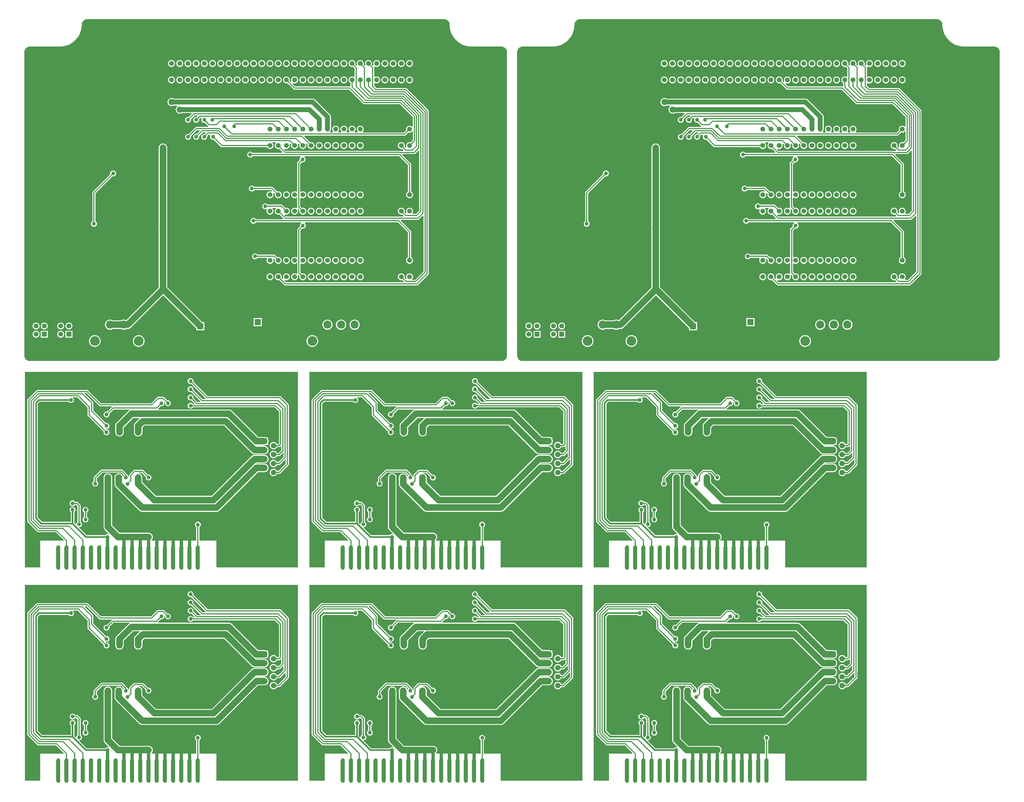
<source format=gbl>
%FSLAX42Y42*%
%MOMM*%
G71*
G01*
G75*
G04 Layer_Physical_Order=2*
G04 Layer_Color=16711680*
%ADD10R,1.30X0.60*%
%ADD11R,1.40X1.50*%
%ADD12R,3.00X2.50*%
%ADD13R,3.20X1.05*%
%ADD14R,8.30X10.45*%
%ADD15R,5.40X2.90*%
%ADD16R,5.40X3.00*%
%ADD17R,2.79X3.81*%
%ADD18C,0.31*%
%ADD19C,0.35*%
%ADD20C,0.25*%
%ADD21C,2.00*%
%ADD22C,1.50*%
%ADD23C,0.50*%
%ADD24C,1.00*%
%ADD25O,0.31X2.00*%
%ADD26R,1.50X1.40*%
%ADD27R,1.10X2.60*%
%ADD28R,1.40X1.10*%
%ADD29R,2.60X1.10*%
%ADD30R,3.30X1.10*%
%ADD31R,1.50X5.00*%
%ADD32O,1.27X7.62*%
%ADD33C,2.50*%
%ADD34C,3.00*%
%ADD35C,1.50*%
%ADD36R,1.50X1.50*%
%ADD37C,7.62*%
%ADD38C,1.90*%
%ADD39R,1.90X1.90*%
%ADD40C,1.20*%
%ADD41R,7.00X3.00*%
%ADD42C,4.50*%
%ADD43C,4.70*%
%ADD44R,1.70X1.70*%
%ADD45C,1.70*%
%ADD46C,0.80*%
G36*
X25240Y21768D02*
X25231Y21736D01*
X25215Y21707D01*
X25194Y21682D01*
X25169Y21661D01*
X25139Y21645D01*
X25108Y21636D01*
X25077Y21633D01*
X25075Y21633D01*
X10475D01*
X10473Y21633D01*
X10442Y21636D01*
X10410Y21645D01*
X10381Y21661D01*
X10356Y21682D01*
X10335Y21707D01*
X10319Y21736D01*
X10310Y21768D01*
X10307Y21799D01*
X10307Y21801D01*
Y31201D01*
X10307Y31203D01*
X10310Y31234D01*
X10319Y31265D01*
X10335Y31295D01*
X10356Y31320D01*
X10381Y31341D01*
X10410Y31357D01*
X10442Y31366D01*
X10473Y31369D01*
X10475Y31369D01*
X11400D01*
X11400Y31369D01*
X11476Y31373D01*
X11552Y31386D01*
X11625Y31407D01*
X11696Y31436D01*
X11763Y31473D01*
X11825Y31518D01*
X11882Y31569D01*
X11933Y31626D01*
X11978Y31688D01*
X12015Y31755D01*
X12044Y31826D01*
X12065Y31899D01*
X12078Y31975D01*
X12082Y32051D01*
X12082Y32051D01*
X12082Y32053D01*
X12085Y32084D01*
X12094Y32115D01*
X12110Y32145D01*
X12131Y32170D01*
X12156Y32191D01*
X12185Y32207D01*
X12217Y32216D01*
X12248Y32219D01*
X12250Y32219D01*
X23297D01*
X23300Y32219D01*
X23330Y32216D01*
X23362Y32207D01*
X23391Y32191D01*
X23417Y32170D01*
X23438Y32145D01*
X23453Y32115D01*
X23463Y32084D01*
X23466Y32053D01*
X23465Y32051D01*
X23465Y32051D01*
X23470Y31975D01*
X23483Y31899D01*
X23504Y31826D01*
X23533Y31755D01*
X23570Y31688D01*
X23614Y31626D01*
X23665Y31569D01*
X23722Y31518D01*
X23785Y31473D01*
X23852Y31436D01*
X23922Y31407D01*
X23996Y31386D01*
X24071Y31373D01*
X24147Y31369D01*
X24147Y31369D01*
X25072D01*
X25074Y31369D01*
X25075Y31369D01*
Y31369D01*
X25081Y31369D01*
X25108Y31366D01*
X25139Y31357D01*
X25169Y31341D01*
X25194Y31320D01*
X25215Y31295D01*
X25231Y31265D01*
X25240Y31234D01*
X25243Y31203D01*
X25243Y31201D01*
Y21801D01*
X25243Y21799D01*
X25240Y21768D01*
D02*
G37*
%LPC*%
G36*
X17762Y30337D02*
X17758Y30365D01*
X17748Y30390D01*
X17731Y30413D01*
X17708Y30430D01*
X17683Y30440D01*
X17655Y30444D01*
X17627Y30440D01*
X17602Y30430D01*
X17579Y30413D01*
X17562Y30390D01*
X17552Y30365D01*
X17548Y30337D01*
X17552Y30309D01*
X17562Y30284D01*
X17579Y30261D01*
X17602Y30244D01*
X17627Y30234D01*
X17655Y30230D01*
X17683Y30234D01*
X17708Y30244D01*
X17731Y30261D01*
X17748Y30284D01*
X17758Y30309D01*
X17762Y30337D01*
D02*
G37*
G36*
Y30845D02*
X17758Y30873D01*
X17748Y30898D01*
X17731Y30921D01*
X17708Y30938D01*
X17683Y30948D01*
X17655Y30952D01*
X17627Y30948D01*
X17602Y30938D01*
X17579Y30921D01*
X17562Y30898D01*
X17552Y30873D01*
X17548Y30845D01*
X17552Y30817D01*
X17562Y30792D01*
X17579Y30769D01*
X17602Y30752D01*
X17627Y30742D01*
X17655Y30738D01*
X17683Y30742D01*
X17708Y30752D01*
X17731Y30769D01*
X17748Y30792D01*
X17758Y30817D01*
X17762Y30845D01*
D02*
G37*
G36*
X17654Y22712D02*
Y22964D01*
X17402D01*
Y22712D01*
X17654D01*
D02*
G37*
G36*
X18016Y24241D02*
X18012Y24269D01*
X18002Y24294D01*
X17985Y24317D01*
X17962Y24334D01*
X17937Y24344D01*
X17909Y24348D01*
X17881Y24344D01*
X17856Y24334D01*
X17833Y24317D01*
X17816Y24294D01*
X17806Y24269D01*
X17802Y24241D01*
X17806Y24213D01*
X17816Y24188D01*
X17833Y24165D01*
X17856Y24148D01*
X17881Y24138D01*
X17909Y24134D01*
X17937Y24138D01*
X17962Y24148D01*
X17985Y24165D01*
X18002Y24188D01*
X18012Y24213D01*
X18016Y24241D01*
D02*
G37*
G36*
Y30337D02*
X18012Y30365D01*
X18002Y30390D01*
X17985Y30413D01*
X17962Y30430D01*
X17937Y30440D01*
X17909Y30444D01*
X17881Y30440D01*
X17856Y30430D01*
X17833Y30413D01*
X17816Y30390D01*
X17806Y30365D01*
X17802Y30337D01*
X17806Y30309D01*
X17816Y30284D01*
X17833Y30261D01*
X17856Y30244D01*
X17881Y30234D01*
X17909Y30230D01*
X17937Y30234D01*
X17962Y30244D01*
X17985Y30261D01*
X18002Y30284D01*
X18012Y30309D01*
X18016Y30337D01*
D02*
G37*
G36*
Y30845D02*
X18012Y30873D01*
X18002Y30898D01*
X17985Y30921D01*
X17962Y30938D01*
X17937Y30948D01*
X17909Y30952D01*
X17881Y30948D01*
X17856Y30938D01*
X17833Y30921D01*
X17816Y30898D01*
X17806Y30873D01*
X17802Y30845D01*
X17806Y30817D01*
X17816Y30792D01*
X17833Y30769D01*
X17856Y30752D01*
X17881Y30742D01*
X17909Y30738D01*
X17937Y30742D01*
X17962Y30752D01*
X17985Y30769D01*
X18002Y30792D01*
X18012Y30817D01*
X18016Y30845D01*
D02*
G37*
G36*
X17508Y30337D02*
X17504Y30365D01*
X17494Y30390D01*
X17477Y30413D01*
X17454Y30430D01*
X17429Y30440D01*
X17401Y30444D01*
X17373Y30440D01*
X17348Y30430D01*
X17325Y30413D01*
X17308Y30390D01*
X17298Y30365D01*
X17294Y30337D01*
X17298Y30309D01*
X17308Y30284D01*
X17325Y30261D01*
X17348Y30244D01*
X17373Y30234D01*
X17401Y30230D01*
X17429Y30234D01*
X17454Y30244D01*
X17477Y30261D01*
X17494Y30284D01*
X17504Y30309D01*
X17508Y30337D01*
D02*
G37*
G36*
X17000D02*
X16996Y30365D01*
X16986Y30390D01*
X16969Y30413D01*
X16946Y30430D01*
X16921Y30440D01*
X16893Y30444D01*
X16865Y30440D01*
X16840Y30430D01*
X16817Y30413D01*
X16800Y30390D01*
X16790Y30365D01*
X16786Y30337D01*
X16790Y30309D01*
X16800Y30284D01*
X16817Y30261D01*
X16840Y30244D01*
X16865Y30234D01*
X16893Y30230D01*
X16921Y30234D01*
X16946Y30244D01*
X16969Y30261D01*
X16986Y30284D01*
X16996Y30309D01*
X17000Y30337D01*
D02*
G37*
G36*
Y30845D02*
X16996Y30873D01*
X16986Y30898D01*
X16969Y30921D01*
X16946Y30938D01*
X16921Y30948D01*
X16893Y30952D01*
X16865Y30948D01*
X16840Y30938D01*
X16817Y30921D01*
X16800Y30898D01*
X16790Y30873D01*
X16786Y30845D01*
X16790Y30817D01*
X16800Y30792D01*
X16817Y30769D01*
X16840Y30752D01*
X16865Y30742D01*
X16893Y30738D01*
X16921Y30742D01*
X16946Y30752D01*
X16969Y30769D01*
X16986Y30792D01*
X16996Y30817D01*
X17000Y30845D01*
D02*
G37*
G36*
X16746Y30337D02*
X16742Y30365D01*
X16732Y30390D01*
X16715Y30413D01*
X16692Y30430D01*
X16667Y30440D01*
X16639Y30444D01*
X16611Y30440D01*
X16586Y30430D01*
X16563Y30413D01*
X16546Y30390D01*
X16536Y30365D01*
X16532Y30337D01*
X16536Y30309D01*
X16546Y30284D01*
X16563Y30261D01*
X16586Y30244D01*
X16611Y30234D01*
X16639Y30230D01*
X16667Y30234D01*
X16692Y30244D01*
X16715Y30261D01*
X16732Y30284D01*
X16742Y30309D01*
X16746Y30337D01*
D02*
G37*
G36*
X17508Y30845D02*
X17504Y30873D01*
X17494Y30898D01*
X17477Y30921D01*
X17454Y30938D01*
X17429Y30948D01*
X17401Y30952D01*
X17373Y30948D01*
X17348Y30938D01*
X17325Y30921D01*
X17308Y30898D01*
X17298Y30873D01*
X17294Y30845D01*
X17298Y30817D01*
X17308Y30792D01*
X17325Y30769D01*
X17348Y30752D01*
X17373Y30742D01*
X17401Y30738D01*
X17429Y30742D01*
X17454Y30752D01*
X17477Y30769D01*
X17494Y30792D01*
X17504Y30817D01*
X17508Y30845D01*
D02*
G37*
G36*
X17254Y30337D02*
X17250Y30365D01*
X17240Y30390D01*
X17223Y30413D01*
X17200Y30430D01*
X17175Y30440D01*
X17147Y30444D01*
X17119Y30440D01*
X17094Y30430D01*
X17071Y30413D01*
X17054Y30390D01*
X17044Y30365D01*
X17040Y30337D01*
X17044Y30309D01*
X17054Y30284D01*
X17071Y30261D01*
X17094Y30244D01*
X17119Y30234D01*
X17147Y30230D01*
X17175Y30234D01*
X17200Y30244D01*
X17223Y30261D01*
X17240Y30284D01*
X17250Y30309D01*
X17254Y30337D01*
D02*
G37*
G36*
Y30845D02*
X17250Y30873D01*
X17240Y30898D01*
X17223Y30921D01*
X17200Y30938D01*
X17175Y30948D01*
X17147Y30952D01*
X17119Y30948D01*
X17094Y30938D01*
X17071Y30921D01*
X17054Y30898D01*
X17044Y30873D01*
X17040Y30845D01*
X17044Y30817D01*
X17054Y30792D01*
X17071Y30769D01*
X17094Y30752D01*
X17119Y30742D01*
X17147Y30738D01*
X17175Y30742D01*
X17200Y30752D01*
X17223Y30769D01*
X17240Y30792D01*
X17250Y30817D01*
X17254Y30845D01*
D02*
G37*
G36*
X18270D02*
X18266Y30873D01*
X18256Y30898D01*
X18239Y30921D01*
X18216Y30938D01*
X18191Y30948D01*
X18163Y30952D01*
X18135Y30948D01*
X18110Y30938D01*
X18087Y30921D01*
X18070Y30898D01*
X18060Y30873D01*
X18056Y30845D01*
X18060Y30817D01*
X18070Y30792D01*
X18087Y30769D01*
X18110Y30752D01*
X18135Y30742D01*
X18163Y30738D01*
X18191Y30742D01*
X18216Y30752D01*
X18239Y30769D01*
X18256Y30792D01*
X18266Y30817D01*
X18270Y30845D01*
D02*
G37*
G36*
X19399Y22254D02*
X19395Y22289D01*
X19385Y22324D01*
X19368Y22355D01*
X19346Y22383D01*
X19318Y22405D01*
X19287Y22422D01*
X19252Y22432D01*
X19217Y22436D01*
X19181Y22432D01*
X19147Y22422D01*
X19116Y22405D01*
X19088Y22383D01*
X19066Y22355D01*
X19049Y22324D01*
X19039Y22289D01*
X19035Y22254D01*
X19039Y22218D01*
X19049Y22184D01*
X19066Y22153D01*
X19088Y22125D01*
X19116Y22103D01*
X19147Y22086D01*
X19181Y22076D01*
X19217Y22072D01*
X19252Y22076D01*
X19287Y22086D01*
X19318Y22103D01*
X19346Y22125D01*
X19368Y22153D01*
X19385Y22184D01*
X19395Y22218D01*
X19399Y22254D01*
D02*
G37*
G36*
X19032Y30337D02*
X19028Y30365D01*
X19018Y30390D01*
X19001Y30413D01*
X18978Y30430D01*
X18953Y30440D01*
X18925Y30444D01*
X18897Y30440D01*
X18872Y30430D01*
X18849Y30413D01*
X18832Y30390D01*
X18822Y30365D01*
X18818Y30337D01*
X18822Y30309D01*
X18832Y30284D01*
X18849Y30261D01*
X18872Y30244D01*
X18897Y30234D01*
X18925Y30230D01*
X18953Y30234D01*
X18978Y30244D01*
X19001Y30261D01*
X19018Y30284D01*
X19028Y30309D01*
X19032Y30337D01*
D02*
G37*
G36*
Y30845D02*
X19028Y30873D01*
X19018Y30898D01*
X19001Y30921D01*
X18978Y30938D01*
X18953Y30948D01*
X18925Y30952D01*
X18897Y30948D01*
X18872Y30938D01*
X18849Y30921D01*
X18832Y30898D01*
X18822Y30873D01*
X18818Y30845D01*
X18822Y30817D01*
X18832Y30792D01*
X18849Y30769D01*
X18872Y30752D01*
X18897Y30742D01*
X18925Y30738D01*
X18953Y30742D01*
X18978Y30752D01*
X19001Y30769D01*
X19018Y30792D01*
X19028Y30817D01*
X19032Y30845D01*
D02*
G37*
G36*
X19286Y26781D02*
X19282Y26809D01*
X19272Y26834D01*
X19255Y26857D01*
X19232Y26874D01*
X19207Y26884D01*
X19179Y26888D01*
X19151Y26884D01*
X19126Y26874D01*
X19103Y26857D01*
X19086Y26834D01*
X19076Y26809D01*
X19072Y26781D01*
X19076Y26753D01*
X19086Y26728D01*
X19103Y26705D01*
X19126Y26688D01*
X19151Y26678D01*
X19179Y26674D01*
X19207Y26678D01*
X19232Y26688D01*
X19255Y26705D01*
X19272Y26728D01*
X19282Y26753D01*
X19286Y26781D01*
D02*
G37*
G36*
Y30337D02*
X19282Y30365D01*
X19272Y30390D01*
X19255Y30413D01*
X19232Y30430D01*
X19207Y30440D01*
X19179Y30444D01*
X19151Y30440D01*
X19126Y30430D01*
X19103Y30413D01*
X19086Y30390D01*
X19076Y30365D01*
X19072Y30337D01*
X19076Y30309D01*
X19086Y30284D01*
X19103Y30261D01*
X19126Y30244D01*
X19151Y30234D01*
X19179Y30230D01*
X19207Y30234D01*
X19232Y30244D01*
X19255Y30261D01*
X19272Y30284D01*
X19282Y30309D01*
X19286Y30337D01*
D02*
G37*
G36*
Y30845D02*
X19282Y30873D01*
X19272Y30898D01*
X19255Y30921D01*
X19232Y30938D01*
X19207Y30948D01*
X19179Y30952D01*
X19151Y30948D01*
X19126Y30938D01*
X19103Y30921D01*
X19086Y30898D01*
X19076Y30873D01*
X19072Y30845D01*
X19076Y30817D01*
X19086Y30792D01*
X19103Y30769D01*
X19126Y30752D01*
X19151Y30742D01*
X19179Y30738D01*
X19207Y30742D01*
X19232Y30752D01*
X19255Y30769D01*
X19272Y30792D01*
X19282Y30817D01*
X19286Y30845D01*
D02*
G37*
G36*
X18778D02*
X18774Y30873D01*
X18764Y30898D01*
X18747Y30921D01*
X18724Y30938D01*
X18699Y30948D01*
X18671Y30952D01*
X18643Y30948D01*
X18618Y30938D01*
X18595Y30921D01*
X18578Y30898D01*
X18568Y30873D01*
X18564Y30845D01*
X18568Y30817D01*
X18578Y30792D01*
X18595Y30769D01*
X18618Y30752D01*
X18643Y30742D01*
X18671Y30738D01*
X18699Y30742D01*
X18724Y30752D01*
X18747Y30769D01*
X18764Y30792D01*
X18774Y30817D01*
X18778Y30845D01*
D02*
G37*
G36*
X18270Y24749D02*
X18266Y24777D01*
X18256Y24802D01*
X18239Y24825D01*
X18216Y24842D01*
X18191Y24852D01*
X18163Y24856D01*
X18135Y24852D01*
X18131Y24851D01*
X18070Y24912D01*
X18054Y24923D01*
X18035Y24926D01*
X17522D01*
X17510Y24941D01*
X17491Y24956D01*
X17469Y24965D01*
X17445Y24968D01*
X17422Y24965D01*
X17399Y24956D01*
X17380Y24941D01*
X17366Y24922D01*
X17357Y24900D01*
X17354Y24877D01*
X17357Y24853D01*
X17366Y24831D01*
X17380Y24812D01*
X17399Y24797D01*
X17422Y24788D01*
X17445Y24785D01*
X17469Y24788D01*
X17491Y24797D01*
X17510Y24812D01*
X17522Y24828D01*
X17784D01*
X17816Y24802D01*
X17806Y24777D01*
X17802Y24749D01*
X17806Y24721D01*
X17816Y24696D01*
X17833Y24673D01*
X17856Y24656D01*
X17881Y24646D01*
X17909Y24642D01*
X17937Y24646D01*
X17962Y24656D01*
X17985Y24673D01*
X18002Y24696D01*
X18012Y24721D01*
X18016Y24749D01*
X18012Y24777D01*
X18004Y24796D01*
X18029Y24813D01*
X18061Y24781D01*
X18060Y24777D01*
X18056Y24749D01*
X18060Y24721D01*
X18070Y24696D01*
X18087Y24673D01*
X18110Y24656D01*
X18135Y24646D01*
X18163Y24642D01*
X18191Y24646D01*
X18216Y24656D01*
X18239Y24673D01*
X18256Y24696D01*
X18266Y24721D01*
X18270Y24749D01*
D02*
G37*
G36*
Y26781D02*
X18266Y26809D01*
X18256Y26834D01*
X18239Y26857D01*
X18216Y26874D01*
X18191Y26884D01*
X18163Y26888D01*
X18135Y26884D01*
X18131Y26883D01*
X18002Y27012D01*
X17986Y27023D01*
X17967Y27026D01*
X17422D01*
X17410Y27042D01*
X17391Y27056D01*
X17369Y27066D01*
X17345Y27069D01*
X17321Y27066D01*
X17299Y27056D01*
X17280Y27042D01*
X17265Y27023D01*
X17256Y27001D01*
X17253Y26977D01*
X17256Y26953D01*
X17265Y26931D01*
X17280Y26912D01*
X17299Y26897D01*
X17321Y26888D01*
X17345Y26885D01*
X17369Y26888D01*
X17391Y26897D01*
X17410Y26912D01*
X17422Y26928D01*
X17946D01*
X17973Y26901D01*
X17956Y26876D01*
X17937Y26884D01*
X17909Y26888D01*
X17881Y26884D01*
X17856Y26874D01*
X17833Y26857D01*
X17816Y26834D01*
X17806Y26809D01*
X17802Y26781D01*
X17806Y26753D01*
X17816Y26728D01*
X17833Y26705D01*
X17856Y26688D01*
X17881Y26678D01*
X17909Y26674D01*
X17937Y26678D01*
X17962Y26688D01*
X17985Y26705D01*
X18002Y26728D01*
X18012Y26753D01*
X18016Y26781D01*
X18012Y26809D01*
X18004Y26828D01*
X18029Y26845D01*
X18061Y26813D01*
X18060Y26809D01*
X18056Y26781D01*
X18060Y26753D01*
X18070Y26728D01*
X18087Y26705D01*
X18110Y26688D01*
X18135Y26678D01*
X18163Y26674D01*
X18191Y26678D01*
X18216Y26688D01*
X18239Y26705D01*
X18256Y26728D01*
X18266Y26753D01*
X18270Y26781D01*
D02*
G37*
G36*
Y30337D02*
X18266Y30365D01*
X18256Y30390D01*
X18239Y30413D01*
X18216Y30430D01*
X18191Y30440D01*
X18163Y30444D01*
X18135Y30440D01*
X18110Y30430D01*
X18087Y30413D01*
X18070Y30390D01*
X18060Y30365D01*
X18056Y30337D01*
X18060Y30309D01*
X18070Y30284D01*
X18087Y30261D01*
X18110Y30244D01*
X18135Y30234D01*
X18163Y30230D01*
X18191Y30234D01*
X18216Y30244D01*
X18239Y30261D01*
X18256Y30284D01*
X18266Y30309D01*
X18270Y30337D01*
D02*
G37*
G36*
X18524Y24749D02*
X18520Y24777D01*
X18510Y24802D01*
X18493Y24825D01*
X18470Y24842D01*
X18445Y24852D01*
X18417Y24856D01*
X18389Y24852D01*
X18364Y24842D01*
X18341Y24825D01*
X18324Y24802D01*
X18314Y24777D01*
X18310Y24749D01*
X18314Y24721D01*
X18324Y24696D01*
X18341Y24673D01*
X18364Y24656D01*
X18389Y24646D01*
X18417Y24642D01*
X18445Y24646D01*
X18470Y24656D01*
X18493Y24673D01*
X18510Y24696D01*
X18520Y24721D01*
X18524Y24749D01*
D02*
G37*
G36*
Y26781D02*
X18520Y26809D01*
X18510Y26834D01*
X18493Y26857D01*
X18470Y26874D01*
X18445Y26884D01*
X18417Y26888D01*
X18389Y26884D01*
X18364Y26874D01*
X18341Y26857D01*
X18324Y26834D01*
X18314Y26809D01*
X18310Y26781D01*
X18314Y26753D01*
X18324Y26728D01*
X18341Y26705D01*
X18364Y26688D01*
X18389Y26678D01*
X18417Y26674D01*
X18445Y26678D01*
X18470Y26688D01*
X18493Y26705D01*
X18510Y26728D01*
X18520Y26753D01*
X18524Y26781D01*
D02*
G37*
G36*
Y30845D02*
X18520Y30873D01*
X18510Y30898D01*
X18493Y30921D01*
X18470Y30938D01*
X18445Y30948D01*
X18417Y30952D01*
X18389Y30948D01*
X18364Y30938D01*
X18341Y30921D01*
X18324Y30898D01*
X18314Y30873D01*
X18310Y30845D01*
X18314Y30817D01*
X18324Y30792D01*
X18341Y30769D01*
X18364Y30752D01*
X18389Y30742D01*
X18417Y30738D01*
X18445Y30742D01*
X18470Y30752D01*
X18493Y30769D01*
X18510Y30792D01*
X18520Y30817D01*
X18524Y30845D01*
D02*
G37*
G36*
X13147Y27444D02*
X13144Y27468D01*
X13134Y27490D01*
X13120Y27509D01*
X13101Y27523D01*
X13079Y27533D01*
X13055Y27536D01*
X13031Y27533D01*
X13009Y27523D01*
X12990Y27509D01*
X12975Y27490D01*
X12966Y27468D01*
X12963Y27444D01*
X12966Y27422D01*
X12424Y26880D01*
X12414Y26865D01*
X12414Y26865D01*
X12414Y26865D01*
D01*
X12414Y26865D01*
X12414Y26865D01*
X12410Y26846D01*
Y25964D01*
X12393Y25951D01*
X12378Y25932D01*
X12369Y25910D01*
X12366Y25886D01*
X12369Y25862D01*
X12378Y25840D01*
X12393Y25821D01*
X12412Y25806D01*
X12434Y25797D01*
X12457Y25794D01*
X12481Y25797D01*
X12503Y25806D01*
X12522Y25821D01*
X12537Y25840D01*
X12546Y25862D01*
X12549Y25886D01*
X12546Y25910D01*
X12537Y25932D01*
X12522Y25951D01*
X12505Y25964D01*
Y26827D01*
X13033Y27355D01*
X13055Y27352D01*
X13079Y27355D01*
X13101Y27364D01*
X13120Y27379D01*
X13134Y27398D01*
X13144Y27420D01*
X13147Y27444D01*
D02*
G37*
G36*
X12668Y22254D02*
X12664Y22289D01*
X12654Y22324D01*
X12637Y22355D01*
X12615Y22383D01*
X12587Y22405D01*
X12556Y22422D01*
X12521Y22432D01*
X12486Y22436D01*
X12450Y22432D01*
X12416Y22422D01*
X12385Y22405D01*
X12357Y22383D01*
X12335Y22355D01*
X12318Y22324D01*
X12308Y22289D01*
X12304Y22254D01*
X12308Y22218D01*
X12318Y22184D01*
X12335Y22153D01*
X12357Y22125D01*
X12385Y22103D01*
X12416Y22086D01*
X12450Y22076D01*
X12486Y22072D01*
X12521Y22076D01*
X12556Y22086D01*
X12587Y22103D01*
X12615Y22125D01*
X12637Y22153D01*
X12654Y22184D01*
X12664Y22218D01*
X12668Y22254D01*
D02*
G37*
G36*
X11792Y22357D02*
Y22569D01*
X11580D01*
Y22357D01*
X11792D01*
D02*
G37*
G36*
X14968Y30845D02*
X14964Y30873D01*
X14954Y30898D01*
X14937Y30921D01*
X14914Y30938D01*
X14889Y30948D01*
X14861Y30952D01*
X14833Y30948D01*
X14808Y30938D01*
X14785Y30921D01*
X14768Y30898D01*
X14758Y30873D01*
X14754Y30845D01*
X14758Y30817D01*
X14768Y30792D01*
X14785Y30769D01*
X14808Y30752D01*
X14833Y30742D01*
X14861Y30738D01*
X14889Y30742D01*
X14914Y30752D01*
X14937Y30769D01*
X14954Y30792D01*
X14964Y30817D01*
X14968Y30845D01*
D02*
G37*
G36*
X15882Y22713D02*
X15878Y22747D01*
X15876Y22751D01*
Y22839D01*
X15811D01*
X14727Y23923D01*
Y25732D01*
X14727Y25732D01*
X14727Y25732D01*
Y28237D01*
X14723Y28271D01*
X14709Y28303D01*
X14688Y28330D01*
X14661Y28351D01*
X14629Y28365D01*
X14595Y28369D01*
X14561Y28365D01*
X14529Y28351D01*
X14502Y28330D01*
X14481Y28303D01*
X14467Y28271D01*
X14463Y28237D01*
Y25762D01*
X14462Y25761D01*
X14458Y25727D01*
X14462Y25693D01*
X14463Y25692D01*
Y23903D01*
X13454Y22894D01*
X13436Y22904D01*
X13407Y22913D01*
X13376Y22916D01*
X13345Y22913D01*
X13316Y22904D01*
X13292Y22891D01*
X13040D01*
X13016Y22904D01*
X12987Y22913D01*
X12956Y22916D01*
X12925Y22913D01*
X12896Y22904D01*
X12869Y22889D01*
X12845Y22870D01*
X12826Y22846D01*
X12811Y22819D01*
X12802Y22790D01*
X12799Y22759D01*
X12802Y22728D01*
X12811Y22699D01*
X12826Y22672D01*
X12845Y22648D01*
X12869Y22629D01*
X12896Y22614D01*
X12925Y22605D01*
X12956Y22602D01*
X12987Y22605D01*
X13016Y22614D01*
X13040Y22627D01*
X13292D01*
X13316Y22614D01*
X13345Y22605D01*
X13376Y22602D01*
X13407Y22605D01*
X13436Y22614D01*
X13460Y22627D01*
X13506D01*
X13506Y22627D01*
X13540Y22631D01*
X13572Y22645D01*
X13599Y22666D01*
X13599Y22666D01*
X14605Y23671D01*
X15624Y22652D01*
Y22587D01*
X15712D01*
X15716Y22585D01*
X15750Y22581D01*
X15784Y22585D01*
X15788Y22587D01*
X15876D01*
Y22675D01*
X15878Y22679D01*
X15882Y22713D01*
D02*
G37*
G36*
X14028Y22254D02*
X14024Y22289D01*
X14014Y22324D01*
X13997Y22355D01*
X13975Y22383D01*
X13947Y22405D01*
X13916Y22422D01*
X13881Y22432D01*
X13846Y22436D01*
X13810Y22432D01*
X13776Y22422D01*
X13745Y22405D01*
X13717Y22383D01*
X13695Y22355D01*
X13678Y22324D01*
X13668Y22289D01*
X13664Y22254D01*
X13668Y22218D01*
X13678Y22184D01*
X13695Y22153D01*
X13717Y22125D01*
X13745Y22103D01*
X13776Y22086D01*
X13810Y22076D01*
X13846Y22072D01*
X13881Y22076D01*
X13916Y22086D01*
X13947Y22103D01*
X13975Y22125D01*
X13997Y22153D01*
X14014Y22184D01*
X14024Y22218D01*
X14028Y22254D01*
D02*
G37*
G36*
X11793Y22717D02*
X11789Y22745D01*
X11779Y22770D01*
X11762Y22793D01*
X11739Y22810D01*
X11714Y22820D01*
X11686Y22824D01*
X11658Y22820D01*
X11633Y22810D01*
X11610Y22793D01*
X11593Y22770D01*
X11583Y22745D01*
X11579Y22717D01*
X11583Y22689D01*
X11593Y22664D01*
X11610Y22641D01*
X11633Y22624D01*
X11658Y22614D01*
X11686Y22610D01*
X11714Y22614D01*
X11739Y22624D01*
X11762Y22641D01*
X11779Y22664D01*
X11789Y22689D01*
X11793Y22717D01*
D02*
G37*
G36*
X11031D02*
X11027Y22745D01*
X11017Y22770D01*
X11000Y22793D01*
X10977Y22810D01*
X10952Y22820D01*
X10924Y22824D01*
X10896Y22820D01*
X10871Y22810D01*
X10848Y22793D01*
X10831Y22770D01*
X10821Y22745D01*
X10817Y22717D01*
X10821Y22689D01*
X10831Y22664D01*
X10848Y22641D01*
X10871Y22624D01*
X10896Y22614D01*
X10924Y22610D01*
X10952Y22614D01*
X10977Y22624D01*
X11000Y22641D01*
X11017Y22664D01*
X11027Y22689D01*
X11031Y22717D01*
D02*
G37*
G36*
X10777Y22463D02*
X10773Y22491D01*
X10763Y22516D01*
X10746Y22539D01*
X10723Y22556D01*
X10698Y22566D01*
X10670Y22570D01*
X10642Y22566D01*
X10617Y22556D01*
X10594Y22539D01*
X10577Y22516D01*
X10567Y22491D01*
X10563Y22463D01*
X10567Y22435D01*
X10577Y22410D01*
X10594Y22387D01*
X10617Y22370D01*
X10642Y22360D01*
X10670Y22356D01*
X10698Y22360D01*
X10723Y22370D01*
X10746Y22387D01*
X10763Y22410D01*
X10773Y22435D01*
X10777Y22463D01*
D02*
G37*
G36*
Y22717D02*
X10773Y22745D01*
X10763Y22770D01*
X10746Y22793D01*
X10723Y22810D01*
X10698Y22820D01*
X10670Y22824D01*
X10642Y22820D01*
X10617Y22810D01*
X10594Y22793D01*
X10577Y22770D01*
X10567Y22745D01*
X10563Y22717D01*
X10567Y22689D01*
X10577Y22664D01*
X10594Y22641D01*
X10617Y22624D01*
X10642Y22614D01*
X10670Y22610D01*
X10698Y22614D01*
X10723Y22624D01*
X10746Y22641D01*
X10763Y22664D01*
X10773Y22689D01*
X10777Y22717D01*
D02*
G37*
G36*
X11539Y22463D02*
X11535Y22491D01*
X11525Y22516D01*
X11508Y22539D01*
X11485Y22556D01*
X11460Y22566D01*
X11432Y22570D01*
X11404Y22566D01*
X11379Y22556D01*
X11356Y22539D01*
X11339Y22516D01*
X11329Y22491D01*
X11325Y22463D01*
X11329Y22435D01*
X11339Y22410D01*
X11356Y22387D01*
X11379Y22370D01*
X11404Y22360D01*
X11432Y22356D01*
X11460Y22360D01*
X11485Y22370D01*
X11508Y22387D01*
X11525Y22410D01*
X11535Y22435D01*
X11539Y22463D01*
D02*
G37*
G36*
Y22717D02*
X11535Y22745D01*
X11525Y22770D01*
X11508Y22793D01*
X11485Y22810D01*
X11460Y22820D01*
X11432Y22824D01*
X11404Y22820D01*
X11379Y22810D01*
X11356Y22793D01*
X11339Y22770D01*
X11329Y22745D01*
X11325Y22717D01*
X11329Y22689D01*
X11339Y22664D01*
X11356Y22641D01*
X11379Y22624D01*
X11404Y22614D01*
X11432Y22610D01*
X11460Y22614D01*
X11485Y22624D01*
X11508Y22641D01*
X11525Y22664D01*
X11535Y22689D01*
X11539Y22717D01*
D02*
G37*
G36*
X11030Y22357D02*
Y22569D01*
X10818D01*
Y22357D01*
X11030D01*
D02*
G37*
G36*
X14968Y30337D02*
X14964Y30365D01*
X14954Y30390D01*
X14937Y30413D01*
X14914Y30430D01*
X14889Y30440D01*
X14861Y30444D01*
X14833Y30440D01*
X14808Y30430D01*
X14785Y30413D01*
X14768Y30390D01*
X14758Y30365D01*
X14754Y30337D01*
X14758Y30309D01*
X14768Y30284D01*
X14785Y30261D01*
X14808Y30244D01*
X14833Y30234D01*
X14861Y30230D01*
X14889Y30234D01*
X14914Y30244D01*
X14937Y30261D01*
X14954Y30284D01*
X14964Y30309D01*
X14968Y30337D01*
D02*
G37*
G36*
X16238D02*
X16234Y30365D01*
X16224Y30390D01*
X16207Y30413D01*
X16184Y30430D01*
X16159Y30440D01*
X16131Y30444D01*
X16103Y30440D01*
X16078Y30430D01*
X16055Y30413D01*
X16038Y30390D01*
X16028Y30365D01*
X16024Y30337D01*
X16028Y30309D01*
X16038Y30284D01*
X16055Y30261D01*
X16078Y30244D01*
X16103Y30234D01*
X16131Y30230D01*
X16159Y30234D01*
X16184Y30244D01*
X16207Y30261D01*
X16224Y30284D01*
X16234Y30309D01*
X16238Y30337D01*
D02*
G37*
G36*
Y30845D02*
X16234Y30873D01*
X16224Y30898D01*
X16207Y30921D01*
X16184Y30938D01*
X16159Y30948D01*
X16131Y30952D01*
X16103Y30948D01*
X16078Y30938D01*
X16055Y30921D01*
X16038Y30898D01*
X16028Y30873D01*
X16024Y30845D01*
X16028Y30817D01*
X16038Y30792D01*
X16055Y30769D01*
X16078Y30752D01*
X16103Y30742D01*
X16131Y30738D01*
X16159Y30742D01*
X16184Y30752D01*
X16207Y30769D01*
X16224Y30792D01*
X16234Y30817D01*
X16238Y30845D01*
D02*
G37*
G36*
X15984Y30337D02*
X15980Y30365D01*
X15970Y30390D01*
X15953Y30413D01*
X15930Y30430D01*
X15905Y30440D01*
X15877Y30444D01*
X15849Y30440D01*
X15824Y30430D01*
X15801Y30413D01*
X15784Y30390D01*
X15774Y30365D01*
X15770Y30337D01*
X15774Y30309D01*
X15784Y30284D01*
X15801Y30261D01*
X15824Y30244D01*
X15849Y30234D01*
X15877Y30230D01*
X15905Y30234D01*
X15930Y30244D01*
X15953Y30261D01*
X15970Y30284D01*
X15980Y30309D01*
X15984Y30337D01*
D02*
G37*
G36*
X16746Y30845D02*
X16742Y30873D01*
X16732Y30898D01*
X16715Y30921D01*
X16692Y30938D01*
X16667Y30948D01*
X16639Y30952D01*
X16611Y30948D01*
X16586Y30938D01*
X16563Y30921D01*
X16546Y30898D01*
X16536Y30873D01*
X16532Y30845D01*
X16536Y30817D01*
X16546Y30792D01*
X16563Y30769D01*
X16586Y30752D01*
X16611Y30742D01*
X16639Y30738D01*
X16667Y30742D01*
X16692Y30752D01*
X16715Y30769D01*
X16732Y30792D01*
X16742Y30817D01*
X16746Y30845D01*
D02*
G37*
G36*
X16492Y30337D02*
X16488Y30365D01*
X16478Y30390D01*
X16461Y30413D01*
X16438Y30430D01*
X16413Y30440D01*
X16385Y30444D01*
X16357Y30440D01*
X16332Y30430D01*
X16309Y30413D01*
X16292Y30390D01*
X16282Y30365D01*
X16278Y30337D01*
X16282Y30309D01*
X16292Y30284D01*
X16309Y30261D01*
X16332Y30244D01*
X16357Y30234D01*
X16385Y30230D01*
X16413Y30234D01*
X16438Y30244D01*
X16461Y30261D01*
X16478Y30284D01*
X16488Y30309D01*
X16492Y30337D01*
D02*
G37*
G36*
Y30845D02*
X16488Y30873D01*
X16478Y30898D01*
X16461Y30921D01*
X16438Y30938D01*
X16413Y30948D01*
X16385Y30952D01*
X16357Y30948D01*
X16332Y30938D01*
X16309Y30921D01*
X16292Y30898D01*
X16282Y30873D01*
X16278Y30845D01*
X16282Y30817D01*
X16292Y30792D01*
X16309Y30769D01*
X16332Y30752D01*
X16357Y30742D01*
X16385Y30738D01*
X16413Y30742D01*
X16438Y30752D01*
X16461Y30769D01*
X16478Y30792D01*
X16488Y30817D01*
X16492Y30845D01*
D02*
G37*
G36*
X15984D02*
X15980Y30873D01*
X15970Y30898D01*
X15953Y30921D01*
X15930Y30938D01*
X15905Y30948D01*
X15877Y30952D01*
X15849Y30948D01*
X15824Y30938D01*
X15801Y30921D01*
X15784Y30898D01*
X15774Y30873D01*
X15770Y30845D01*
X15774Y30817D01*
X15784Y30792D01*
X15801Y30769D01*
X15824Y30752D01*
X15849Y30742D01*
X15877Y30738D01*
X15905Y30742D01*
X15930Y30752D01*
X15953Y30769D01*
X15970Y30792D01*
X15980Y30817D01*
X15984Y30845D01*
D02*
G37*
G36*
X15476D02*
X15472Y30873D01*
X15462Y30898D01*
X15445Y30921D01*
X15422Y30938D01*
X15397Y30948D01*
X15369Y30952D01*
X15341Y30948D01*
X15316Y30938D01*
X15293Y30921D01*
X15276Y30898D01*
X15266Y30873D01*
X15262Y30845D01*
X15266Y30817D01*
X15276Y30792D01*
X15293Y30769D01*
X15316Y30752D01*
X15341Y30742D01*
X15369Y30738D01*
X15397Y30742D01*
X15422Y30752D01*
X15445Y30769D01*
X15462Y30792D01*
X15472Y30817D01*
X15476Y30845D01*
D02*
G37*
G36*
X15222Y30337D02*
X15218Y30365D01*
X15208Y30390D01*
X15191Y30413D01*
X15168Y30430D01*
X15143Y30440D01*
X15115Y30444D01*
X15087Y30440D01*
X15062Y30430D01*
X15039Y30413D01*
X15022Y30390D01*
X15012Y30365D01*
X15008Y30337D01*
X15012Y30309D01*
X15022Y30284D01*
X15039Y30261D01*
X15062Y30244D01*
X15087Y30234D01*
X15115Y30230D01*
X15143Y30234D01*
X15168Y30244D01*
X15191Y30261D01*
X15208Y30284D01*
X15218Y30309D01*
X15222Y30337D01*
D02*
G37*
G36*
Y30845D02*
X15218Y30873D01*
X15208Y30898D01*
X15191Y30921D01*
X15168Y30938D01*
X15143Y30948D01*
X15115Y30952D01*
X15087Y30948D01*
X15062Y30938D01*
X15039Y30921D01*
X15022Y30898D01*
X15012Y30873D01*
X15008Y30845D01*
X15012Y30817D01*
X15022Y30792D01*
X15039Y30769D01*
X15062Y30752D01*
X15087Y30742D01*
X15115Y30738D01*
X15143Y30742D01*
X15168Y30752D01*
X15191Y30769D01*
X15208Y30792D01*
X15218Y30817D01*
X15222Y30845D01*
D02*
G37*
G36*
X15730Y30337D02*
X15726Y30365D01*
X15716Y30390D01*
X15699Y30413D01*
X15676Y30430D01*
X15651Y30440D01*
X15623Y30444D01*
X15595Y30440D01*
X15570Y30430D01*
X15547Y30413D01*
X15530Y30390D01*
X15520Y30365D01*
X15516Y30337D01*
X15520Y30309D01*
X15530Y30284D01*
X15547Y30261D01*
X15570Y30244D01*
X15595Y30234D01*
X15623Y30230D01*
X15651Y30234D01*
X15676Y30244D01*
X15699Y30261D01*
X15716Y30284D01*
X15726Y30309D01*
X15730Y30337D01*
D02*
G37*
G36*
Y30845D02*
X15726Y30873D01*
X15716Y30898D01*
X15699Y30921D01*
X15676Y30938D01*
X15651Y30948D01*
X15623Y30952D01*
X15595Y30948D01*
X15570Y30938D01*
X15547Y30921D01*
X15530Y30898D01*
X15520Y30873D01*
X15516Y30845D01*
X15520Y30817D01*
X15530Y30792D01*
X15547Y30769D01*
X15570Y30752D01*
X15595Y30742D01*
X15623Y30738D01*
X15651Y30742D01*
X15676Y30752D01*
X15699Y30769D01*
X15716Y30792D01*
X15726Y30817D01*
X15730Y30845D01*
D02*
G37*
G36*
X15476Y30337D02*
X15472Y30365D01*
X15462Y30390D01*
X15445Y30413D01*
X15422Y30430D01*
X15397Y30440D01*
X15369Y30444D01*
X15341Y30440D01*
X15316Y30430D01*
X15293Y30413D01*
X15276Y30390D01*
X15266Y30365D01*
X15262Y30337D01*
X15266Y30309D01*
X15276Y30284D01*
X15293Y30261D01*
X15316Y30244D01*
X15341Y30234D01*
X15369Y30230D01*
X15397Y30234D01*
X15422Y30244D01*
X15445Y30261D01*
X15462Y30284D01*
X15472Y30309D01*
X15476Y30337D01*
D02*
G37*
G36*
X20556Y26273D02*
X20552Y26301D01*
X20542Y26326D01*
X20525Y26349D01*
X20502Y26366D01*
X20477Y26376D01*
X20449Y26380D01*
X20421Y26376D01*
X20396Y26366D01*
X20373Y26349D01*
X20356Y26326D01*
X20346Y26301D01*
X20342Y26273D01*
X20346Y26245D01*
X20356Y26220D01*
X20373Y26197D01*
X20396Y26180D01*
X20421Y26170D01*
X20449Y26166D01*
X20477Y26170D01*
X20502Y26180D01*
X20525Y26197D01*
X20542Y26220D01*
X20552Y26245D01*
X20556Y26273D01*
D02*
G37*
G36*
Y26781D02*
X20552Y26809D01*
X20542Y26834D01*
X20525Y26857D01*
X20502Y26874D01*
X20477Y26884D01*
X20449Y26888D01*
X20421Y26884D01*
X20396Y26874D01*
X20373Y26857D01*
X20356Y26834D01*
X20346Y26809D01*
X20342Y26781D01*
X20346Y26753D01*
X20356Y26728D01*
X20373Y26705D01*
X20396Y26688D01*
X20421Y26678D01*
X20449Y26674D01*
X20477Y26678D01*
X20502Y26688D01*
X20525Y26705D01*
X20542Y26728D01*
X20552Y26753D01*
X20556Y26781D01*
D02*
G37*
G36*
X20302Y24241D02*
X20298Y24269D01*
X20288Y24294D01*
X20271Y24317D01*
X20248Y24334D01*
X20223Y24344D01*
X20195Y24348D01*
X20167Y24344D01*
X20142Y24334D01*
X20119Y24317D01*
X20102Y24294D01*
X20092Y24269D01*
X20088Y24241D01*
X20092Y24213D01*
X20102Y24188D01*
X20119Y24165D01*
X20142Y24148D01*
X20167Y24138D01*
X20195Y24134D01*
X20223Y24138D01*
X20248Y24148D01*
X20271Y24165D01*
X20288Y24188D01*
X20298Y24213D01*
X20302Y24241D01*
D02*
G37*
G36*
X20684Y22759D02*
X20681Y22790D01*
X20672Y22819D01*
X20657Y22846D01*
X20638Y22870D01*
X20614Y22889D01*
X20587Y22904D01*
X20558Y22913D01*
X20527Y22916D01*
X20496Y22913D01*
X20467Y22904D01*
X20440Y22889D01*
X20416Y22870D01*
X20397Y22846D01*
X20382Y22819D01*
X20373Y22790D01*
X20370Y22759D01*
X20373Y22728D01*
X20382Y22699D01*
X20397Y22672D01*
X20416Y22648D01*
X20440Y22629D01*
X20467Y22614D01*
X20496Y22605D01*
X20527Y22602D01*
X20558Y22605D01*
X20587Y22614D01*
X20614Y22629D01*
X20638Y22648D01*
X20657Y22672D01*
X20672Y22699D01*
X20681Y22728D01*
X20684Y22759D01*
D02*
G37*
G36*
X20556Y24241D02*
X20552Y24269D01*
X20542Y24294D01*
X20525Y24317D01*
X20502Y24334D01*
X20477Y24344D01*
X20449Y24348D01*
X20421Y24344D01*
X20396Y24334D01*
X20373Y24317D01*
X20356Y24294D01*
X20346Y24269D01*
X20342Y24241D01*
X20346Y24213D01*
X20356Y24188D01*
X20373Y24165D01*
X20396Y24148D01*
X20421Y24138D01*
X20449Y24134D01*
X20477Y24138D01*
X20502Y24148D01*
X20525Y24165D01*
X20542Y24188D01*
X20552Y24213D01*
X20556Y24241D01*
D02*
G37*
G36*
Y24749D02*
X20552Y24777D01*
X20542Y24802D01*
X20525Y24825D01*
X20502Y24842D01*
X20477Y24852D01*
X20449Y24856D01*
X20421Y24852D01*
X20396Y24842D01*
X20373Y24825D01*
X20356Y24802D01*
X20346Y24777D01*
X20342Y24749D01*
X20346Y24721D01*
X20356Y24696D01*
X20373Y24673D01*
X20396Y24656D01*
X20421Y24646D01*
X20449Y24642D01*
X20477Y24646D01*
X20502Y24656D01*
X20525Y24673D01*
X20542Y24696D01*
X20552Y24721D01*
X20556Y24749D01*
D02*
G37*
G36*
X20302Y30337D02*
X20298Y30365D01*
X20288Y30390D01*
X20271Y30413D01*
X20248Y30430D01*
X20223Y30440D01*
X20195Y30444D01*
X20167Y30440D01*
X20142Y30430D01*
X20119Y30413D01*
X20102Y30390D01*
X20092Y30365D01*
X20088Y30337D01*
X20092Y30309D01*
X20102Y30284D01*
X20119Y30261D01*
X20142Y30244D01*
X20167Y30234D01*
X20195Y30230D01*
X20223Y30234D01*
X20248Y30244D01*
X20271Y30261D01*
X20288Y30284D01*
X20298Y30309D01*
X20302Y30337D01*
D02*
G37*
G36*
Y30845D02*
X20298Y30873D01*
X20288Y30898D01*
X20271Y30921D01*
X20248Y30938D01*
X20223Y30948D01*
X20195Y30952D01*
X20167Y30948D01*
X20142Y30938D01*
X20119Y30921D01*
X20102Y30898D01*
X20092Y30873D01*
X20088Y30845D01*
X20092Y30817D01*
X20102Y30792D01*
X20119Y30769D01*
X20142Y30752D01*
X20167Y30742D01*
X20195Y30738D01*
X20223Y30742D01*
X20248Y30752D01*
X20271Y30769D01*
X20288Y30792D01*
X20298Y30817D01*
X20302Y30845D01*
D02*
G37*
G36*
X20264Y22759D02*
X20261Y22790D01*
X20252Y22819D01*
X20237Y22846D01*
X20218Y22870D01*
X20194Y22889D01*
X20167Y22904D01*
X20138Y22913D01*
X20107Y22916D01*
X20076Y22913D01*
X20047Y22904D01*
X20020Y22889D01*
X19996Y22870D01*
X19977Y22846D01*
X19962Y22819D01*
X19953Y22790D01*
X19950Y22759D01*
X19953Y22728D01*
X19962Y22699D01*
X19977Y22672D01*
X19996Y22648D01*
X20020Y22629D01*
X20047Y22614D01*
X20076Y22605D01*
X20107Y22602D01*
X20138Y22605D01*
X20167Y22614D01*
X20194Y22629D01*
X20218Y22648D01*
X20237Y22672D01*
X20252Y22699D01*
X20261Y22728D01*
X20264Y22759D01*
D02*
G37*
G36*
X20302Y24749D02*
X20298Y24777D01*
X20288Y24802D01*
X20271Y24825D01*
X20248Y24842D01*
X20223Y24852D01*
X20195Y24856D01*
X20167Y24852D01*
X20142Y24842D01*
X20119Y24825D01*
X20102Y24802D01*
X20092Y24777D01*
X20088Y24749D01*
X20092Y24721D01*
X20102Y24696D01*
X20119Y24673D01*
X20142Y24656D01*
X20167Y24646D01*
X20195Y24642D01*
X20223Y24646D01*
X20248Y24656D01*
X20271Y24673D01*
X20288Y24696D01*
X20298Y24721D01*
X20302Y24749D01*
D02*
G37*
G36*
Y26273D02*
X20298Y26301D01*
X20288Y26326D01*
X20271Y26349D01*
X20248Y26366D01*
X20223Y26376D01*
X20195Y26380D01*
X20167Y26376D01*
X20142Y26366D01*
X20119Y26349D01*
X20102Y26326D01*
X20092Y26301D01*
X20088Y26273D01*
X20092Y26245D01*
X20102Y26220D01*
X20119Y26197D01*
X20142Y26180D01*
X20167Y26170D01*
X20195Y26166D01*
X20223Y26170D01*
X20248Y26180D01*
X20271Y26197D01*
X20288Y26220D01*
X20298Y26245D01*
X20302Y26273D01*
D02*
G37*
G36*
Y26781D02*
X20298Y26809D01*
X20288Y26834D01*
X20271Y26857D01*
X20248Y26874D01*
X20223Y26884D01*
X20195Y26888D01*
X20167Y26884D01*
X20142Y26874D01*
X20119Y26857D01*
X20102Y26834D01*
X20092Y26809D01*
X20088Y26781D01*
X20092Y26753D01*
X20102Y26728D01*
X20119Y26705D01*
X20142Y26688D01*
X20167Y26678D01*
X20195Y26674D01*
X20223Y26678D01*
X20248Y26688D01*
X20271Y26705D01*
X20288Y26728D01*
X20298Y26753D01*
X20302Y26781D01*
D02*
G37*
G36*
X20810D02*
X20806Y26809D01*
X20796Y26834D01*
X20779Y26857D01*
X20756Y26874D01*
X20731Y26884D01*
X20703Y26888D01*
X20675Y26884D01*
X20650Y26874D01*
X20627Y26857D01*
X20610Y26834D01*
X20600Y26809D01*
X20596Y26781D01*
X20600Y26753D01*
X20610Y26728D01*
X20627Y26705D01*
X20650Y26688D01*
X20675Y26678D01*
X20703Y26674D01*
X20731Y26678D01*
X20756Y26688D01*
X20779Y26705D01*
X20796Y26728D01*
X20806Y26753D01*
X20810Y26781D01*
D02*
G37*
G36*
X22080Y30337D02*
X22076Y30365D01*
X22066Y30390D01*
X22049Y30413D01*
X22026Y30430D01*
X22001Y30440D01*
X21973Y30444D01*
X21945Y30440D01*
X21920Y30430D01*
X21897Y30413D01*
X21880Y30390D01*
X21870Y30365D01*
X21866Y30337D01*
X21870Y30309D01*
X21880Y30284D01*
X21897Y30261D01*
X21920Y30244D01*
X21945Y30234D01*
X21973Y30230D01*
X22001Y30234D01*
X22026Y30244D01*
X22049Y30261D01*
X22066Y30284D01*
X22076Y30309D01*
X22080Y30337D01*
D02*
G37*
G36*
Y30845D02*
X22076Y30873D01*
X22066Y30898D01*
X22049Y30921D01*
X22026Y30938D01*
X22001Y30948D01*
X21973Y30952D01*
X21945Y30948D01*
X21920Y30938D01*
X21897Y30921D01*
X21880Y30898D01*
X21870Y30873D01*
X21866Y30845D01*
X21870Y30817D01*
X21880Y30792D01*
X21897Y30769D01*
X21920Y30752D01*
X21945Y30742D01*
X21973Y30738D01*
X22001Y30742D01*
X22026Y30752D01*
X22049Y30769D01*
X22066Y30792D01*
X22076Y30817D01*
X22080Y30845D01*
D02*
G37*
G36*
X21826Y30337D02*
X21822Y30365D01*
X21812Y30390D01*
X21795Y30413D01*
X21772Y30430D01*
X21747Y30440D01*
X21719Y30444D01*
X21691Y30440D01*
X21666Y30430D01*
X21643Y30413D01*
X21626Y30390D01*
X21616Y30365D01*
X21612Y30337D01*
X21616Y30309D01*
X21626Y30284D01*
X21643Y30261D01*
X21666Y30244D01*
X21691Y30234D01*
X21719Y30230D01*
X21747Y30234D01*
X21772Y30244D01*
X21795Y30261D01*
X21812Y30284D01*
X21822Y30309D01*
X21826Y30337D01*
D02*
G37*
G36*
X22821Y24341D02*
Y29375D01*
X22818Y29394D01*
X22807Y29410D01*
X22149Y30068D01*
X22133Y30079D01*
X22114Y30082D01*
X21209D01*
X21134Y30157D01*
Y30214D01*
X21154Y30240D01*
X21159Y30244D01*
X21183Y30234D01*
X21211Y30230D01*
X21239Y30234D01*
X21264Y30244D01*
X21287Y30261D01*
X21304Y30284D01*
X21314Y30309D01*
X21318Y30337D01*
X21314Y30365D01*
X21304Y30390D01*
X21287Y30413D01*
X21264Y30430D01*
X21239Y30440D01*
X21211Y30444D01*
X21183Y30440D01*
X21159Y30430D01*
X21154Y30434D01*
X21134Y30460D01*
Y30717D01*
X21131Y30736D01*
X21157Y30753D01*
X21158Y30752D01*
X21183Y30742D01*
X21211Y30738D01*
X21239Y30742D01*
X21264Y30752D01*
X21287Y30769D01*
X21304Y30792D01*
X21314Y30817D01*
X21318Y30845D01*
X21314Y30873D01*
X21304Y30898D01*
X21287Y30921D01*
X21264Y30938D01*
X21239Y30948D01*
X21211Y30952D01*
X21183Y30948D01*
X21158Y30938D01*
X21135Y30921D01*
X21118Y30898D01*
X21108Y30873D01*
X21104Y30845D01*
X21108Y30817D01*
X21116Y30798D01*
X21091Y30781D01*
X21059Y30813D01*
X21060Y30817D01*
X21064Y30845D01*
X21060Y30873D01*
X21050Y30898D01*
X21033Y30921D01*
X21010Y30938D01*
X20985Y30948D01*
X20957Y30952D01*
X20929Y30948D01*
X20904Y30938D01*
X20881Y30921D01*
X20864Y30898D01*
X20854Y30873D01*
X20850Y30845D01*
X20854Y30817D01*
X20862Y30798D01*
X20837Y30781D01*
X20805Y30813D01*
X20806Y30817D01*
X20810Y30845D01*
X20806Y30873D01*
X20796Y30898D01*
X20779Y30921D01*
X20756Y30938D01*
X20731Y30948D01*
X20703Y30952D01*
X20675Y30948D01*
X20650Y30938D01*
X20627Y30921D01*
X20610Y30898D01*
X20600Y30873D01*
X20596Y30845D01*
X20600Y30817D01*
X20606Y30801D01*
X20581Y30784D01*
X20551Y30815D01*
X20552Y30817D01*
X20556Y30845D01*
X20552Y30873D01*
X20542Y30898D01*
X20525Y30921D01*
X20502Y30938D01*
X20477Y30948D01*
X20449Y30952D01*
X20421Y30948D01*
X20396Y30938D01*
X20373Y30921D01*
X20356Y30898D01*
X20346Y30873D01*
X20342Y30845D01*
X20346Y30817D01*
X20356Y30792D01*
X20373Y30769D01*
X20396Y30752D01*
X20421Y30742D01*
X20449Y30738D01*
X20477Y30742D01*
X20482Y30744D01*
X20526Y30701D01*
Y30460D01*
X20506Y30434D01*
X20501Y30430D01*
X20477Y30440D01*
X20449Y30444D01*
X20421Y30440D01*
X20396Y30430D01*
X20373Y30413D01*
X20356Y30390D01*
X20346Y30365D01*
X20342Y30337D01*
X20346Y30309D01*
X20356Y30284D01*
X20373Y30261D01*
X20396Y30244D01*
X20400Y30243D01*
Y30155D01*
X20376Y30136D01*
X20374Y30136D01*
X18687D01*
X18607Y30217D01*
X18624Y30242D01*
X18643Y30234D01*
X18671Y30230D01*
X18699Y30234D01*
X18724Y30244D01*
X18747Y30261D01*
X18764Y30284D01*
X18774Y30309D01*
X18778Y30337D01*
X18774Y30365D01*
X18764Y30390D01*
X18747Y30413D01*
X18724Y30430D01*
X18699Y30440D01*
X18671Y30444D01*
X18643Y30440D01*
X18618Y30430D01*
X18595Y30413D01*
X18578Y30390D01*
X18568Y30365D01*
X18564Y30337D01*
X18568Y30309D01*
X18576Y30290D01*
X18551Y30273D01*
X18519Y30305D01*
X18520Y30309D01*
X18524Y30337D01*
X18520Y30365D01*
X18510Y30390D01*
X18493Y30413D01*
X18470Y30430D01*
X18445Y30440D01*
X18417Y30444D01*
X18389Y30440D01*
X18364Y30430D01*
X18341Y30413D01*
X18324Y30390D01*
X18314Y30365D01*
X18310Y30337D01*
X18314Y30309D01*
X18324Y30284D01*
X18341Y30261D01*
X18364Y30244D01*
X18389Y30234D01*
X18417Y30230D01*
X18445Y30234D01*
X18449Y30235D01*
X18632Y30052D01*
X18648Y30041D01*
X18667Y30038D01*
X18667Y30038D01*
X18667Y30038D01*
X18667D01*
X20353D01*
X20789Y29602D01*
X20805Y29591D01*
X20824Y29588D01*
X20824Y29588D01*
X20824Y29588D01*
X20824D01*
X21930D01*
X22327Y29191D01*
Y28907D01*
X22316Y28899D01*
X22300Y28891D01*
X22280Y28906D01*
X22255Y28916D01*
X22227Y28920D01*
X22199Y28916D01*
X22174Y28906D01*
X22151Y28889D01*
X22134Y28866D01*
X22124Y28841D01*
X22120Y28813D01*
X22124Y28785D01*
X22125Y28781D01*
X22054Y28710D01*
X20799D01*
X20779Y28737D01*
X20796Y28760D01*
X20806Y28785D01*
X20810Y28813D01*
X20806Y28841D01*
X20796Y28866D01*
X20779Y28889D01*
X20756Y28906D01*
X20731Y28916D01*
X20703Y28920D01*
X20675Y28916D01*
X20650Y28906D01*
X20627Y28889D01*
X20610Y28866D01*
X20600Y28841D01*
X20596Y28813D01*
X20600Y28785D01*
X20610Y28760D01*
X20627Y28737D01*
X20607Y28710D01*
X20545D01*
X20525Y28737D01*
X20542Y28760D01*
X20552Y28785D01*
X20556Y28813D01*
X20552Y28841D01*
X20542Y28866D01*
X20525Y28889D01*
X20502Y28906D01*
X20477Y28916D01*
X20449Y28920D01*
X20421Y28916D01*
X20396Y28906D01*
X20373Y28889D01*
X20356Y28866D01*
X20346Y28841D01*
X20342Y28813D01*
X20346Y28785D01*
X20356Y28760D01*
X20373Y28737D01*
X20353Y28710D01*
X20291D01*
X20271Y28737D01*
X20288Y28760D01*
X20298Y28785D01*
X20302Y28813D01*
X20298Y28841D01*
X20288Y28866D01*
X20271Y28889D01*
X20248Y28906D01*
X20223Y28916D01*
X20195Y28920D01*
X20167Y28916D01*
X20142Y28906D01*
X20119Y28889D01*
X20102Y28866D01*
X20092Y28841D01*
X20088Y28813D01*
X20092Y28785D01*
X20102Y28760D01*
X20119Y28737D01*
X20099Y28710D01*
X20037D01*
X20017Y28737D01*
X20034Y28760D01*
X20044Y28785D01*
X20048Y28813D01*
X20044Y28841D01*
X20034Y28866D01*
X20017Y28889D01*
X19994Y28906D01*
X19969Y28916D01*
X19941Y28920D01*
X19913Y28916D01*
X19888Y28906D01*
X19865Y28889D01*
X19848Y28866D01*
X19838Y28841D01*
X19834Y28813D01*
X19838Y28785D01*
X19848Y28760D01*
X19865Y28737D01*
X19845Y28710D01*
X19783D01*
X19763Y28737D01*
X19780Y28760D01*
X19790Y28785D01*
X19794Y28813D01*
Y29194D01*
X19790Y29222D01*
X19780Y29247D01*
X19763Y29270D01*
X19763Y29270D01*
X19306Y29727D01*
X19283Y29744D01*
X19258Y29754D01*
X19230Y29758D01*
X19230Y29758D01*
X14933D01*
X14929Y29761D01*
X14898Y29774D01*
X14865Y29778D01*
X14832Y29774D01*
X14801Y29761D01*
X14775Y29741D01*
X14755Y29715D01*
X14742Y29684D01*
X14738Y29651D01*
X14742Y29618D01*
X14755Y29587D01*
X14775Y29561D01*
X14801Y29541D01*
X14832Y29528D01*
X14865Y29524D01*
X14898Y29528D01*
X14929Y29541D01*
X14933Y29544D01*
X15026D01*
X15035Y29516D01*
X15029Y29511D01*
X15009Y29485D01*
X14996Y29454D01*
X14992Y29421D01*
X14996Y29388D01*
X15009Y29357D01*
X15029Y29331D01*
X15055Y29311D01*
X15086Y29298D01*
X15119Y29294D01*
X15152Y29298D01*
X15183Y29311D01*
X15187Y29314D01*
X15473D01*
X15484Y29286D01*
X15388Y29190D01*
X15369Y29193D01*
X15345Y29190D01*
X15323Y29180D01*
X15304Y29166D01*
X15289Y29147D01*
X15280Y29125D01*
X15277Y29101D01*
X15280Y29077D01*
X15289Y29055D01*
X15304Y29036D01*
X15323Y29021D01*
X15345Y29012D01*
X15369Y29009D01*
X15393Y29012D01*
X15415Y29021D01*
X15434Y29036D01*
X15448Y29055D01*
X15458Y29077D01*
X15461Y29101D01*
X15458Y29120D01*
X15579Y29242D01*
X15654D01*
X15666Y29214D01*
X15642Y29190D01*
X15623Y29193D01*
X15599Y29190D01*
X15577Y29180D01*
X15558Y29166D01*
X15543Y29147D01*
X15534Y29125D01*
X15531Y29101D01*
X15534Y29077D01*
X15543Y29055D01*
X15558Y29036D01*
X15577Y29021D01*
X15599Y29012D01*
X15623Y29009D01*
X15647Y29012D01*
X15669Y29021D01*
X15688Y29036D01*
X15702Y29055D01*
X15712Y29077D01*
X15715Y29101D01*
X15712Y29120D01*
X15759Y29168D01*
X15769D01*
X15786Y29154D01*
X15794Y29143D01*
X15786Y29125D01*
X15783Y29101D01*
X15786Y29077D01*
X15795Y29055D01*
X15810Y29036D01*
X15829Y29021D01*
X15851Y29012D01*
X15875Y29009D01*
X15894Y29012D01*
X15990Y28916D01*
X16000Y28909D01*
X15992Y28880D01*
X15629D01*
X15610Y28877D01*
X15594Y28866D01*
X15594Y28866D01*
X15594Y28866D01*
X15392Y28664D01*
X15373Y28667D01*
X15349Y28664D01*
X15327Y28654D01*
X15308Y28640D01*
X15293Y28621D01*
X15284Y28599D01*
X15281Y28575D01*
X15284Y28551D01*
X15293Y28529D01*
X15308Y28510D01*
X15327Y28495D01*
X15349Y28486D01*
X15373Y28483D01*
X15397Y28486D01*
X15419Y28495D01*
X15438Y28510D01*
X15452Y28529D01*
X15462Y28551D01*
X15465Y28575D01*
X15462Y28594D01*
X15649Y28782D01*
X15720D01*
X15732Y28754D01*
X15644Y28666D01*
X15625Y28669D01*
X15601Y28666D01*
X15579Y28656D01*
X15560Y28642D01*
X15545Y28623D01*
X15536Y28601D01*
X15533Y28577D01*
X15536Y28553D01*
X15545Y28531D01*
X15560Y28512D01*
X15579Y28497D01*
X15601Y28488D01*
X15625Y28485D01*
X15649Y28488D01*
X15671Y28497D01*
X15690Y28512D01*
X15704Y28531D01*
X15714Y28553D01*
X15717Y28577D01*
X15714Y28596D01*
X15833Y28715D01*
X15904D01*
X15915Y28687D01*
X15894Y28666D01*
X15875Y28669D01*
X15851Y28666D01*
X15829Y28656D01*
X15810Y28642D01*
X15795Y28623D01*
X15786Y28601D01*
X15783Y28577D01*
X15786Y28553D01*
X15795Y28531D01*
X15810Y28512D01*
X15829Y28497D01*
X15851Y28488D01*
X15875Y28485D01*
X15899Y28488D01*
X15921Y28497D01*
X15940Y28512D01*
X15954Y28531D01*
X15964Y28553D01*
X15967Y28577D01*
X15964Y28596D01*
X16017Y28649D01*
X16031D01*
X16065Y28623D01*
X16056Y28601D01*
X16053Y28577D01*
X16056Y28553D01*
X16065Y28531D01*
X16080Y28512D01*
X16099Y28497D01*
X16121Y28488D01*
X16145Y28485D01*
X16164Y28488D01*
X16382Y28270D01*
X16398Y28259D01*
X16417Y28256D01*
X17815D01*
X17816Y28252D01*
X17833Y28229D01*
X17856Y28212D01*
X17881Y28202D01*
X17909Y28198D01*
X17937Y28202D01*
X17962Y28212D01*
X17985Y28229D01*
X18002Y28252D01*
X18012Y28277D01*
X18016Y28305D01*
X18012Y28333D01*
X18002Y28358D01*
X17985Y28381D01*
X17981Y28383D01*
X17991Y28412D01*
X18081D01*
X18091Y28383D01*
X18087Y28381D01*
X18070Y28358D01*
X18060Y28333D01*
X18056Y28305D01*
X18060Y28277D01*
X18070Y28252D01*
X18087Y28229D01*
X18110Y28212D01*
X18135Y28202D01*
X18163Y28198D01*
X18191Y28202D01*
X18195Y28203D01*
X18294Y28104D01*
X18282Y28076D01*
X17372D01*
X17360Y28092D01*
X17341Y28106D01*
X17319Y28116D01*
X17295Y28119D01*
X17271Y28116D01*
X17249Y28106D01*
X17230Y28092D01*
X17215Y28073D01*
X17206Y28051D01*
X17203Y28027D01*
X17206Y28003D01*
X17215Y27981D01*
X17230Y27962D01*
X17249Y27947D01*
X17271Y27938D01*
X17295Y27935D01*
X17319Y27938D01*
X17341Y27947D01*
X17360Y27962D01*
X17372Y27978D01*
X18850D01*
X18860Y27949D01*
X18850Y27942D01*
X18835Y27923D01*
X18826Y27901D01*
X18823Y27877D01*
X18826Y27858D01*
X18760Y27792D01*
X18749Y27776D01*
X18746Y27757D01*
X18748Y27747D01*
Y26904D01*
X18728Y26878D01*
X18723Y26874D01*
X18699Y26884D01*
X18671Y26888D01*
X18643Y26884D01*
X18618Y26874D01*
X18595Y26857D01*
X18578Y26834D01*
X18568Y26809D01*
X18564Y26781D01*
X18568Y26753D01*
X18578Y26728D01*
X18595Y26705D01*
X18618Y26688D01*
X18643Y26678D01*
X18671Y26674D01*
X18699Y26678D01*
X18724Y26688D01*
X18747Y26705D01*
X18748Y26705D01*
Y26413D01*
X18746Y26403D01*
X18749Y26384D01*
X18750Y26384D01*
X18728Y26363D01*
X18724Y26366D01*
X18699Y26376D01*
X18671Y26380D01*
X18643Y26376D01*
X18618Y26366D01*
X18595Y26349D01*
X18578Y26326D01*
X18568Y26301D01*
X18564Y26273D01*
X18568Y26245D01*
X18578Y26220D01*
X18595Y26197D01*
X18618Y26180D01*
X18643Y26170D01*
X18671Y26166D01*
X18699Y26170D01*
X18724Y26180D01*
X18747Y26197D01*
X18764Y26220D01*
X18774Y26245D01*
X18778Y26273D01*
X18774Y26301D01*
X18766Y26320D01*
X18791Y26337D01*
X18823Y26305D01*
X18822Y26301D01*
X18818Y26273D01*
X18822Y26245D01*
X18832Y26220D01*
X18849Y26197D01*
X18872Y26180D01*
X18897Y26170D01*
X18925Y26166D01*
X18953Y26170D01*
X18978Y26180D01*
X19001Y26197D01*
X19018Y26220D01*
X19028Y26245D01*
X19032Y26273D01*
X19028Y26301D01*
X19018Y26326D01*
X19001Y26349D01*
X18978Y26366D01*
X18953Y26376D01*
X18925Y26380D01*
X18897Y26376D01*
X18893Y26375D01*
X18842Y26426D01*
Y26677D01*
X18869Y26690D01*
X18872Y26688D01*
X18897Y26678D01*
X18925Y26674D01*
X18953Y26678D01*
X18978Y26688D01*
X19001Y26705D01*
X19018Y26728D01*
X19028Y26753D01*
X19032Y26781D01*
X19028Y26809D01*
X19018Y26834D01*
X19001Y26857D01*
X18978Y26874D01*
X18953Y26884D01*
X18925Y26888D01*
X18897Y26884D01*
X18872Y26874D01*
X18869Y26872D01*
X18842Y26885D01*
Y27734D01*
X18896Y27788D01*
X18915Y27785D01*
X18939Y27788D01*
X18961Y27797D01*
X18980Y27812D01*
X18994Y27831D01*
X19004Y27853D01*
X19007Y27877D01*
X19004Y27901D01*
X18994Y27923D01*
X18980Y27942D01*
X18970Y27949D01*
X18980Y27978D01*
X21904D01*
X22178Y27704D01*
Y26875D01*
X22174Y26874D01*
X22151Y26857D01*
X22134Y26834D01*
X22124Y26809D01*
X22120Y26781D01*
X22124Y26753D01*
X22134Y26728D01*
X22151Y26705D01*
X22174Y26688D01*
X22199Y26678D01*
X22227Y26674D01*
X22255Y26678D01*
X22280Y26688D01*
X22303Y26705D01*
X22320Y26728D01*
X22330Y26753D01*
X22334Y26781D01*
X22330Y26809D01*
X22320Y26834D01*
X22303Y26857D01*
X22280Y26874D01*
X22276Y26875D01*
Y27725D01*
X22273Y27744D01*
X22262Y27760D01*
X22008Y28014D01*
X22020Y28042D01*
X22370D01*
X22370Y28042D01*
X22370Y28042D01*
X22389Y28045D01*
X22394Y28049D01*
X22394Y28049D01*
X22405Y28056D01*
X22405D01*
X22405Y28056D01*
X22497Y28148D01*
X22525Y28136D01*
Y26296D01*
X22418Y26190D01*
X22331D01*
X22318Y26217D01*
X22320Y26220D01*
X22330Y26245D01*
X22334Y26273D01*
X22330Y26301D01*
X22320Y26326D01*
X22303Y26349D01*
X22280Y26366D01*
X22255Y26376D01*
X22227Y26380D01*
X22199Y26376D01*
X22174Y26366D01*
X22151Y26349D01*
X22134Y26326D01*
X22124Y26301D01*
X22120Y26273D01*
X22124Y26245D01*
X22132Y26226D01*
X22107Y26209D01*
X22075Y26241D01*
X22076Y26245D01*
X22080Y26273D01*
X22076Y26301D01*
X22066Y26326D01*
X22049Y26349D01*
X22026Y26366D01*
X22001Y26376D01*
X21973Y26380D01*
X21945Y26376D01*
X21920Y26366D01*
X21897Y26349D01*
X21880Y26326D01*
X21870Y26301D01*
X21866Y26273D01*
X21870Y26245D01*
X21880Y26220D01*
X21897Y26197D01*
X21920Y26180D01*
X21945Y26170D01*
X21973Y26166D01*
X22001Y26170D01*
X22005Y26171D01*
X22042Y26134D01*
X22030Y26106D01*
X18399D01*
X18353Y26153D01*
X18370Y26178D01*
X18389Y26170D01*
X18417Y26166D01*
X18445Y26170D01*
X18470Y26180D01*
X18493Y26197D01*
X18510Y26220D01*
X18520Y26245D01*
X18524Y26273D01*
X18520Y26301D01*
X18510Y26326D01*
X18493Y26349D01*
X18470Y26366D01*
X18445Y26376D01*
X18417Y26380D01*
X18389Y26376D01*
X18385Y26375D01*
X18298Y26462D01*
X18282Y26473D01*
X18263Y26476D01*
X17837D01*
X17825Y26492D01*
X17806Y26506D01*
X17784Y26516D01*
X17760Y26519D01*
X17736Y26516D01*
X17714Y26506D01*
X17695Y26492D01*
X17680Y26473D01*
X17671Y26451D01*
X17668Y26427D01*
X17671Y26403D01*
X17680Y26381D01*
X17695Y26362D01*
X17714Y26347D01*
X17736Y26338D01*
X17760Y26335D01*
X17784Y26338D01*
X17793Y26342D01*
X17814Y26321D01*
X17806Y26301D01*
X17802Y26273D01*
X17806Y26245D01*
X17816Y26220D01*
X17833Y26197D01*
X17856Y26180D01*
X17881Y26170D01*
X17909Y26166D01*
X17937Y26170D01*
X17962Y26180D01*
X17985Y26197D01*
X18002Y26220D01*
X18012Y26245D01*
X18016Y26273D01*
X18012Y26301D01*
X18002Y26326D01*
X17985Y26349D01*
X17984Y26349D01*
X17994Y26378D01*
X18078D01*
X18088Y26349D01*
X18087Y26349D01*
X18070Y26326D01*
X18060Y26301D01*
X18056Y26273D01*
X18060Y26245D01*
X18070Y26220D01*
X18087Y26197D01*
X18110Y26180D01*
X18135Y26170D01*
X18163Y26166D01*
X18191Y26170D01*
X18195Y26171D01*
X18312Y26054D01*
X18300Y26026D01*
X17472D01*
X17460Y26042D01*
X17441Y26056D01*
X17419Y26066D01*
X17395Y26069D01*
X17371Y26066D01*
X17349Y26056D01*
X17330Y26042D01*
X17315Y26023D01*
X17306Y26001D01*
X17303Y25977D01*
X17306Y25953D01*
X17315Y25931D01*
X17330Y25912D01*
X17349Y25897D01*
X17371Y25888D01*
X17395Y25885D01*
X17419Y25888D01*
X17441Y25897D01*
X17460Y25912D01*
X17472Y25928D01*
X18860D01*
X18870Y25899D01*
X18860Y25892D01*
X18845Y25873D01*
X18836Y25851D01*
X18833Y25827D01*
X18836Y25808D01*
X18767Y25738D01*
Y25738D01*
X18767Y25738D01*
X18767Y25738D01*
X18767D01*
X18756Y25722D01*
X18752Y25703D01*
Y24854D01*
X18725Y24841D01*
X18724Y24842D01*
X18699Y24852D01*
X18671Y24856D01*
X18643Y24852D01*
X18618Y24842D01*
X18595Y24825D01*
X18578Y24802D01*
X18568Y24777D01*
X18564Y24749D01*
X18568Y24721D01*
X18578Y24696D01*
X18595Y24673D01*
X18618Y24656D01*
X18643Y24646D01*
X18671Y24642D01*
X18699Y24646D01*
X18724Y24656D01*
X18747Y24673D01*
X18752Y24672D01*
Y24364D01*
X18756Y24346D01*
X18731Y24329D01*
X18724Y24334D01*
X18699Y24344D01*
X18671Y24348D01*
X18643Y24344D01*
X18618Y24334D01*
X18595Y24317D01*
X18578Y24294D01*
X18568Y24269D01*
X18564Y24241D01*
X18568Y24213D01*
X18578Y24188D01*
X18595Y24165D01*
X18618Y24148D01*
X18643Y24138D01*
X18671Y24134D01*
X18699Y24138D01*
X18724Y24148D01*
X18747Y24165D01*
X18764Y24188D01*
X18774Y24213D01*
X18778Y24241D01*
X18774Y24269D01*
X18766Y24288D01*
X18791Y24305D01*
X18823Y24273D01*
X18822Y24269D01*
X18818Y24241D01*
X18822Y24213D01*
X18832Y24188D01*
X18849Y24165D01*
X18872Y24148D01*
X18897Y24138D01*
X18925Y24134D01*
X18953Y24138D01*
X18978Y24148D01*
X19001Y24165D01*
X19018Y24188D01*
X19028Y24213D01*
X19032Y24241D01*
X19028Y24269D01*
X19018Y24294D01*
X19001Y24317D01*
X18978Y24334D01*
X18953Y24344D01*
X18925Y24348D01*
X18897Y24344D01*
X18893Y24343D01*
X18851Y24385D01*
Y24638D01*
X18876Y24655D01*
X18897Y24646D01*
X18925Y24642D01*
X18953Y24646D01*
X18978Y24656D01*
X19001Y24673D01*
X19018Y24696D01*
X19028Y24721D01*
X19032Y24749D01*
X19028Y24777D01*
X19018Y24802D01*
X19001Y24825D01*
X18978Y24842D01*
X18953Y24852D01*
X18925Y24856D01*
X18897Y24852D01*
X18876Y24843D01*
X18851Y24860D01*
Y25683D01*
X18906Y25738D01*
X18925Y25735D01*
X18949Y25738D01*
X18971Y25747D01*
X18990Y25762D01*
X19004Y25781D01*
X19014Y25803D01*
X19017Y25827D01*
X19014Y25851D01*
X19004Y25873D01*
X18990Y25892D01*
X18980Y25899D01*
X18990Y25928D01*
X21868D01*
X22178Y25618D01*
Y24843D01*
X22174Y24842D01*
X22151Y24825D01*
X22134Y24802D01*
X22124Y24777D01*
X22120Y24749D01*
X22124Y24721D01*
X22134Y24696D01*
X22151Y24673D01*
X22174Y24656D01*
X22199Y24646D01*
X22227Y24642D01*
X22255Y24646D01*
X22280Y24656D01*
X22303Y24673D01*
X22320Y24696D01*
X22330Y24721D01*
X22334Y24749D01*
X22330Y24777D01*
X22320Y24802D01*
X22303Y24825D01*
X22280Y24842D01*
X22276Y24843D01*
Y25639D01*
X22273Y25658D01*
X22262Y25674D01*
X21956Y25980D01*
X21968Y26008D01*
X22480D01*
Y26008D01*
X22480Y26008D01*
X22486D01*
X22492Y26009D01*
X22492Y26009D01*
X22505Y26011D01*
D01*
X22505D01*
X22505Y26011D01*
X22521Y26022D01*
X22629Y26130D01*
X22657Y26118D01*
Y24407D01*
X22395Y24146D01*
X22322D01*
X22309Y24173D01*
X22320Y24188D01*
X22330Y24213D01*
X22334Y24241D01*
X22330Y24269D01*
X22320Y24294D01*
X22303Y24317D01*
X22280Y24334D01*
X22255Y24344D01*
X22227Y24348D01*
X22199Y24344D01*
X22174Y24334D01*
X22151Y24317D01*
X22134Y24294D01*
X22124Y24269D01*
X22120Y24241D01*
X22124Y24213D01*
X22132Y24194D01*
X22107Y24177D01*
X22075Y24209D01*
X22076Y24213D01*
X22080Y24241D01*
X22076Y24269D01*
X22066Y24294D01*
X22049Y24317D01*
X22026Y24334D01*
X22001Y24344D01*
X21973Y24348D01*
X21945Y24344D01*
X21920Y24334D01*
X21897Y24317D01*
X21880Y24294D01*
X21870Y24269D01*
X21866Y24241D01*
X21870Y24213D01*
X21880Y24188D01*
X21897Y24165D01*
X21920Y24148D01*
X21945Y24138D01*
X21973Y24134D01*
X22001Y24138D01*
X22005Y24139D01*
X22041Y24103D01*
X22030Y24075D01*
X18399D01*
X18353Y24121D01*
X18370Y24146D01*
X18389Y24138D01*
X18417Y24134D01*
X18445Y24138D01*
X18470Y24148D01*
X18493Y24165D01*
X18510Y24188D01*
X18520Y24213D01*
X18524Y24241D01*
X18520Y24269D01*
X18510Y24294D01*
X18493Y24317D01*
X18470Y24334D01*
X18445Y24344D01*
X18417Y24348D01*
X18389Y24344D01*
X18364Y24334D01*
X18341Y24317D01*
X18324Y24294D01*
X18314Y24269D01*
X18310Y24241D01*
X18314Y24213D01*
X18322Y24194D01*
X18297Y24177D01*
X18265Y24209D01*
X18266Y24213D01*
X18270Y24241D01*
X18266Y24269D01*
X18256Y24294D01*
X18239Y24317D01*
X18216Y24334D01*
X18191Y24344D01*
X18163Y24348D01*
X18135Y24344D01*
X18110Y24334D01*
X18087Y24317D01*
X18070Y24294D01*
X18060Y24269D01*
X18056Y24241D01*
X18060Y24213D01*
X18070Y24188D01*
X18087Y24165D01*
X18110Y24148D01*
X18135Y24138D01*
X18163Y24134D01*
X18191Y24138D01*
X18195Y24139D01*
X18343Y23991D01*
X18343Y23991D01*
X18343Y23991D01*
X18359Y23980D01*
X18378Y23976D01*
X22456D01*
X22475Y23980D01*
X22491Y23991D01*
X22807Y24307D01*
X22818Y24323D01*
X22821Y24341D01*
D02*
G37*
G36*
X22334Y30337D02*
X22330Y30365D01*
X22320Y30390D01*
X22303Y30413D01*
X22280Y30430D01*
X22255Y30440D01*
X22227Y30444D01*
X22199Y30440D01*
X22174Y30430D01*
X22151Y30413D01*
X22134Y30390D01*
X22124Y30365D01*
X22120Y30337D01*
X22124Y30309D01*
X22134Y30284D01*
X22151Y30261D01*
X22174Y30244D01*
X22199Y30234D01*
X22227Y30230D01*
X22255Y30234D01*
X22280Y30244D01*
X22303Y30261D01*
X22320Y30284D01*
X22330Y30309D01*
X22334Y30337D01*
D02*
G37*
G36*
Y30845D02*
X22330Y30873D01*
X22320Y30898D01*
X22303Y30921D01*
X22280Y30938D01*
X22255Y30948D01*
X22227Y30952D01*
X22199Y30948D01*
X22174Y30938D01*
X22151Y30921D01*
X22134Y30898D01*
X22124Y30873D01*
X22120Y30845D01*
X22124Y30817D01*
X22134Y30792D01*
X22151Y30769D01*
X22174Y30752D01*
X22199Y30742D01*
X22227Y30738D01*
X22255Y30742D01*
X22280Y30752D01*
X22303Y30769D01*
X22320Y30792D01*
X22330Y30817D01*
X22334Y30845D01*
D02*
G37*
G36*
X20810Y24241D02*
X20806Y24269D01*
X20796Y24294D01*
X20779Y24317D01*
X20756Y24334D01*
X20731Y24344D01*
X20703Y24348D01*
X20675Y24344D01*
X20650Y24334D01*
X20627Y24317D01*
X20610Y24294D01*
X20600Y24269D01*
X20596Y24241D01*
X20600Y24213D01*
X20610Y24188D01*
X20627Y24165D01*
X20650Y24148D01*
X20675Y24138D01*
X20703Y24134D01*
X20731Y24138D01*
X20756Y24148D01*
X20779Y24165D01*
X20796Y24188D01*
X20806Y24213D01*
X20810Y24241D01*
D02*
G37*
G36*
Y24749D02*
X20806Y24777D01*
X20796Y24802D01*
X20779Y24825D01*
X20756Y24842D01*
X20731Y24852D01*
X20703Y24856D01*
X20675Y24852D01*
X20650Y24842D01*
X20627Y24825D01*
X20610Y24802D01*
X20600Y24777D01*
X20596Y24749D01*
X20600Y24721D01*
X20610Y24696D01*
X20627Y24673D01*
X20650Y24656D01*
X20675Y24646D01*
X20703Y24642D01*
X20731Y24646D01*
X20756Y24656D01*
X20779Y24673D01*
X20796Y24696D01*
X20806Y24721D01*
X20810Y24749D01*
D02*
G37*
G36*
Y26273D02*
X20806Y26301D01*
X20796Y26326D01*
X20779Y26349D01*
X20756Y26366D01*
X20731Y26376D01*
X20703Y26380D01*
X20675Y26376D01*
X20650Y26366D01*
X20627Y26349D01*
X20610Y26326D01*
X20600Y26301D01*
X20596Y26273D01*
X20600Y26245D01*
X20610Y26220D01*
X20627Y26197D01*
X20650Y26180D01*
X20675Y26170D01*
X20703Y26166D01*
X20731Y26170D01*
X20756Y26180D01*
X20779Y26197D01*
X20796Y26220D01*
X20806Y26245D01*
X20810Y26273D01*
D02*
G37*
G36*
X21826Y30845D02*
X21822Y30873D01*
X21812Y30898D01*
X21795Y30921D01*
X21772Y30938D01*
X21747Y30948D01*
X21719Y30952D01*
X21691Y30948D01*
X21666Y30938D01*
X21643Y30921D01*
X21626Y30898D01*
X21616Y30873D01*
X21612Y30845D01*
X21616Y30817D01*
X21626Y30792D01*
X21643Y30769D01*
X21666Y30752D01*
X21691Y30742D01*
X21719Y30738D01*
X21747Y30742D01*
X21772Y30752D01*
X21795Y30769D01*
X21812Y30792D01*
X21822Y30817D01*
X21826Y30845D01*
D02*
G37*
G36*
X21572Y30337D02*
X21568Y30365D01*
X21558Y30390D01*
X21541Y30413D01*
X21518Y30430D01*
X21493Y30440D01*
X21465Y30444D01*
X21437Y30440D01*
X21412Y30430D01*
X21389Y30413D01*
X21372Y30390D01*
X21362Y30365D01*
X21358Y30337D01*
X21362Y30309D01*
X21372Y30284D01*
X21389Y30261D01*
X21412Y30244D01*
X21437Y30234D01*
X21465Y30230D01*
X21493Y30234D01*
X21518Y30244D01*
X21541Y30261D01*
X21558Y30284D01*
X21568Y30309D01*
X21572Y30337D01*
D02*
G37*
G36*
Y30845D02*
X21568Y30873D01*
X21558Y30898D01*
X21541Y30921D01*
X21518Y30938D01*
X21493Y30948D01*
X21465Y30952D01*
X21437Y30948D01*
X21412Y30938D01*
X21389Y30921D01*
X21372Y30898D01*
X21362Y30873D01*
X21358Y30845D01*
X21362Y30817D01*
X21372Y30792D01*
X21389Y30769D01*
X21412Y30752D01*
X21437Y30742D01*
X21465Y30738D01*
X21493Y30742D01*
X21518Y30752D01*
X21541Y30769D01*
X21558Y30792D01*
X21568Y30817D01*
X21572Y30845D01*
D02*
G37*
G36*
X19794Y30337D02*
X19790Y30365D01*
X19780Y30390D01*
X19763Y30413D01*
X19740Y30430D01*
X19715Y30440D01*
X19687Y30444D01*
X19659Y30440D01*
X19634Y30430D01*
X19611Y30413D01*
X19594Y30390D01*
X19584Y30365D01*
X19580Y30337D01*
X19584Y30309D01*
X19594Y30284D01*
X19611Y30261D01*
X19634Y30244D01*
X19659Y30234D01*
X19687Y30230D01*
X19715Y30234D01*
X19740Y30244D01*
X19763Y30261D01*
X19780Y30284D01*
X19790Y30309D01*
X19794Y30337D01*
D02*
G37*
G36*
Y30845D02*
X19790Y30873D01*
X19780Y30898D01*
X19763Y30921D01*
X19740Y30938D01*
X19715Y30948D01*
X19687Y30952D01*
X19659Y30948D01*
X19634Y30938D01*
X19611Y30921D01*
X19594Y30898D01*
X19584Y30873D01*
X19580Y30845D01*
X19584Y30817D01*
X19594Y30792D01*
X19611Y30769D01*
X19634Y30752D01*
X19659Y30742D01*
X19687Y30738D01*
X19715Y30742D01*
X19740Y30752D01*
X19763Y30769D01*
X19780Y30792D01*
X19790Y30817D01*
X19794Y30845D01*
D02*
G37*
G36*
X19540D02*
X19536Y30873D01*
X19526Y30898D01*
X19509Y30921D01*
X19486Y30938D01*
X19461Y30948D01*
X19433Y30952D01*
X19405Y30948D01*
X19380Y30938D01*
X19357Y30921D01*
X19340Y30898D01*
X19330Y30873D01*
X19326Y30845D01*
X19330Y30817D01*
X19340Y30792D01*
X19357Y30769D01*
X19380Y30752D01*
X19405Y30742D01*
X19433Y30738D01*
X19461Y30742D01*
X19486Y30752D01*
X19509Y30769D01*
X19526Y30792D01*
X19536Y30817D01*
X19540Y30845D01*
D02*
G37*
G36*
X19794Y26273D02*
X19790Y26301D01*
X19780Y26326D01*
X19763Y26349D01*
X19740Y26366D01*
X19715Y26376D01*
X19687Y26380D01*
X19659Y26376D01*
X19634Y26366D01*
X19611Y26349D01*
X19594Y26326D01*
X19584Y26301D01*
X19580Y26273D01*
X19584Y26245D01*
X19594Y26220D01*
X19611Y26197D01*
X19634Y26180D01*
X19659Y26170D01*
X19687Y26166D01*
X19715Y26170D01*
X19740Y26180D01*
X19763Y26197D01*
X19780Y26220D01*
X19790Y26245D01*
X19794Y26273D01*
D02*
G37*
G36*
Y26781D02*
X19790Y26809D01*
X19780Y26834D01*
X19763Y26857D01*
X19740Y26874D01*
X19715Y26884D01*
X19687Y26888D01*
X19659Y26884D01*
X19634Y26874D01*
X19611Y26857D01*
X19594Y26834D01*
X19584Y26809D01*
X19580Y26781D01*
X19584Y26753D01*
X19594Y26728D01*
X19611Y26705D01*
X19634Y26688D01*
X19659Y26678D01*
X19687Y26674D01*
X19715Y26678D01*
X19740Y26688D01*
X19763Y26705D01*
X19780Y26728D01*
X19790Y26753D01*
X19794Y26781D01*
D02*
G37*
G36*
X19844Y22759D02*
X19841Y22790D01*
X19832Y22819D01*
X19817Y22846D01*
X19798Y22870D01*
X19774Y22889D01*
X19747Y22904D01*
X19718Y22913D01*
X19687Y22916D01*
X19656Y22913D01*
X19627Y22904D01*
X19600Y22889D01*
X19576Y22870D01*
X19557Y22846D01*
X19542Y22819D01*
X19533Y22790D01*
X19530Y22759D01*
X19533Y22728D01*
X19542Y22699D01*
X19557Y22672D01*
X19576Y22648D01*
X19600Y22629D01*
X19627Y22614D01*
X19656Y22605D01*
X19687Y22602D01*
X19718Y22605D01*
X19747Y22614D01*
X19774Y22629D01*
X19798Y22648D01*
X19817Y22672D01*
X19832Y22699D01*
X19841Y22728D01*
X19844Y22759D01*
D02*
G37*
G36*
X19540Y26781D02*
X19536Y26809D01*
X19526Y26834D01*
X19509Y26857D01*
X19486Y26874D01*
X19461Y26884D01*
X19433Y26888D01*
X19405Y26884D01*
X19380Y26874D01*
X19357Y26857D01*
X19340Y26834D01*
X19330Y26809D01*
X19326Y26781D01*
X19330Y26753D01*
X19340Y26728D01*
X19357Y26705D01*
X19380Y26688D01*
X19405Y26678D01*
X19433Y26674D01*
X19461Y26678D01*
X19486Y26688D01*
X19509Y26705D01*
X19526Y26728D01*
X19536Y26753D01*
X19540Y26781D01*
D02*
G37*
G36*
Y30337D02*
X19536Y30365D01*
X19526Y30390D01*
X19509Y30413D01*
X19486Y30430D01*
X19461Y30440D01*
X19433Y30444D01*
X19405Y30440D01*
X19380Y30430D01*
X19357Y30413D01*
X19340Y30390D01*
X19330Y30365D01*
X19326Y30337D01*
X19330Y30309D01*
X19340Y30284D01*
X19357Y30261D01*
X19380Y30244D01*
X19405Y30234D01*
X19433Y30230D01*
X19461Y30234D01*
X19486Y30244D01*
X19509Y30261D01*
X19526Y30284D01*
X19536Y30309D01*
X19540Y30337D01*
D02*
G37*
G36*
Y26273D02*
X19536Y26301D01*
X19526Y26326D01*
X19509Y26349D01*
X19486Y26366D01*
X19461Y26376D01*
X19433Y26380D01*
X19405Y26376D01*
X19380Y26366D01*
X19357Y26349D01*
X19340Y26326D01*
X19330Y26301D01*
X19326Y26273D01*
X19330Y26245D01*
X19340Y26220D01*
X19357Y26197D01*
X19380Y26180D01*
X19405Y26170D01*
X19433Y26166D01*
X19461Y26170D01*
X19486Y26180D01*
X19509Y26197D01*
X19526Y26220D01*
X19536Y26245D01*
X19540Y26273D01*
D02*
G37*
G36*
Y24241D02*
X19536Y24269D01*
X19526Y24294D01*
X19509Y24317D01*
X19486Y24334D01*
X19461Y24344D01*
X19433Y24348D01*
X19405Y24344D01*
X19380Y24334D01*
X19357Y24317D01*
X19340Y24294D01*
X19330Y24269D01*
X19326Y24241D01*
X19330Y24213D01*
X19340Y24188D01*
X19357Y24165D01*
X19380Y24148D01*
X19405Y24138D01*
X19433Y24134D01*
X19461Y24138D01*
X19486Y24148D01*
X19509Y24165D01*
X19526Y24188D01*
X19536Y24213D01*
X19540Y24241D01*
D02*
G37*
G36*
Y24749D02*
X19536Y24777D01*
X19526Y24802D01*
X19509Y24825D01*
X19486Y24842D01*
X19461Y24852D01*
X19433Y24856D01*
X19405Y24852D01*
X19380Y24842D01*
X19357Y24825D01*
X19340Y24802D01*
X19330Y24777D01*
X19326Y24749D01*
X19330Y24721D01*
X19340Y24696D01*
X19357Y24673D01*
X19380Y24656D01*
X19405Y24646D01*
X19433Y24642D01*
X19461Y24646D01*
X19486Y24656D01*
X19509Y24673D01*
X19526Y24696D01*
X19536Y24721D01*
X19540Y24749D01*
D02*
G37*
G36*
X19286Y26273D02*
X19282Y26301D01*
X19272Y26326D01*
X19255Y26349D01*
X19232Y26366D01*
X19207Y26376D01*
X19179Y26380D01*
X19151Y26376D01*
X19126Y26366D01*
X19103Y26349D01*
X19086Y26326D01*
X19076Y26301D01*
X19072Y26273D01*
X19076Y26245D01*
X19086Y26220D01*
X19103Y26197D01*
X19126Y26180D01*
X19151Y26170D01*
X19179Y26166D01*
X19207Y26170D01*
X19232Y26180D01*
X19255Y26197D01*
X19272Y26220D01*
X19282Y26245D01*
X19286Y26273D01*
D02*
G37*
G36*
X20048Y26781D02*
X20044Y26809D01*
X20034Y26834D01*
X20017Y26857D01*
X19994Y26874D01*
X19969Y26884D01*
X19941Y26888D01*
X19913Y26884D01*
X19888Y26874D01*
X19865Y26857D01*
X19848Y26834D01*
X19838Y26809D01*
X19834Y26781D01*
X19838Y26753D01*
X19848Y26728D01*
X19865Y26705D01*
X19888Y26688D01*
X19913Y26678D01*
X19941Y26674D01*
X19969Y26678D01*
X19994Y26688D01*
X20017Y26705D01*
X20034Y26728D01*
X20044Y26753D01*
X20048Y26781D01*
D02*
G37*
G36*
X19286Y24749D02*
X19282Y24777D01*
X19272Y24802D01*
X19255Y24825D01*
X19232Y24842D01*
X19207Y24852D01*
X19179Y24856D01*
X19151Y24852D01*
X19126Y24842D01*
X19103Y24825D01*
X19086Y24802D01*
X19076Y24777D01*
X19072Y24749D01*
X19076Y24721D01*
X19086Y24696D01*
X19103Y24673D01*
X19126Y24656D01*
X19151Y24646D01*
X19179Y24642D01*
X19207Y24646D01*
X19232Y24656D01*
X19255Y24673D01*
X19272Y24696D01*
X19282Y24721D01*
X19286Y24749D01*
D02*
G37*
G36*
X20048Y24241D02*
X20044Y24269D01*
X20034Y24294D01*
X20017Y24317D01*
X19994Y24334D01*
X19969Y24344D01*
X19941Y24348D01*
X19913Y24344D01*
X19888Y24334D01*
X19865Y24317D01*
X19848Y24294D01*
X19838Y24269D01*
X19834Y24241D01*
X19838Y24213D01*
X19848Y24188D01*
X19865Y24165D01*
X19888Y24148D01*
X19913Y24138D01*
X19941Y24134D01*
X19969Y24138D01*
X19994Y24148D01*
X20017Y24165D01*
X20034Y24188D01*
X20044Y24213D01*
X20048Y24241D01*
D02*
G37*
G36*
Y24749D02*
X20044Y24777D01*
X20034Y24802D01*
X20017Y24825D01*
X19994Y24842D01*
X19969Y24852D01*
X19941Y24856D01*
X19913Y24852D01*
X19888Y24842D01*
X19865Y24825D01*
X19848Y24802D01*
X19838Y24777D01*
X19834Y24749D01*
X19838Y24721D01*
X19848Y24696D01*
X19865Y24673D01*
X19888Y24656D01*
X19913Y24646D01*
X19941Y24642D01*
X19969Y24646D01*
X19994Y24656D01*
X20017Y24673D01*
X20034Y24696D01*
X20044Y24721D01*
X20048Y24749D01*
D02*
G37*
G36*
Y26273D02*
X20044Y26301D01*
X20034Y26326D01*
X20017Y26349D01*
X19994Y26366D01*
X19969Y26376D01*
X19941Y26380D01*
X19913Y26376D01*
X19888Y26366D01*
X19865Y26349D01*
X19848Y26326D01*
X19838Y26301D01*
X19834Y26273D01*
X19838Y26245D01*
X19848Y26220D01*
X19865Y26197D01*
X19888Y26180D01*
X19913Y26170D01*
X19941Y26166D01*
X19969Y26170D01*
X19994Y26180D01*
X20017Y26197D01*
X20034Y26220D01*
X20044Y26245D01*
X20048Y26273D01*
D02*
G37*
G36*
X19794Y24241D02*
X19790Y24269D01*
X19780Y24294D01*
X19763Y24317D01*
X19740Y24334D01*
X19715Y24344D01*
X19687Y24348D01*
X19659Y24344D01*
X19634Y24334D01*
X19611Y24317D01*
X19594Y24294D01*
X19584Y24269D01*
X19580Y24241D01*
X19584Y24213D01*
X19594Y24188D01*
X19611Y24165D01*
X19634Y24148D01*
X19659Y24138D01*
X19687Y24134D01*
X19715Y24138D01*
X19740Y24148D01*
X19763Y24165D01*
X19780Y24188D01*
X19790Y24213D01*
X19794Y24241D01*
D02*
G37*
G36*
Y24749D02*
X19790Y24777D01*
X19780Y24802D01*
X19763Y24825D01*
X19740Y24842D01*
X19715Y24852D01*
X19687Y24856D01*
X19659Y24852D01*
X19634Y24842D01*
X19611Y24825D01*
X19594Y24802D01*
X19584Y24777D01*
X19580Y24749D01*
X19584Y24721D01*
X19594Y24696D01*
X19611Y24673D01*
X19634Y24656D01*
X19659Y24646D01*
X19687Y24642D01*
X19715Y24646D01*
X19740Y24656D01*
X19763Y24673D01*
X19780Y24696D01*
X19790Y24721D01*
X19794Y24749D01*
D02*
G37*
G36*
X19286Y24241D02*
X19282Y24269D01*
X19272Y24294D01*
X19255Y24317D01*
X19232Y24334D01*
X19207Y24344D01*
X19179Y24348D01*
X19151Y24344D01*
X19126Y24334D01*
X19103Y24317D01*
X19086Y24294D01*
X19076Y24269D01*
X19072Y24241D01*
X19076Y24213D01*
X19086Y24188D01*
X19103Y24165D01*
X19126Y24148D01*
X19151Y24138D01*
X19179Y24134D01*
X19207Y24138D01*
X19232Y24148D01*
X19255Y24165D01*
X19272Y24188D01*
X19282Y24213D01*
X19286Y24241D01*
D02*
G37*
G36*
X20048Y30337D02*
X20044Y30365D01*
X20034Y30390D01*
X20017Y30413D01*
X19994Y30430D01*
X19969Y30440D01*
X19941Y30444D01*
X19913Y30440D01*
X19888Y30430D01*
X19865Y30413D01*
X19848Y30390D01*
X19838Y30365D01*
X19834Y30337D01*
X19838Y30309D01*
X19848Y30284D01*
X19865Y30261D01*
X19888Y30244D01*
X19913Y30234D01*
X19941Y30230D01*
X19969Y30234D01*
X19994Y30244D01*
X20017Y30261D01*
X20034Y30284D01*
X20044Y30309D01*
X20048Y30337D01*
D02*
G37*
G36*
Y30845D02*
X20044Y30873D01*
X20034Y30898D01*
X20017Y30921D01*
X19994Y30938D01*
X19969Y30948D01*
X19941Y30952D01*
X19913Y30948D01*
X19888Y30938D01*
X19865Y30921D01*
X19848Y30898D01*
X19838Y30873D01*
X19834Y30845D01*
X19838Y30817D01*
X19848Y30792D01*
X19865Y30769D01*
X19888Y30752D01*
X19913Y30742D01*
X19941Y30738D01*
X19969Y30742D01*
X19994Y30752D01*
X20017Y30769D01*
X20034Y30792D01*
X20044Y30817D01*
X20048Y30845D01*
D02*
G37*
%LPD*%
G36*
X22259Y28407D02*
X22255Y28408D01*
X22227Y28412D01*
X22199Y28408D01*
X22174Y28398D01*
X22151Y28381D01*
X22134Y28358D01*
X22124Y28333D01*
X22120Y28305D01*
X22124Y28277D01*
X22132Y28258D01*
X22107Y28241D01*
X22075Y28273D01*
X22076Y28277D01*
X22080Y28305D01*
X22076Y28333D01*
X22066Y28358D01*
X22049Y28381D01*
X22026Y28398D01*
X22001Y28408D01*
X21973Y28412D01*
X21945Y28408D01*
X21920Y28398D01*
X21897Y28381D01*
X21880Y28358D01*
X21870Y28333D01*
X21866Y28305D01*
X21870Y28277D01*
X21880Y28252D01*
X21897Y28229D01*
X21920Y28212D01*
X21945Y28202D01*
X21973Y28198D01*
X22001Y28202D01*
X22005Y28203D01*
X22040Y28168D01*
X22028Y28140D01*
X21962D01*
X21952Y28142D01*
X18395D01*
X18353Y28185D01*
X18370Y28210D01*
X18389Y28202D01*
X18417Y28198D01*
X18445Y28202D01*
X18470Y28212D01*
X18493Y28229D01*
X18510Y28252D01*
X18520Y28277D01*
X18524Y28305D01*
X18520Y28333D01*
X18512Y28352D01*
X18537Y28369D01*
X18569Y28337D01*
X18568Y28333D01*
X18564Y28305D01*
X18568Y28277D01*
X18578Y28252D01*
X18595Y28229D01*
X18618Y28212D01*
X18643Y28202D01*
X18671Y28198D01*
X18699Y28202D01*
X18724Y28212D01*
X18747Y28229D01*
X18764Y28252D01*
X18774Y28277D01*
X18778Y28305D01*
X18774Y28333D01*
X18766Y28352D01*
X18791Y28369D01*
X18823Y28337D01*
X18822Y28333D01*
X18818Y28305D01*
X18822Y28277D01*
X18832Y28252D01*
X18849Y28229D01*
X18872Y28212D01*
X18897Y28202D01*
X18925Y28198D01*
X18953Y28202D01*
X18978Y28212D01*
X19001Y28229D01*
X19018Y28252D01*
X19028Y28277D01*
X19032Y28305D01*
X19028Y28333D01*
X19020Y28352D01*
X19045Y28369D01*
X19077Y28337D01*
X19076Y28333D01*
X19072Y28305D01*
X19076Y28277D01*
X19086Y28252D01*
X19103Y28229D01*
X19126Y28212D01*
X19151Y28202D01*
X19179Y28198D01*
X19207Y28202D01*
X19232Y28212D01*
X19255Y28229D01*
X19272Y28252D01*
X19282Y28277D01*
X19286Y28305D01*
X19282Y28333D01*
X19272Y28358D01*
X19255Y28381D01*
X19232Y28398D01*
X19207Y28408D01*
X19179Y28412D01*
X19151Y28408D01*
X19147Y28407D01*
X18970Y28584D01*
X18982Y28612D01*
X22075D01*
D01*
X22075D01*
Y28612D01*
D01*
X22075D01*
Y28612D01*
X22075D01*
X22075Y28612D01*
X22075Y28612D01*
D01*
D01*
D01*
D01*
X22094Y28615D01*
X22099Y28619D01*
X22099Y28619D01*
X22110Y28626D01*
X22110D01*
X22110Y28626D01*
X22195Y28711D01*
X22199Y28710D01*
X22227Y28706D01*
X22255Y28710D01*
X22280Y28720D01*
X22303Y28737D01*
X22320Y28760D01*
X22327Y28758D01*
Y28474D01*
X22259Y28407D01*
D02*
G37*
%LPC*%
G36*
X20556Y28305D02*
X20552Y28333D01*
X20542Y28358D01*
X20525Y28381D01*
X20502Y28398D01*
X20477Y28408D01*
X20449Y28412D01*
X20421Y28408D01*
X20396Y28398D01*
X20373Y28381D01*
X20356Y28358D01*
X20346Y28333D01*
X20342Y28305D01*
X20346Y28277D01*
X20356Y28252D01*
X20373Y28229D01*
X20396Y28212D01*
X20421Y28202D01*
X20449Y28198D01*
X20477Y28202D01*
X20502Y28212D01*
X20525Y28229D01*
X20542Y28252D01*
X20552Y28277D01*
X20556Y28305D01*
D02*
G37*
G36*
X20048D02*
X20044Y28333D01*
X20034Y28358D01*
X20017Y28381D01*
X19994Y28398D01*
X19969Y28408D01*
X19941Y28412D01*
X19913Y28408D01*
X19888Y28398D01*
X19865Y28381D01*
X19848Y28358D01*
X19838Y28333D01*
X19834Y28305D01*
X19838Y28277D01*
X19848Y28252D01*
X19865Y28229D01*
X19888Y28212D01*
X19913Y28202D01*
X19941Y28198D01*
X19969Y28202D01*
X19994Y28212D01*
X20017Y28229D01*
X20034Y28252D01*
X20044Y28277D01*
X20048Y28305D01*
D02*
G37*
G36*
X20302D02*
X20298Y28333D01*
X20288Y28358D01*
X20271Y28381D01*
X20248Y28398D01*
X20223Y28408D01*
X20195Y28412D01*
X20167Y28408D01*
X20142Y28398D01*
X20119Y28381D01*
X20102Y28358D01*
X20092Y28333D01*
X20088Y28305D01*
X20092Y28277D01*
X20102Y28252D01*
X20119Y28229D01*
X20142Y28212D01*
X20167Y28202D01*
X20195Y28198D01*
X20223Y28202D01*
X20248Y28212D01*
X20271Y28229D01*
X20288Y28252D01*
X20298Y28277D01*
X20302Y28305D01*
D02*
G37*
G36*
X19540D02*
X19536Y28333D01*
X19526Y28358D01*
X19509Y28381D01*
X19486Y28398D01*
X19461Y28408D01*
X19433Y28412D01*
X19405Y28408D01*
X19380Y28398D01*
X19357Y28381D01*
X19340Y28358D01*
X19330Y28333D01*
X19326Y28305D01*
X19330Y28277D01*
X19340Y28252D01*
X19357Y28229D01*
X19380Y28212D01*
X19405Y28202D01*
X19433Y28198D01*
X19461Y28202D01*
X19486Y28212D01*
X19509Y28229D01*
X19526Y28252D01*
X19536Y28277D01*
X19540Y28305D01*
D02*
G37*
G36*
X20810D02*
X20806Y28333D01*
X20796Y28358D01*
X20779Y28381D01*
X20756Y28398D01*
X20731Y28408D01*
X20703Y28412D01*
X20675Y28408D01*
X20650Y28398D01*
X20627Y28381D01*
X20610Y28358D01*
X20600Y28333D01*
X20596Y28305D01*
X20600Y28277D01*
X20610Y28252D01*
X20627Y28229D01*
X20650Y28212D01*
X20675Y28202D01*
X20703Y28198D01*
X20731Y28202D01*
X20756Y28212D01*
X20779Y28229D01*
X20796Y28252D01*
X20806Y28277D01*
X20810Y28305D01*
D02*
G37*
G36*
X19794D02*
X19790Y28333D01*
X19780Y28358D01*
X19763Y28381D01*
X19740Y28398D01*
X19715Y28408D01*
X19687Y28412D01*
X19659Y28408D01*
X19634Y28398D01*
X19611Y28381D01*
X19594Y28358D01*
X19584Y28333D01*
X19580Y28305D01*
X19584Y28277D01*
X19594Y28252D01*
X19611Y28229D01*
X19634Y28212D01*
X19659Y28202D01*
X19687Y28198D01*
X19715Y28202D01*
X19740Y28212D01*
X19763Y28229D01*
X19780Y28252D01*
X19790Y28277D01*
X19794Y28305D01*
D02*
G37*
%LPD*%
G36*
X40490Y21768D02*
X40481Y21736D01*
X40465Y21707D01*
X40444Y21682D01*
X40419Y21661D01*
X40389Y21645D01*
X40358Y21636D01*
X40327Y21633D01*
X40325Y21633D01*
X25725D01*
X25723Y21633D01*
X25692Y21636D01*
X25660Y21645D01*
X25631Y21661D01*
X25606Y21682D01*
X25585Y21707D01*
X25569Y21736D01*
X25560Y21768D01*
X25557Y21799D01*
X25557Y21801D01*
Y31201D01*
X25557Y31203D01*
X25560Y31234D01*
X25569Y31265D01*
X25585Y31295D01*
X25606Y31320D01*
X25631Y31341D01*
X25660Y31357D01*
X25692Y31366D01*
X25723Y31369D01*
X25725Y31369D01*
X26650D01*
X26650Y31369D01*
X26726Y31373D01*
X26802Y31386D01*
X26875Y31407D01*
X26946Y31436D01*
X27013Y31473D01*
X27075Y31518D01*
X27132Y31569D01*
X27183Y31626D01*
X27228Y31688D01*
X27265Y31755D01*
X27294Y31826D01*
X27315Y31899D01*
X27328Y31975D01*
X27332Y32051D01*
X27332Y32051D01*
X27332Y32053D01*
X27335Y32084D01*
X27344Y32115D01*
X27360Y32145D01*
X27381Y32170D01*
X27406Y32191D01*
X27435Y32207D01*
X27467Y32216D01*
X27498Y32219D01*
X27500Y32219D01*
X38547D01*
X38550Y32219D01*
X38580Y32216D01*
X38612Y32207D01*
X38641Y32191D01*
X38667Y32170D01*
X38688Y32145D01*
X38703Y32115D01*
X38713Y32084D01*
X38716Y32053D01*
X38715Y32051D01*
X38715Y32051D01*
X38720Y31975D01*
X38733Y31899D01*
X38754Y31826D01*
X38783Y31755D01*
X38820Y31688D01*
X38864Y31626D01*
X38915Y31569D01*
X38972Y31518D01*
X39035Y31473D01*
X39102Y31436D01*
X39172Y31407D01*
X39246Y31386D01*
X39321Y31373D01*
X39397Y31369D01*
X39397Y31369D01*
X40322D01*
X40324Y31369D01*
X40325Y31369D01*
Y31369D01*
X40331Y31369D01*
X40358Y31366D01*
X40389Y31357D01*
X40419Y31341D01*
X40444Y31320D01*
X40465Y31295D01*
X40481Y31265D01*
X40490Y31234D01*
X40493Y31203D01*
X40493Y31201D01*
Y21801D01*
X40493Y21799D01*
X40490Y21768D01*
D02*
G37*
%LPC*%
G36*
X33012Y30337D02*
X33008Y30365D01*
X32998Y30390D01*
X32981Y30413D01*
X32958Y30430D01*
X32933Y30440D01*
X32905Y30444D01*
X32877Y30440D01*
X32852Y30430D01*
X32829Y30413D01*
X32812Y30390D01*
X32802Y30365D01*
X32798Y30337D01*
X32802Y30309D01*
X32812Y30284D01*
X32829Y30261D01*
X32852Y30244D01*
X32877Y30234D01*
X32905Y30230D01*
X32933Y30234D01*
X32958Y30244D01*
X32981Y30261D01*
X32998Y30284D01*
X33008Y30309D01*
X33012Y30337D01*
D02*
G37*
G36*
Y30845D02*
X33008Y30873D01*
X32998Y30898D01*
X32981Y30921D01*
X32958Y30938D01*
X32933Y30948D01*
X32905Y30952D01*
X32877Y30948D01*
X32852Y30938D01*
X32829Y30921D01*
X32812Y30898D01*
X32802Y30873D01*
X32798Y30845D01*
X32802Y30817D01*
X32812Y30792D01*
X32829Y30769D01*
X32852Y30752D01*
X32877Y30742D01*
X32905Y30738D01*
X32933Y30742D01*
X32958Y30752D01*
X32981Y30769D01*
X32998Y30792D01*
X33008Y30817D01*
X33012Y30845D01*
D02*
G37*
G36*
X32904Y22712D02*
Y22964D01*
X32652D01*
Y22712D01*
X32904D01*
D02*
G37*
G36*
X33266Y24241D02*
X33262Y24269D01*
X33252Y24294D01*
X33235Y24317D01*
X33212Y24334D01*
X33187Y24344D01*
X33159Y24348D01*
X33131Y24344D01*
X33106Y24334D01*
X33083Y24317D01*
X33066Y24294D01*
X33056Y24269D01*
X33052Y24241D01*
X33056Y24213D01*
X33066Y24188D01*
X33083Y24165D01*
X33106Y24148D01*
X33131Y24138D01*
X33159Y24134D01*
X33187Y24138D01*
X33212Y24148D01*
X33235Y24165D01*
X33252Y24188D01*
X33262Y24213D01*
X33266Y24241D01*
D02*
G37*
G36*
Y30337D02*
X33262Y30365D01*
X33252Y30390D01*
X33235Y30413D01*
X33212Y30430D01*
X33187Y30440D01*
X33159Y30444D01*
X33131Y30440D01*
X33106Y30430D01*
X33083Y30413D01*
X33066Y30390D01*
X33056Y30365D01*
X33052Y30337D01*
X33056Y30309D01*
X33066Y30284D01*
X33083Y30261D01*
X33106Y30244D01*
X33131Y30234D01*
X33159Y30230D01*
X33187Y30234D01*
X33212Y30244D01*
X33235Y30261D01*
X33252Y30284D01*
X33262Y30309D01*
X33266Y30337D01*
D02*
G37*
G36*
Y30845D02*
X33262Y30873D01*
X33252Y30898D01*
X33235Y30921D01*
X33212Y30938D01*
X33187Y30948D01*
X33159Y30952D01*
X33131Y30948D01*
X33106Y30938D01*
X33083Y30921D01*
X33066Y30898D01*
X33056Y30873D01*
X33052Y30845D01*
X33056Y30817D01*
X33066Y30792D01*
X33083Y30769D01*
X33106Y30752D01*
X33131Y30742D01*
X33159Y30738D01*
X33187Y30742D01*
X33212Y30752D01*
X33235Y30769D01*
X33252Y30792D01*
X33262Y30817D01*
X33266Y30845D01*
D02*
G37*
G36*
X32758Y30337D02*
X32754Y30365D01*
X32744Y30390D01*
X32727Y30413D01*
X32704Y30430D01*
X32679Y30440D01*
X32651Y30444D01*
X32623Y30440D01*
X32598Y30430D01*
X32575Y30413D01*
X32558Y30390D01*
X32548Y30365D01*
X32544Y30337D01*
X32548Y30309D01*
X32558Y30284D01*
X32575Y30261D01*
X32598Y30244D01*
X32623Y30234D01*
X32651Y30230D01*
X32679Y30234D01*
X32704Y30244D01*
X32727Y30261D01*
X32744Y30284D01*
X32754Y30309D01*
X32758Y30337D01*
D02*
G37*
G36*
X32250D02*
X32246Y30365D01*
X32236Y30390D01*
X32219Y30413D01*
X32196Y30430D01*
X32171Y30440D01*
X32143Y30444D01*
X32115Y30440D01*
X32090Y30430D01*
X32067Y30413D01*
X32050Y30390D01*
X32040Y30365D01*
X32036Y30337D01*
X32040Y30309D01*
X32050Y30284D01*
X32067Y30261D01*
X32090Y30244D01*
X32115Y30234D01*
X32143Y30230D01*
X32171Y30234D01*
X32196Y30244D01*
X32219Y30261D01*
X32236Y30284D01*
X32246Y30309D01*
X32250Y30337D01*
D02*
G37*
G36*
Y30845D02*
X32246Y30873D01*
X32236Y30898D01*
X32219Y30921D01*
X32196Y30938D01*
X32171Y30948D01*
X32143Y30952D01*
X32115Y30948D01*
X32090Y30938D01*
X32067Y30921D01*
X32050Y30898D01*
X32040Y30873D01*
X32036Y30845D01*
X32040Y30817D01*
X32050Y30792D01*
X32067Y30769D01*
X32090Y30752D01*
X32115Y30742D01*
X32143Y30738D01*
X32171Y30742D01*
X32196Y30752D01*
X32219Y30769D01*
X32236Y30792D01*
X32246Y30817D01*
X32250Y30845D01*
D02*
G37*
G36*
X31996Y30337D02*
X31992Y30365D01*
X31982Y30390D01*
X31965Y30413D01*
X31942Y30430D01*
X31917Y30440D01*
X31889Y30444D01*
X31861Y30440D01*
X31836Y30430D01*
X31813Y30413D01*
X31796Y30390D01*
X31786Y30365D01*
X31782Y30337D01*
X31786Y30309D01*
X31796Y30284D01*
X31813Y30261D01*
X31836Y30244D01*
X31861Y30234D01*
X31889Y30230D01*
X31917Y30234D01*
X31942Y30244D01*
X31965Y30261D01*
X31982Y30284D01*
X31992Y30309D01*
X31996Y30337D01*
D02*
G37*
G36*
X32758Y30845D02*
X32754Y30873D01*
X32744Y30898D01*
X32727Y30921D01*
X32704Y30938D01*
X32679Y30948D01*
X32651Y30952D01*
X32623Y30948D01*
X32598Y30938D01*
X32575Y30921D01*
X32558Y30898D01*
X32548Y30873D01*
X32544Y30845D01*
X32548Y30817D01*
X32558Y30792D01*
X32575Y30769D01*
X32598Y30752D01*
X32623Y30742D01*
X32651Y30738D01*
X32679Y30742D01*
X32704Y30752D01*
X32727Y30769D01*
X32744Y30792D01*
X32754Y30817D01*
X32758Y30845D01*
D02*
G37*
G36*
X32504Y30337D02*
X32500Y30365D01*
X32490Y30390D01*
X32473Y30413D01*
X32450Y30430D01*
X32425Y30440D01*
X32397Y30444D01*
X32369Y30440D01*
X32344Y30430D01*
X32321Y30413D01*
X32304Y30390D01*
X32294Y30365D01*
X32290Y30337D01*
X32294Y30309D01*
X32304Y30284D01*
X32321Y30261D01*
X32344Y30244D01*
X32369Y30234D01*
X32397Y30230D01*
X32425Y30234D01*
X32450Y30244D01*
X32473Y30261D01*
X32490Y30284D01*
X32500Y30309D01*
X32504Y30337D01*
D02*
G37*
G36*
Y30845D02*
X32500Y30873D01*
X32490Y30898D01*
X32473Y30921D01*
X32450Y30938D01*
X32425Y30948D01*
X32397Y30952D01*
X32369Y30948D01*
X32344Y30938D01*
X32321Y30921D01*
X32304Y30898D01*
X32294Y30873D01*
X32290Y30845D01*
X32294Y30817D01*
X32304Y30792D01*
X32321Y30769D01*
X32344Y30752D01*
X32369Y30742D01*
X32397Y30738D01*
X32425Y30742D01*
X32450Y30752D01*
X32473Y30769D01*
X32490Y30792D01*
X32500Y30817D01*
X32504Y30845D01*
D02*
G37*
G36*
X33520D02*
X33516Y30873D01*
X33506Y30898D01*
X33489Y30921D01*
X33466Y30938D01*
X33441Y30948D01*
X33413Y30952D01*
X33385Y30948D01*
X33360Y30938D01*
X33337Y30921D01*
X33320Y30898D01*
X33310Y30873D01*
X33306Y30845D01*
X33310Y30817D01*
X33320Y30792D01*
X33337Y30769D01*
X33360Y30752D01*
X33385Y30742D01*
X33413Y30738D01*
X33441Y30742D01*
X33466Y30752D01*
X33489Y30769D01*
X33506Y30792D01*
X33516Y30817D01*
X33520Y30845D01*
D02*
G37*
G36*
X34649Y22254D02*
X34645Y22289D01*
X34635Y22324D01*
X34618Y22355D01*
X34596Y22383D01*
X34568Y22405D01*
X34537Y22422D01*
X34502Y22432D01*
X34467Y22436D01*
X34431Y22432D01*
X34397Y22422D01*
X34366Y22405D01*
X34338Y22383D01*
X34316Y22355D01*
X34299Y22324D01*
X34289Y22289D01*
X34285Y22254D01*
X34289Y22218D01*
X34299Y22184D01*
X34316Y22153D01*
X34338Y22125D01*
X34366Y22103D01*
X34397Y22086D01*
X34431Y22076D01*
X34467Y22072D01*
X34502Y22076D01*
X34537Y22086D01*
X34568Y22103D01*
X34596Y22125D01*
X34618Y22153D01*
X34635Y22184D01*
X34645Y22218D01*
X34649Y22254D01*
D02*
G37*
G36*
X34282Y30337D02*
X34278Y30365D01*
X34268Y30390D01*
X34251Y30413D01*
X34228Y30430D01*
X34203Y30440D01*
X34175Y30444D01*
X34147Y30440D01*
X34122Y30430D01*
X34099Y30413D01*
X34082Y30390D01*
X34072Y30365D01*
X34068Y30337D01*
X34072Y30309D01*
X34082Y30284D01*
X34099Y30261D01*
X34122Y30244D01*
X34147Y30234D01*
X34175Y30230D01*
X34203Y30234D01*
X34228Y30244D01*
X34251Y30261D01*
X34268Y30284D01*
X34278Y30309D01*
X34282Y30337D01*
D02*
G37*
G36*
Y30845D02*
X34278Y30873D01*
X34268Y30898D01*
X34251Y30921D01*
X34228Y30938D01*
X34203Y30948D01*
X34175Y30952D01*
X34147Y30948D01*
X34122Y30938D01*
X34099Y30921D01*
X34082Y30898D01*
X34072Y30873D01*
X34068Y30845D01*
X34072Y30817D01*
X34082Y30792D01*
X34099Y30769D01*
X34122Y30752D01*
X34147Y30742D01*
X34175Y30738D01*
X34203Y30742D01*
X34228Y30752D01*
X34251Y30769D01*
X34268Y30792D01*
X34278Y30817D01*
X34282Y30845D01*
D02*
G37*
G36*
X34536Y26781D02*
X34532Y26809D01*
X34522Y26834D01*
X34505Y26857D01*
X34482Y26874D01*
X34457Y26884D01*
X34429Y26888D01*
X34401Y26884D01*
X34376Y26874D01*
X34353Y26857D01*
X34336Y26834D01*
X34326Y26809D01*
X34322Y26781D01*
X34326Y26753D01*
X34336Y26728D01*
X34353Y26705D01*
X34376Y26688D01*
X34401Y26678D01*
X34429Y26674D01*
X34457Y26678D01*
X34482Y26688D01*
X34505Y26705D01*
X34522Y26728D01*
X34532Y26753D01*
X34536Y26781D01*
D02*
G37*
G36*
Y30337D02*
X34532Y30365D01*
X34522Y30390D01*
X34505Y30413D01*
X34482Y30430D01*
X34457Y30440D01*
X34429Y30444D01*
X34401Y30440D01*
X34376Y30430D01*
X34353Y30413D01*
X34336Y30390D01*
X34326Y30365D01*
X34322Y30337D01*
X34326Y30309D01*
X34336Y30284D01*
X34353Y30261D01*
X34376Y30244D01*
X34401Y30234D01*
X34429Y30230D01*
X34457Y30234D01*
X34482Y30244D01*
X34505Y30261D01*
X34522Y30284D01*
X34532Y30309D01*
X34536Y30337D01*
D02*
G37*
G36*
Y30845D02*
X34532Y30873D01*
X34522Y30898D01*
X34505Y30921D01*
X34482Y30938D01*
X34457Y30948D01*
X34429Y30952D01*
X34401Y30948D01*
X34376Y30938D01*
X34353Y30921D01*
X34336Y30898D01*
X34326Y30873D01*
X34322Y30845D01*
X34326Y30817D01*
X34336Y30792D01*
X34353Y30769D01*
X34376Y30752D01*
X34401Y30742D01*
X34429Y30738D01*
X34457Y30742D01*
X34482Y30752D01*
X34505Y30769D01*
X34522Y30792D01*
X34532Y30817D01*
X34536Y30845D01*
D02*
G37*
G36*
X34028D02*
X34024Y30873D01*
X34014Y30898D01*
X33997Y30921D01*
X33974Y30938D01*
X33949Y30948D01*
X33921Y30952D01*
X33893Y30948D01*
X33868Y30938D01*
X33845Y30921D01*
X33828Y30898D01*
X33818Y30873D01*
X33814Y30845D01*
X33818Y30817D01*
X33828Y30792D01*
X33845Y30769D01*
X33868Y30752D01*
X33893Y30742D01*
X33921Y30738D01*
X33949Y30742D01*
X33974Y30752D01*
X33997Y30769D01*
X34014Y30792D01*
X34024Y30817D01*
X34028Y30845D01*
D02*
G37*
G36*
X33520Y24749D02*
X33516Y24777D01*
X33506Y24802D01*
X33489Y24825D01*
X33466Y24842D01*
X33441Y24852D01*
X33413Y24856D01*
X33385Y24852D01*
X33381Y24851D01*
X33320Y24912D01*
X33304Y24923D01*
X33285Y24926D01*
X32772D01*
X32760Y24941D01*
X32741Y24956D01*
X32719Y24965D01*
X32695Y24968D01*
X32672Y24965D01*
X32649Y24956D01*
X32630Y24941D01*
X32616Y24922D01*
X32607Y24900D01*
X32604Y24877D01*
X32607Y24853D01*
X32616Y24831D01*
X32630Y24812D01*
X32649Y24797D01*
X32672Y24788D01*
X32695Y24785D01*
X32719Y24788D01*
X32741Y24797D01*
X32760Y24812D01*
X32772Y24828D01*
X33034D01*
X33066Y24802D01*
X33056Y24777D01*
X33052Y24749D01*
X33056Y24721D01*
X33066Y24696D01*
X33083Y24673D01*
X33106Y24656D01*
X33131Y24646D01*
X33159Y24642D01*
X33187Y24646D01*
X33212Y24656D01*
X33235Y24673D01*
X33252Y24696D01*
X33262Y24721D01*
X33266Y24749D01*
X33262Y24777D01*
X33254Y24796D01*
X33279Y24813D01*
X33311Y24781D01*
X33310Y24777D01*
X33306Y24749D01*
X33310Y24721D01*
X33320Y24696D01*
X33337Y24673D01*
X33360Y24656D01*
X33385Y24646D01*
X33413Y24642D01*
X33441Y24646D01*
X33466Y24656D01*
X33489Y24673D01*
X33506Y24696D01*
X33516Y24721D01*
X33520Y24749D01*
D02*
G37*
G36*
Y26781D02*
X33516Y26809D01*
X33506Y26834D01*
X33489Y26857D01*
X33466Y26874D01*
X33441Y26884D01*
X33413Y26888D01*
X33385Y26884D01*
X33381Y26883D01*
X33252Y27012D01*
X33236Y27023D01*
X33217Y27026D01*
X32672D01*
X32660Y27042D01*
X32641Y27056D01*
X32619Y27066D01*
X32595Y27069D01*
X32571Y27066D01*
X32549Y27056D01*
X32530Y27042D01*
X32515Y27023D01*
X32506Y27001D01*
X32503Y26977D01*
X32506Y26953D01*
X32515Y26931D01*
X32530Y26912D01*
X32549Y26897D01*
X32571Y26888D01*
X32595Y26885D01*
X32619Y26888D01*
X32641Y26897D01*
X32660Y26912D01*
X32672Y26928D01*
X33196D01*
X33223Y26901D01*
X33206Y26876D01*
X33187Y26884D01*
X33159Y26888D01*
X33131Y26884D01*
X33106Y26874D01*
X33083Y26857D01*
X33066Y26834D01*
X33056Y26809D01*
X33052Y26781D01*
X33056Y26753D01*
X33066Y26728D01*
X33083Y26705D01*
X33106Y26688D01*
X33131Y26678D01*
X33159Y26674D01*
X33187Y26678D01*
X33212Y26688D01*
X33235Y26705D01*
X33252Y26728D01*
X33262Y26753D01*
X33266Y26781D01*
X33262Y26809D01*
X33254Y26828D01*
X33279Y26845D01*
X33311Y26813D01*
X33310Y26809D01*
X33306Y26781D01*
X33310Y26753D01*
X33320Y26728D01*
X33337Y26705D01*
X33360Y26688D01*
X33385Y26678D01*
X33413Y26674D01*
X33441Y26678D01*
X33466Y26688D01*
X33489Y26705D01*
X33506Y26728D01*
X33516Y26753D01*
X33520Y26781D01*
D02*
G37*
G36*
Y30337D02*
X33516Y30365D01*
X33506Y30390D01*
X33489Y30413D01*
X33466Y30430D01*
X33441Y30440D01*
X33413Y30444D01*
X33385Y30440D01*
X33360Y30430D01*
X33337Y30413D01*
X33320Y30390D01*
X33310Y30365D01*
X33306Y30337D01*
X33310Y30309D01*
X33320Y30284D01*
X33337Y30261D01*
X33360Y30244D01*
X33385Y30234D01*
X33413Y30230D01*
X33441Y30234D01*
X33466Y30244D01*
X33489Y30261D01*
X33506Y30284D01*
X33516Y30309D01*
X33520Y30337D01*
D02*
G37*
G36*
X33774Y24749D02*
X33770Y24777D01*
X33760Y24802D01*
X33743Y24825D01*
X33720Y24842D01*
X33695Y24852D01*
X33667Y24856D01*
X33639Y24852D01*
X33614Y24842D01*
X33591Y24825D01*
X33574Y24802D01*
X33564Y24777D01*
X33560Y24749D01*
X33564Y24721D01*
X33574Y24696D01*
X33591Y24673D01*
X33614Y24656D01*
X33639Y24646D01*
X33667Y24642D01*
X33695Y24646D01*
X33720Y24656D01*
X33743Y24673D01*
X33760Y24696D01*
X33770Y24721D01*
X33774Y24749D01*
D02*
G37*
G36*
Y26781D02*
X33770Y26809D01*
X33760Y26834D01*
X33743Y26857D01*
X33720Y26874D01*
X33695Y26884D01*
X33667Y26888D01*
X33639Y26884D01*
X33614Y26874D01*
X33591Y26857D01*
X33574Y26834D01*
X33564Y26809D01*
X33560Y26781D01*
X33564Y26753D01*
X33574Y26728D01*
X33591Y26705D01*
X33614Y26688D01*
X33639Y26678D01*
X33667Y26674D01*
X33695Y26678D01*
X33720Y26688D01*
X33743Y26705D01*
X33760Y26728D01*
X33770Y26753D01*
X33774Y26781D01*
D02*
G37*
G36*
Y30845D02*
X33770Y30873D01*
X33760Y30898D01*
X33743Y30921D01*
X33720Y30938D01*
X33695Y30948D01*
X33667Y30952D01*
X33639Y30948D01*
X33614Y30938D01*
X33591Y30921D01*
X33574Y30898D01*
X33564Y30873D01*
X33560Y30845D01*
X33564Y30817D01*
X33574Y30792D01*
X33591Y30769D01*
X33614Y30752D01*
X33639Y30742D01*
X33667Y30738D01*
X33695Y30742D01*
X33720Y30752D01*
X33743Y30769D01*
X33760Y30792D01*
X33770Y30817D01*
X33774Y30845D01*
D02*
G37*
G36*
X28397Y27444D02*
X28394Y27468D01*
X28384Y27490D01*
X28370Y27509D01*
X28351Y27523D01*
X28329Y27533D01*
X28305Y27536D01*
X28281Y27533D01*
X28259Y27523D01*
X28240Y27509D01*
X28225Y27490D01*
X28216Y27468D01*
X28213Y27444D01*
X28216Y27422D01*
X27674Y26880D01*
X27664Y26865D01*
X27664Y26865D01*
X27664Y26865D01*
D01*
X27664Y26865D01*
X27664Y26865D01*
X27660Y26846D01*
Y25964D01*
X27643Y25951D01*
X27628Y25932D01*
X27619Y25910D01*
X27616Y25886D01*
X27619Y25862D01*
X27628Y25840D01*
X27643Y25821D01*
X27662Y25806D01*
X27684Y25797D01*
X27707Y25794D01*
X27731Y25797D01*
X27753Y25806D01*
X27772Y25821D01*
X27787Y25840D01*
X27796Y25862D01*
X27799Y25886D01*
X27796Y25910D01*
X27787Y25932D01*
X27772Y25951D01*
X27755Y25964D01*
Y26827D01*
X28283Y27355D01*
X28305Y27352D01*
X28329Y27355D01*
X28351Y27364D01*
X28370Y27379D01*
X28384Y27398D01*
X28394Y27420D01*
X28397Y27444D01*
D02*
G37*
G36*
X27918Y22254D02*
X27914Y22289D01*
X27904Y22324D01*
X27887Y22355D01*
X27865Y22383D01*
X27837Y22405D01*
X27806Y22422D01*
X27771Y22432D01*
X27736Y22436D01*
X27700Y22432D01*
X27666Y22422D01*
X27635Y22405D01*
X27607Y22383D01*
X27585Y22355D01*
X27568Y22324D01*
X27558Y22289D01*
X27554Y22254D01*
X27558Y22218D01*
X27568Y22184D01*
X27585Y22153D01*
X27607Y22125D01*
X27635Y22103D01*
X27666Y22086D01*
X27700Y22076D01*
X27736Y22072D01*
X27771Y22076D01*
X27806Y22086D01*
X27837Y22103D01*
X27865Y22125D01*
X27887Y22153D01*
X27904Y22184D01*
X27914Y22218D01*
X27918Y22254D01*
D02*
G37*
G36*
X27042Y22357D02*
Y22569D01*
X26830D01*
Y22357D01*
X27042D01*
D02*
G37*
G36*
X30218Y30845D02*
X30214Y30873D01*
X30204Y30898D01*
X30187Y30921D01*
X30164Y30938D01*
X30139Y30948D01*
X30111Y30952D01*
X30083Y30948D01*
X30058Y30938D01*
X30035Y30921D01*
X30018Y30898D01*
X30008Y30873D01*
X30004Y30845D01*
X30008Y30817D01*
X30018Y30792D01*
X30035Y30769D01*
X30058Y30752D01*
X30083Y30742D01*
X30111Y30738D01*
X30139Y30742D01*
X30164Y30752D01*
X30187Y30769D01*
X30204Y30792D01*
X30214Y30817D01*
X30218Y30845D01*
D02*
G37*
G36*
X31132Y22713D02*
X31128Y22747D01*
X31126Y22751D01*
Y22839D01*
X31061D01*
X29977Y23923D01*
Y25732D01*
X29977Y25732D01*
X29977Y25732D01*
Y28237D01*
X29973Y28271D01*
X29959Y28303D01*
X29938Y28330D01*
X29911Y28351D01*
X29879Y28365D01*
X29845Y28369D01*
X29811Y28365D01*
X29779Y28351D01*
X29752Y28330D01*
X29731Y28303D01*
X29717Y28271D01*
X29713Y28237D01*
Y25762D01*
X29712Y25761D01*
X29708Y25727D01*
X29712Y25693D01*
X29713Y25692D01*
Y23903D01*
X28704Y22894D01*
X28686Y22904D01*
X28657Y22913D01*
X28626Y22916D01*
X28595Y22913D01*
X28566Y22904D01*
X28542Y22891D01*
X28290D01*
X28266Y22904D01*
X28237Y22913D01*
X28206Y22916D01*
X28175Y22913D01*
X28146Y22904D01*
X28119Y22889D01*
X28095Y22870D01*
X28076Y22846D01*
X28061Y22819D01*
X28052Y22790D01*
X28049Y22759D01*
X28052Y22728D01*
X28061Y22699D01*
X28076Y22672D01*
X28095Y22648D01*
X28119Y22629D01*
X28146Y22614D01*
X28175Y22605D01*
X28206Y22602D01*
X28237Y22605D01*
X28266Y22614D01*
X28290Y22627D01*
X28542D01*
X28566Y22614D01*
X28595Y22605D01*
X28626Y22602D01*
X28657Y22605D01*
X28686Y22614D01*
X28710Y22627D01*
X28756D01*
X28756Y22627D01*
X28790Y22631D01*
X28822Y22645D01*
X28849Y22666D01*
X28849Y22666D01*
X29855Y23671D01*
X30874Y22652D01*
Y22587D01*
X30962D01*
X30966Y22585D01*
X31000Y22581D01*
X31034Y22585D01*
X31038Y22587D01*
X31126D01*
Y22675D01*
X31128Y22679D01*
X31132Y22713D01*
D02*
G37*
G36*
X29278Y22254D02*
X29274Y22289D01*
X29264Y22324D01*
X29247Y22355D01*
X29225Y22383D01*
X29197Y22405D01*
X29166Y22422D01*
X29131Y22432D01*
X29096Y22436D01*
X29060Y22432D01*
X29026Y22422D01*
X28995Y22405D01*
X28967Y22383D01*
X28945Y22355D01*
X28928Y22324D01*
X28918Y22289D01*
X28914Y22254D01*
X28918Y22218D01*
X28928Y22184D01*
X28945Y22153D01*
X28967Y22125D01*
X28995Y22103D01*
X29026Y22086D01*
X29060Y22076D01*
X29096Y22072D01*
X29131Y22076D01*
X29166Y22086D01*
X29197Y22103D01*
X29225Y22125D01*
X29247Y22153D01*
X29264Y22184D01*
X29274Y22218D01*
X29278Y22254D01*
D02*
G37*
G36*
X27043Y22717D02*
X27039Y22745D01*
X27029Y22770D01*
X27012Y22793D01*
X26989Y22810D01*
X26964Y22820D01*
X26936Y22824D01*
X26908Y22820D01*
X26883Y22810D01*
X26860Y22793D01*
X26843Y22770D01*
X26833Y22745D01*
X26829Y22717D01*
X26833Y22689D01*
X26843Y22664D01*
X26860Y22641D01*
X26883Y22624D01*
X26908Y22614D01*
X26936Y22610D01*
X26964Y22614D01*
X26989Y22624D01*
X27012Y22641D01*
X27029Y22664D01*
X27039Y22689D01*
X27043Y22717D01*
D02*
G37*
G36*
X26281D02*
X26277Y22745D01*
X26267Y22770D01*
X26250Y22793D01*
X26227Y22810D01*
X26202Y22820D01*
X26174Y22824D01*
X26146Y22820D01*
X26121Y22810D01*
X26098Y22793D01*
X26081Y22770D01*
X26071Y22745D01*
X26067Y22717D01*
X26071Y22689D01*
X26081Y22664D01*
X26098Y22641D01*
X26121Y22624D01*
X26146Y22614D01*
X26174Y22610D01*
X26202Y22614D01*
X26227Y22624D01*
X26250Y22641D01*
X26267Y22664D01*
X26277Y22689D01*
X26281Y22717D01*
D02*
G37*
G36*
X26027Y22463D02*
X26023Y22491D01*
X26013Y22516D01*
X25996Y22539D01*
X25973Y22556D01*
X25948Y22566D01*
X25920Y22570D01*
X25892Y22566D01*
X25867Y22556D01*
X25844Y22539D01*
X25827Y22516D01*
X25817Y22491D01*
X25813Y22463D01*
X25817Y22435D01*
X25827Y22410D01*
X25844Y22387D01*
X25867Y22370D01*
X25892Y22360D01*
X25920Y22356D01*
X25948Y22360D01*
X25973Y22370D01*
X25996Y22387D01*
X26013Y22410D01*
X26023Y22435D01*
X26027Y22463D01*
D02*
G37*
G36*
Y22717D02*
X26023Y22745D01*
X26013Y22770D01*
X25996Y22793D01*
X25973Y22810D01*
X25948Y22820D01*
X25920Y22824D01*
X25892Y22820D01*
X25867Y22810D01*
X25844Y22793D01*
X25827Y22770D01*
X25817Y22745D01*
X25813Y22717D01*
X25817Y22689D01*
X25827Y22664D01*
X25844Y22641D01*
X25867Y22624D01*
X25892Y22614D01*
X25920Y22610D01*
X25948Y22614D01*
X25973Y22624D01*
X25996Y22641D01*
X26013Y22664D01*
X26023Y22689D01*
X26027Y22717D01*
D02*
G37*
G36*
X26789Y22463D02*
X26785Y22491D01*
X26775Y22516D01*
X26758Y22539D01*
X26735Y22556D01*
X26710Y22566D01*
X26682Y22570D01*
X26654Y22566D01*
X26629Y22556D01*
X26606Y22539D01*
X26589Y22516D01*
X26579Y22491D01*
X26575Y22463D01*
X26579Y22435D01*
X26589Y22410D01*
X26606Y22387D01*
X26629Y22370D01*
X26654Y22360D01*
X26682Y22356D01*
X26710Y22360D01*
X26735Y22370D01*
X26758Y22387D01*
X26775Y22410D01*
X26785Y22435D01*
X26789Y22463D01*
D02*
G37*
G36*
Y22717D02*
X26785Y22745D01*
X26775Y22770D01*
X26758Y22793D01*
X26735Y22810D01*
X26710Y22820D01*
X26682Y22824D01*
X26654Y22820D01*
X26629Y22810D01*
X26606Y22793D01*
X26589Y22770D01*
X26579Y22745D01*
X26575Y22717D01*
X26579Y22689D01*
X26589Y22664D01*
X26606Y22641D01*
X26629Y22624D01*
X26654Y22614D01*
X26682Y22610D01*
X26710Y22614D01*
X26735Y22624D01*
X26758Y22641D01*
X26775Y22664D01*
X26785Y22689D01*
X26789Y22717D01*
D02*
G37*
G36*
X26280Y22357D02*
Y22569D01*
X26068D01*
Y22357D01*
X26280D01*
D02*
G37*
G36*
X30218Y30337D02*
X30214Y30365D01*
X30204Y30390D01*
X30187Y30413D01*
X30164Y30430D01*
X30139Y30440D01*
X30111Y30444D01*
X30083Y30440D01*
X30058Y30430D01*
X30035Y30413D01*
X30018Y30390D01*
X30008Y30365D01*
X30004Y30337D01*
X30008Y30309D01*
X30018Y30284D01*
X30035Y30261D01*
X30058Y30244D01*
X30083Y30234D01*
X30111Y30230D01*
X30139Y30234D01*
X30164Y30244D01*
X30187Y30261D01*
X30204Y30284D01*
X30214Y30309D01*
X30218Y30337D01*
D02*
G37*
G36*
X31488D02*
X31484Y30365D01*
X31474Y30390D01*
X31457Y30413D01*
X31434Y30430D01*
X31409Y30440D01*
X31381Y30444D01*
X31353Y30440D01*
X31328Y30430D01*
X31305Y30413D01*
X31288Y30390D01*
X31278Y30365D01*
X31274Y30337D01*
X31278Y30309D01*
X31288Y30284D01*
X31305Y30261D01*
X31328Y30244D01*
X31353Y30234D01*
X31381Y30230D01*
X31409Y30234D01*
X31434Y30244D01*
X31457Y30261D01*
X31474Y30284D01*
X31484Y30309D01*
X31488Y30337D01*
D02*
G37*
G36*
Y30845D02*
X31484Y30873D01*
X31474Y30898D01*
X31457Y30921D01*
X31434Y30938D01*
X31409Y30948D01*
X31381Y30952D01*
X31353Y30948D01*
X31328Y30938D01*
X31305Y30921D01*
X31288Y30898D01*
X31278Y30873D01*
X31274Y30845D01*
X31278Y30817D01*
X31288Y30792D01*
X31305Y30769D01*
X31328Y30752D01*
X31353Y30742D01*
X31381Y30738D01*
X31409Y30742D01*
X31434Y30752D01*
X31457Y30769D01*
X31474Y30792D01*
X31484Y30817D01*
X31488Y30845D01*
D02*
G37*
G36*
X31234Y30337D02*
X31230Y30365D01*
X31220Y30390D01*
X31203Y30413D01*
X31180Y30430D01*
X31155Y30440D01*
X31127Y30444D01*
X31099Y30440D01*
X31074Y30430D01*
X31051Y30413D01*
X31034Y30390D01*
X31024Y30365D01*
X31020Y30337D01*
X31024Y30309D01*
X31034Y30284D01*
X31051Y30261D01*
X31074Y30244D01*
X31099Y30234D01*
X31127Y30230D01*
X31155Y30234D01*
X31180Y30244D01*
X31203Y30261D01*
X31220Y30284D01*
X31230Y30309D01*
X31234Y30337D01*
D02*
G37*
G36*
X31996Y30845D02*
X31992Y30873D01*
X31982Y30898D01*
X31965Y30921D01*
X31942Y30938D01*
X31917Y30948D01*
X31889Y30952D01*
X31861Y30948D01*
X31836Y30938D01*
X31813Y30921D01*
X31796Y30898D01*
X31786Y30873D01*
X31782Y30845D01*
X31786Y30817D01*
X31796Y30792D01*
X31813Y30769D01*
X31836Y30752D01*
X31861Y30742D01*
X31889Y30738D01*
X31917Y30742D01*
X31942Y30752D01*
X31965Y30769D01*
X31982Y30792D01*
X31992Y30817D01*
X31996Y30845D01*
D02*
G37*
G36*
X31742Y30337D02*
X31738Y30365D01*
X31728Y30390D01*
X31711Y30413D01*
X31688Y30430D01*
X31663Y30440D01*
X31635Y30444D01*
X31607Y30440D01*
X31582Y30430D01*
X31559Y30413D01*
X31542Y30390D01*
X31532Y30365D01*
X31528Y30337D01*
X31532Y30309D01*
X31542Y30284D01*
X31559Y30261D01*
X31582Y30244D01*
X31607Y30234D01*
X31635Y30230D01*
X31663Y30234D01*
X31688Y30244D01*
X31711Y30261D01*
X31728Y30284D01*
X31738Y30309D01*
X31742Y30337D01*
D02*
G37*
G36*
Y30845D02*
X31738Y30873D01*
X31728Y30898D01*
X31711Y30921D01*
X31688Y30938D01*
X31663Y30948D01*
X31635Y30952D01*
X31607Y30948D01*
X31582Y30938D01*
X31559Y30921D01*
X31542Y30898D01*
X31532Y30873D01*
X31528Y30845D01*
X31532Y30817D01*
X31542Y30792D01*
X31559Y30769D01*
X31582Y30752D01*
X31607Y30742D01*
X31635Y30738D01*
X31663Y30742D01*
X31688Y30752D01*
X31711Y30769D01*
X31728Y30792D01*
X31738Y30817D01*
X31742Y30845D01*
D02*
G37*
G36*
X31234D02*
X31230Y30873D01*
X31220Y30898D01*
X31203Y30921D01*
X31180Y30938D01*
X31155Y30948D01*
X31127Y30952D01*
X31099Y30948D01*
X31074Y30938D01*
X31051Y30921D01*
X31034Y30898D01*
X31024Y30873D01*
X31020Y30845D01*
X31024Y30817D01*
X31034Y30792D01*
X31051Y30769D01*
X31074Y30752D01*
X31099Y30742D01*
X31127Y30738D01*
X31155Y30742D01*
X31180Y30752D01*
X31203Y30769D01*
X31220Y30792D01*
X31230Y30817D01*
X31234Y30845D01*
D02*
G37*
G36*
X30726D02*
X30722Y30873D01*
X30712Y30898D01*
X30695Y30921D01*
X30672Y30938D01*
X30647Y30948D01*
X30619Y30952D01*
X30591Y30948D01*
X30566Y30938D01*
X30543Y30921D01*
X30526Y30898D01*
X30516Y30873D01*
X30512Y30845D01*
X30516Y30817D01*
X30526Y30792D01*
X30543Y30769D01*
X30566Y30752D01*
X30591Y30742D01*
X30619Y30738D01*
X30647Y30742D01*
X30672Y30752D01*
X30695Y30769D01*
X30712Y30792D01*
X30722Y30817D01*
X30726Y30845D01*
D02*
G37*
G36*
X30472Y30337D02*
X30468Y30365D01*
X30458Y30390D01*
X30441Y30413D01*
X30418Y30430D01*
X30393Y30440D01*
X30365Y30444D01*
X30337Y30440D01*
X30312Y30430D01*
X30289Y30413D01*
X30272Y30390D01*
X30262Y30365D01*
X30258Y30337D01*
X30262Y30309D01*
X30272Y30284D01*
X30289Y30261D01*
X30312Y30244D01*
X30337Y30234D01*
X30365Y30230D01*
X30393Y30234D01*
X30418Y30244D01*
X30441Y30261D01*
X30458Y30284D01*
X30468Y30309D01*
X30472Y30337D01*
D02*
G37*
G36*
Y30845D02*
X30468Y30873D01*
X30458Y30898D01*
X30441Y30921D01*
X30418Y30938D01*
X30393Y30948D01*
X30365Y30952D01*
X30337Y30948D01*
X30312Y30938D01*
X30289Y30921D01*
X30272Y30898D01*
X30262Y30873D01*
X30258Y30845D01*
X30262Y30817D01*
X30272Y30792D01*
X30289Y30769D01*
X30312Y30752D01*
X30337Y30742D01*
X30365Y30738D01*
X30393Y30742D01*
X30418Y30752D01*
X30441Y30769D01*
X30458Y30792D01*
X30468Y30817D01*
X30472Y30845D01*
D02*
G37*
G36*
X30980Y30337D02*
X30976Y30365D01*
X30966Y30390D01*
X30949Y30413D01*
X30926Y30430D01*
X30901Y30440D01*
X30873Y30444D01*
X30845Y30440D01*
X30820Y30430D01*
X30797Y30413D01*
X30780Y30390D01*
X30770Y30365D01*
X30766Y30337D01*
X30770Y30309D01*
X30780Y30284D01*
X30797Y30261D01*
X30820Y30244D01*
X30845Y30234D01*
X30873Y30230D01*
X30901Y30234D01*
X30926Y30244D01*
X30949Y30261D01*
X30966Y30284D01*
X30976Y30309D01*
X30980Y30337D01*
D02*
G37*
G36*
Y30845D02*
X30976Y30873D01*
X30966Y30898D01*
X30949Y30921D01*
X30926Y30938D01*
X30901Y30948D01*
X30873Y30952D01*
X30845Y30948D01*
X30820Y30938D01*
X30797Y30921D01*
X30780Y30898D01*
X30770Y30873D01*
X30766Y30845D01*
X30770Y30817D01*
X30780Y30792D01*
X30797Y30769D01*
X30820Y30752D01*
X30845Y30742D01*
X30873Y30738D01*
X30901Y30742D01*
X30926Y30752D01*
X30949Y30769D01*
X30966Y30792D01*
X30976Y30817D01*
X30980Y30845D01*
D02*
G37*
G36*
X30726Y30337D02*
X30722Y30365D01*
X30712Y30390D01*
X30695Y30413D01*
X30672Y30430D01*
X30647Y30440D01*
X30619Y30444D01*
X30591Y30440D01*
X30566Y30430D01*
X30543Y30413D01*
X30526Y30390D01*
X30516Y30365D01*
X30512Y30337D01*
X30516Y30309D01*
X30526Y30284D01*
X30543Y30261D01*
X30566Y30244D01*
X30591Y30234D01*
X30619Y30230D01*
X30647Y30234D01*
X30672Y30244D01*
X30695Y30261D01*
X30712Y30284D01*
X30722Y30309D01*
X30726Y30337D01*
D02*
G37*
G36*
X35806Y26273D02*
X35802Y26301D01*
X35792Y26326D01*
X35775Y26349D01*
X35752Y26366D01*
X35727Y26376D01*
X35699Y26380D01*
X35671Y26376D01*
X35646Y26366D01*
X35623Y26349D01*
X35606Y26326D01*
X35596Y26301D01*
X35592Y26273D01*
X35596Y26245D01*
X35606Y26220D01*
X35623Y26197D01*
X35646Y26180D01*
X35671Y26170D01*
X35699Y26166D01*
X35727Y26170D01*
X35752Y26180D01*
X35775Y26197D01*
X35792Y26220D01*
X35802Y26245D01*
X35806Y26273D01*
D02*
G37*
G36*
Y26781D02*
X35802Y26809D01*
X35792Y26834D01*
X35775Y26857D01*
X35752Y26874D01*
X35727Y26884D01*
X35699Y26888D01*
X35671Y26884D01*
X35646Y26874D01*
X35623Y26857D01*
X35606Y26834D01*
X35596Y26809D01*
X35592Y26781D01*
X35596Y26753D01*
X35606Y26728D01*
X35623Y26705D01*
X35646Y26688D01*
X35671Y26678D01*
X35699Y26674D01*
X35727Y26678D01*
X35752Y26688D01*
X35775Y26705D01*
X35792Y26728D01*
X35802Y26753D01*
X35806Y26781D01*
D02*
G37*
G36*
X35552Y24241D02*
X35548Y24269D01*
X35538Y24294D01*
X35521Y24317D01*
X35498Y24334D01*
X35473Y24344D01*
X35445Y24348D01*
X35417Y24344D01*
X35392Y24334D01*
X35369Y24317D01*
X35352Y24294D01*
X35342Y24269D01*
X35338Y24241D01*
X35342Y24213D01*
X35352Y24188D01*
X35369Y24165D01*
X35392Y24148D01*
X35417Y24138D01*
X35445Y24134D01*
X35473Y24138D01*
X35498Y24148D01*
X35521Y24165D01*
X35538Y24188D01*
X35548Y24213D01*
X35552Y24241D01*
D02*
G37*
G36*
X35934Y22759D02*
X35931Y22790D01*
X35922Y22819D01*
X35907Y22846D01*
X35888Y22870D01*
X35864Y22889D01*
X35837Y22904D01*
X35808Y22913D01*
X35777Y22916D01*
X35746Y22913D01*
X35717Y22904D01*
X35690Y22889D01*
X35666Y22870D01*
X35647Y22846D01*
X35632Y22819D01*
X35623Y22790D01*
X35620Y22759D01*
X35623Y22728D01*
X35632Y22699D01*
X35647Y22672D01*
X35666Y22648D01*
X35690Y22629D01*
X35717Y22614D01*
X35746Y22605D01*
X35777Y22602D01*
X35808Y22605D01*
X35837Y22614D01*
X35864Y22629D01*
X35888Y22648D01*
X35907Y22672D01*
X35922Y22699D01*
X35931Y22728D01*
X35934Y22759D01*
D02*
G37*
G36*
X35806Y24241D02*
X35802Y24269D01*
X35792Y24294D01*
X35775Y24317D01*
X35752Y24334D01*
X35727Y24344D01*
X35699Y24348D01*
X35671Y24344D01*
X35646Y24334D01*
X35623Y24317D01*
X35606Y24294D01*
X35596Y24269D01*
X35592Y24241D01*
X35596Y24213D01*
X35606Y24188D01*
X35623Y24165D01*
X35646Y24148D01*
X35671Y24138D01*
X35699Y24134D01*
X35727Y24138D01*
X35752Y24148D01*
X35775Y24165D01*
X35792Y24188D01*
X35802Y24213D01*
X35806Y24241D01*
D02*
G37*
G36*
Y24749D02*
X35802Y24777D01*
X35792Y24802D01*
X35775Y24825D01*
X35752Y24842D01*
X35727Y24852D01*
X35699Y24856D01*
X35671Y24852D01*
X35646Y24842D01*
X35623Y24825D01*
X35606Y24802D01*
X35596Y24777D01*
X35592Y24749D01*
X35596Y24721D01*
X35606Y24696D01*
X35623Y24673D01*
X35646Y24656D01*
X35671Y24646D01*
X35699Y24642D01*
X35727Y24646D01*
X35752Y24656D01*
X35775Y24673D01*
X35792Y24696D01*
X35802Y24721D01*
X35806Y24749D01*
D02*
G37*
G36*
X35552Y30337D02*
X35548Y30365D01*
X35538Y30390D01*
X35521Y30413D01*
X35498Y30430D01*
X35473Y30440D01*
X35445Y30444D01*
X35417Y30440D01*
X35392Y30430D01*
X35369Y30413D01*
X35352Y30390D01*
X35342Y30365D01*
X35338Y30337D01*
X35342Y30309D01*
X35352Y30284D01*
X35369Y30261D01*
X35392Y30244D01*
X35417Y30234D01*
X35445Y30230D01*
X35473Y30234D01*
X35498Y30244D01*
X35521Y30261D01*
X35538Y30284D01*
X35548Y30309D01*
X35552Y30337D01*
D02*
G37*
G36*
Y30845D02*
X35548Y30873D01*
X35538Y30898D01*
X35521Y30921D01*
X35498Y30938D01*
X35473Y30948D01*
X35445Y30952D01*
X35417Y30948D01*
X35392Y30938D01*
X35369Y30921D01*
X35352Y30898D01*
X35342Y30873D01*
X35338Y30845D01*
X35342Y30817D01*
X35352Y30792D01*
X35369Y30769D01*
X35392Y30752D01*
X35417Y30742D01*
X35445Y30738D01*
X35473Y30742D01*
X35498Y30752D01*
X35521Y30769D01*
X35538Y30792D01*
X35548Y30817D01*
X35552Y30845D01*
D02*
G37*
G36*
X35514Y22759D02*
X35511Y22790D01*
X35502Y22819D01*
X35487Y22846D01*
X35468Y22870D01*
X35444Y22889D01*
X35417Y22904D01*
X35388Y22913D01*
X35357Y22916D01*
X35326Y22913D01*
X35297Y22904D01*
X35270Y22889D01*
X35246Y22870D01*
X35227Y22846D01*
X35212Y22819D01*
X35203Y22790D01*
X35200Y22759D01*
X35203Y22728D01*
X35212Y22699D01*
X35227Y22672D01*
X35246Y22648D01*
X35270Y22629D01*
X35297Y22614D01*
X35326Y22605D01*
X35357Y22602D01*
X35388Y22605D01*
X35417Y22614D01*
X35444Y22629D01*
X35468Y22648D01*
X35487Y22672D01*
X35502Y22699D01*
X35511Y22728D01*
X35514Y22759D01*
D02*
G37*
G36*
X35552Y24749D02*
X35548Y24777D01*
X35538Y24802D01*
X35521Y24825D01*
X35498Y24842D01*
X35473Y24852D01*
X35445Y24856D01*
X35417Y24852D01*
X35392Y24842D01*
X35369Y24825D01*
X35352Y24802D01*
X35342Y24777D01*
X35338Y24749D01*
X35342Y24721D01*
X35352Y24696D01*
X35369Y24673D01*
X35392Y24656D01*
X35417Y24646D01*
X35445Y24642D01*
X35473Y24646D01*
X35498Y24656D01*
X35521Y24673D01*
X35538Y24696D01*
X35548Y24721D01*
X35552Y24749D01*
D02*
G37*
G36*
Y26273D02*
X35548Y26301D01*
X35538Y26326D01*
X35521Y26349D01*
X35498Y26366D01*
X35473Y26376D01*
X35445Y26380D01*
X35417Y26376D01*
X35392Y26366D01*
X35369Y26349D01*
X35352Y26326D01*
X35342Y26301D01*
X35338Y26273D01*
X35342Y26245D01*
X35352Y26220D01*
X35369Y26197D01*
X35392Y26180D01*
X35417Y26170D01*
X35445Y26166D01*
X35473Y26170D01*
X35498Y26180D01*
X35521Y26197D01*
X35538Y26220D01*
X35548Y26245D01*
X35552Y26273D01*
D02*
G37*
G36*
Y26781D02*
X35548Y26809D01*
X35538Y26834D01*
X35521Y26857D01*
X35498Y26874D01*
X35473Y26884D01*
X35445Y26888D01*
X35417Y26884D01*
X35392Y26874D01*
X35369Y26857D01*
X35352Y26834D01*
X35342Y26809D01*
X35338Y26781D01*
X35342Y26753D01*
X35352Y26728D01*
X35369Y26705D01*
X35392Y26688D01*
X35417Y26678D01*
X35445Y26674D01*
X35473Y26678D01*
X35498Y26688D01*
X35521Y26705D01*
X35538Y26728D01*
X35548Y26753D01*
X35552Y26781D01*
D02*
G37*
G36*
X36060D02*
X36056Y26809D01*
X36046Y26834D01*
X36029Y26857D01*
X36006Y26874D01*
X35981Y26884D01*
X35953Y26888D01*
X35925Y26884D01*
X35900Y26874D01*
X35877Y26857D01*
X35860Y26834D01*
X35850Y26809D01*
X35846Y26781D01*
X35850Y26753D01*
X35860Y26728D01*
X35877Y26705D01*
X35900Y26688D01*
X35925Y26678D01*
X35953Y26674D01*
X35981Y26678D01*
X36006Y26688D01*
X36029Y26705D01*
X36046Y26728D01*
X36056Y26753D01*
X36060Y26781D01*
D02*
G37*
G36*
X37330Y30337D02*
X37326Y30365D01*
X37316Y30390D01*
X37299Y30413D01*
X37276Y30430D01*
X37251Y30440D01*
X37223Y30444D01*
X37195Y30440D01*
X37170Y30430D01*
X37147Y30413D01*
X37130Y30390D01*
X37120Y30365D01*
X37116Y30337D01*
X37120Y30309D01*
X37130Y30284D01*
X37147Y30261D01*
X37170Y30244D01*
X37195Y30234D01*
X37223Y30230D01*
X37251Y30234D01*
X37276Y30244D01*
X37299Y30261D01*
X37316Y30284D01*
X37326Y30309D01*
X37330Y30337D01*
D02*
G37*
G36*
Y30845D02*
X37326Y30873D01*
X37316Y30898D01*
X37299Y30921D01*
X37276Y30938D01*
X37251Y30948D01*
X37223Y30952D01*
X37195Y30948D01*
X37170Y30938D01*
X37147Y30921D01*
X37130Y30898D01*
X37120Y30873D01*
X37116Y30845D01*
X37120Y30817D01*
X37130Y30792D01*
X37147Y30769D01*
X37170Y30752D01*
X37195Y30742D01*
X37223Y30738D01*
X37251Y30742D01*
X37276Y30752D01*
X37299Y30769D01*
X37316Y30792D01*
X37326Y30817D01*
X37330Y30845D01*
D02*
G37*
G36*
X37076Y30337D02*
X37072Y30365D01*
X37062Y30390D01*
X37045Y30413D01*
X37022Y30430D01*
X36997Y30440D01*
X36969Y30444D01*
X36941Y30440D01*
X36916Y30430D01*
X36893Y30413D01*
X36876Y30390D01*
X36866Y30365D01*
X36862Y30337D01*
X36866Y30309D01*
X36876Y30284D01*
X36893Y30261D01*
X36916Y30244D01*
X36941Y30234D01*
X36969Y30230D01*
X36997Y30234D01*
X37022Y30244D01*
X37045Y30261D01*
X37062Y30284D01*
X37072Y30309D01*
X37076Y30337D01*
D02*
G37*
G36*
X38071Y24341D02*
Y29375D01*
X38068Y29394D01*
X38057Y29410D01*
X37399Y30068D01*
X37383Y30079D01*
X37364Y30082D01*
X36459D01*
X36384Y30157D01*
Y30214D01*
X36404Y30240D01*
X36409Y30244D01*
X36433Y30234D01*
X36461Y30230D01*
X36489Y30234D01*
X36514Y30244D01*
X36537Y30261D01*
X36554Y30284D01*
X36564Y30309D01*
X36568Y30337D01*
X36564Y30365D01*
X36554Y30390D01*
X36537Y30413D01*
X36514Y30430D01*
X36489Y30440D01*
X36461Y30444D01*
X36433Y30440D01*
X36409Y30430D01*
X36404Y30434D01*
X36384Y30460D01*
Y30717D01*
X36381Y30736D01*
X36407Y30753D01*
X36408Y30752D01*
X36433Y30742D01*
X36461Y30738D01*
X36489Y30742D01*
X36514Y30752D01*
X36537Y30769D01*
X36554Y30792D01*
X36564Y30817D01*
X36568Y30845D01*
X36564Y30873D01*
X36554Y30898D01*
X36537Y30921D01*
X36514Y30938D01*
X36489Y30948D01*
X36461Y30952D01*
X36433Y30948D01*
X36408Y30938D01*
X36385Y30921D01*
X36368Y30898D01*
X36358Y30873D01*
X36354Y30845D01*
X36358Y30817D01*
X36366Y30798D01*
X36341Y30781D01*
X36309Y30813D01*
X36310Y30817D01*
X36314Y30845D01*
X36310Y30873D01*
X36300Y30898D01*
X36283Y30921D01*
X36260Y30938D01*
X36235Y30948D01*
X36207Y30952D01*
X36179Y30948D01*
X36154Y30938D01*
X36131Y30921D01*
X36114Y30898D01*
X36104Y30873D01*
X36100Y30845D01*
X36104Y30817D01*
X36112Y30798D01*
X36087Y30781D01*
X36055Y30813D01*
X36056Y30817D01*
X36060Y30845D01*
X36056Y30873D01*
X36046Y30898D01*
X36029Y30921D01*
X36006Y30938D01*
X35981Y30948D01*
X35953Y30952D01*
X35925Y30948D01*
X35900Y30938D01*
X35877Y30921D01*
X35860Y30898D01*
X35850Y30873D01*
X35846Y30845D01*
X35850Y30817D01*
X35856Y30801D01*
X35831Y30784D01*
X35801Y30815D01*
X35802Y30817D01*
X35806Y30845D01*
X35802Y30873D01*
X35792Y30898D01*
X35775Y30921D01*
X35752Y30938D01*
X35727Y30948D01*
X35699Y30952D01*
X35671Y30948D01*
X35646Y30938D01*
X35623Y30921D01*
X35606Y30898D01*
X35596Y30873D01*
X35592Y30845D01*
X35596Y30817D01*
X35606Y30792D01*
X35623Y30769D01*
X35646Y30752D01*
X35671Y30742D01*
X35699Y30738D01*
X35727Y30742D01*
X35732Y30744D01*
X35776Y30701D01*
Y30460D01*
X35756Y30434D01*
X35751Y30430D01*
X35727Y30440D01*
X35699Y30444D01*
X35671Y30440D01*
X35646Y30430D01*
X35623Y30413D01*
X35606Y30390D01*
X35596Y30365D01*
X35592Y30337D01*
X35596Y30309D01*
X35606Y30284D01*
X35623Y30261D01*
X35646Y30244D01*
X35650Y30243D01*
Y30155D01*
X35626Y30136D01*
X35624Y30136D01*
X33937D01*
X33857Y30217D01*
X33874Y30242D01*
X33893Y30234D01*
X33921Y30230D01*
X33949Y30234D01*
X33974Y30244D01*
X33997Y30261D01*
X34014Y30284D01*
X34024Y30309D01*
X34028Y30337D01*
X34024Y30365D01*
X34014Y30390D01*
X33997Y30413D01*
X33974Y30430D01*
X33949Y30440D01*
X33921Y30444D01*
X33893Y30440D01*
X33868Y30430D01*
X33845Y30413D01*
X33828Y30390D01*
X33818Y30365D01*
X33814Y30337D01*
X33818Y30309D01*
X33826Y30290D01*
X33801Y30273D01*
X33769Y30305D01*
X33770Y30309D01*
X33774Y30337D01*
X33770Y30365D01*
X33760Y30390D01*
X33743Y30413D01*
X33720Y30430D01*
X33695Y30440D01*
X33667Y30444D01*
X33639Y30440D01*
X33614Y30430D01*
X33591Y30413D01*
X33574Y30390D01*
X33564Y30365D01*
X33560Y30337D01*
X33564Y30309D01*
X33574Y30284D01*
X33591Y30261D01*
X33614Y30244D01*
X33639Y30234D01*
X33667Y30230D01*
X33695Y30234D01*
X33699Y30235D01*
X33882Y30052D01*
X33898Y30041D01*
X33917Y30038D01*
X33917Y30038D01*
X33917Y30038D01*
X33917D01*
X35603D01*
X36039Y29602D01*
X36055Y29591D01*
X36074Y29588D01*
X36074Y29588D01*
X36074Y29588D01*
X36074D01*
X37180D01*
X37577Y29191D01*
Y28907D01*
X37566Y28899D01*
X37550Y28891D01*
X37530Y28906D01*
X37505Y28916D01*
X37477Y28920D01*
X37449Y28916D01*
X37424Y28906D01*
X37401Y28889D01*
X37384Y28866D01*
X37374Y28841D01*
X37370Y28813D01*
X37374Y28785D01*
X37375Y28781D01*
X37304Y28710D01*
X36049D01*
X36029Y28737D01*
X36046Y28760D01*
X36056Y28785D01*
X36060Y28813D01*
X36056Y28841D01*
X36046Y28866D01*
X36029Y28889D01*
X36006Y28906D01*
X35981Y28916D01*
X35953Y28920D01*
X35925Y28916D01*
X35900Y28906D01*
X35877Y28889D01*
X35860Y28866D01*
X35850Y28841D01*
X35846Y28813D01*
X35850Y28785D01*
X35860Y28760D01*
X35877Y28737D01*
X35857Y28710D01*
X35795D01*
X35775Y28737D01*
X35792Y28760D01*
X35802Y28785D01*
X35806Y28813D01*
X35802Y28841D01*
X35792Y28866D01*
X35775Y28889D01*
X35752Y28906D01*
X35727Y28916D01*
X35699Y28920D01*
X35671Y28916D01*
X35646Y28906D01*
X35623Y28889D01*
X35606Y28866D01*
X35596Y28841D01*
X35592Y28813D01*
X35596Y28785D01*
X35606Y28760D01*
X35623Y28737D01*
X35603Y28710D01*
X35541D01*
X35521Y28737D01*
X35538Y28760D01*
X35548Y28785D01*
X35552Y28813D01*
X35548Y28841D01*
X35538Y28866D01*
X35521Y28889D01*
X35498Y28906D01*
X35473Y28916D01*
X35445Y28920D01*
X35417Y28916D01*
X35392Y28906D01*
X35369Y28889D01*
X35352Y28866D01*
X35342Y28841D01*
X35338Y28813D01*
X35342Y28785D01*
X35352Y28760D01*
X35369Y28737D01*
X35349Y28710D01*
X35287D01*
X35267Y28737D01*
X35284Y28760D01*
X35294Y28785D01*
X35298Y28813D01*
X35294Y28841D01*
X35284Y28866D01*
X35267Y28889D01*
X35244Y28906D01*
X35219Y28916D01*
X35191Y28920D01*
X35163Y28916D01*
X35138Y28906D01*
X35115Y28889D01*
X35098Y28866D01*
X35088Y28841D01*
X35084Y28813D01*
X35088Y28785D01*
X35098Y28760D01*
X35115Y28737D01*
X35095Y28710D01*
X35033D01*
X35013Y28737D01*
X35030Y28760D01*
X35040Y28785D01*
X35044Y28813D01*
Y29194D01*
X35040Y29222D01*
X35030Y29247D01*
X35013Y29270D01*
X35013Y29270D01*
X34556Y29727D01*
X34533Y29744D01*
X34508Y29754D01*
X34480Y29758D01*
X34480Y29758D01*
X30183D01*
X30179Y29761D01*
X30148Y29774D01*
X30115Y29778D01*
X30082Y29774D01*
X30051Y29761D01*
X30025Y29741D01*
X30005Y29715D01*
X29992Y29684D01*
X29988Y29651D01*
X29992Y29618D01*
X30005Y29587D01*
X30025Y29561D01*
X30051Y29541D01*
X30082Y29528D01*
X30115Y29524D01*
X30148Y29528D01*
X30179Y29541D01*
X30183Y29544D01*
X30276D01*
X30285Y29516D01*
X30279Y29511D01*
X30259Y29485D01*
X30246Y29454D01*
X30242Y29421D01*
X30246Y29388D01*
X30259Y29357D01*
X30279Y29331D01*
X30305Y29311D01*
X30336Y29298D01*
X30369Y29294D01*
X30402Y29298D01*
X30433Y29311D01*
X30437Y29314D01*
X30723D01*
X30734Y29286D01*
X30638Y29190D01*
X30619Y29193D01*
X30595Y29190D01*
X30573Y29180D01*
X30554Y29166D01*
X30539Y29147D01*
X30530Y29125D01*
X30527Y29101D01*
X30530Y29077D01*
X30539Y29055D01*
X30554Y29036D01*
X30573Y29021D01*
X30595Y29012D01*
X30619Y29009D01*
X30643Y29012D01*
X30665Y29021D01*
X30684Y29036D01*
X30698Y29055D01*
X30708Y29077D01*
X30711Y29101D01*
X30708Y29120D01*
X30829Y29242D01*
X30904D01*
X30916Y29214D01*
X30892Y29190D01*
X30873Y29193D01*
X30849Y29190D01*
X30827Y29180D01*
X30808Y29166D01*
X30793Y29147D01*
X30784Y29125D01*
X30781Y29101D01*
X30784Y29077D01*
X30793Y29055D01*
X30808Y29036D01*
X30827Y29021D01*
X30849Y29012D01*
X30873Y29009D01*
X30897Y29012D01*
X30919Y29021D01*
X30938Y29036D01*
X30952Y29055D01*
X30962Y29077D01*
X30965Y29101D01*
X30962Y29120D01*
X31009Y29168D01*
X31019D01*
X31036Y29154D01*
X31044Y29143D01*
X31036Y29125D01*
X31033Y29101D01*
X31036Y29077D01*
X31045Y29055D01*
X31060Y29036D01*
X31079Y29021D01*
X31101Y29012D01*
X31125Y29009D01*
X31144Y29012D01*
X31240Y28916D01*
X31250Y28909D01*
X31242Y28880D01*
X30879D01*
X30860Y28877D01*
X30844Y28866D01*
X30844Y28866D01*
X30844Y28866D01*
X30642Y28664D01*
X30623Y28667D01*
X30599Y28664D01*
X30577Y28654D01*
X30558Y28640D01*
X30543Y28621D01*
X30534Y28599D01*
X30531Y28575D01*
X30534Y28551D01*
X30543Y28529D01*
X30558Y28510D01*
X30577Y28495D01*
X30599Y28486D01*
X30623Y28483D01*
X30647Y28486D01*
X30669Y28495D01*
X30688Y28510D01*
X30702Y28529D01*
X30712Y28551D01*
X30715Y28575D01*
X30712Y28594D01*
X30899Y28782D01*
X30970D01*
X30982Y28754D01*
X30894Y28666D01*
X30875Y28669D01*
X30851Y28666D01*
X30829Y28656D01*
X30810Y28642D01*
X30795Y28623D01*
X30786Y28601D01*
X30783Y28577D01*
X30786Y28553D01*
X30795Y28531D01*
X30810Y28512D01*
X30829Y28497D01*
X30851Y28488D01*
X30875Y28485D01*
X30899Y28488D01*
X30921Y28497D01*
X30940Y28512D01*
X30954Y28531D01*
X30964Y28553D01*
X30967Y28577D01*
X30964Y28596D01*
X31083Y28715D01*
X31154D01*
X31165Y28687D01*
X31144Y28666D01*
X31125Y28669D01*
X31101Y28666D01*
X31079Y28656D01*
X31060Y28642D01*
X31045Y28623D01*
X31036Y28601D01*
X31033Y28577D01*
X31036Y28553D01*
X31045Y28531D01*
X31060Y28512D01*
X31079Y28497D01*
X31101Y28488D01*
X31125Y28485D01*
X31149Y28488D01*
X31171Y28497D01*
X31190Y28512D01*
X31204Y28531D01*
X31214Y28553D01*
X31217Y28577D01*
X31214Y28596D01*
X31267Y28649D01*
X31281D01*
X31315Y28623D01*
X31306Y28601D01*
X31303Y28577D01*
X31306Y28553D01*
X31315Y28531D01*
X31330Y28512D01*
X31349Y28497D01*
X31371Y28488D01*
X31395Y28485D01*
X31414Y28488D01*
X31632Y28270D01*
X31648Y28259D01*
X31667Y28256D01*
X33065D01*
X33066Y28252D01*
X33083Y28229D01*
X33106Y28212D01*
X33131Y28202D01*
X33159Y28198D01*
X33187Y28202D01*
X33212Y28212D01*
X33235Y28229D01*
X33252Y28252D01*
X33262Y28277D01*
X33266Y28305D01*
X33262Y28333D01*
X33252Y28358D01*
X33235Y28381D01*
X33231Y28383D01*
X33241Y28412D01*
X33331D01*
X33341Y28383D01*
X33337Y28381D01*
X33320Y28358D01*
X33310Y28333D01*
X33306Y28305D01*
X33310Y28277D01*
X33320Y28252D01*
X33337Y28229D01*
X33360Y28212D01*
X33385Y28202D01*
X33413Y28198D01*
X33441Y28202D01*
X33445Y28203D01*
X33544Y28104D01*
X33532Y28076D01*
X32622D01*
X32610Y28092D01*
X32591Y28106D01*
X32569Y28116D01*
X32545Y28119D01*
X32521Y28116D01*
X32499Y28106D01*
X32480Y28092D01*
X32465Y28073D01*
X32456Y28051D01*
X32453Y28027D01*
X32456Y28003D01*
X32465Y27981D01*
X32480Y27962D01*
X32499Y27947D01*
X32521Y27938D01*
X32545Y27935D01*
X32569Y27938D01*
X32591Y27947D01*
X32610Y27962D01*
X32622Y27978D01*
X34100D01*
X34110Y27949D01*
X34100Y27942D01*
X34085Y27923D01*
X34076Y27901D01*
X34073Y27877D01*
X34076Y27858D01*
X34010Y27792D01*
X33999Y27776D01*
X33996Y27757D01*
X33998Y27747D01*
Y26904D01*
X33978Y26878D01*
X33973Y26874D01*
X33949Y26884D01*
X33921Y26888D01*
X33893Y26884D01*
X33868Y26874D01*
X33845Y26857D01*
X33828Y26834D01*
X33818Y26809D01*
X33814Y26781D01*
X33818Y26753D01*
X33828Y26728D01*
X33845Y26705D01*
X33868Y26688D01*
X33893Y26678D01*
X33921Y26674D01*
X33949Y26678D01*
X33974Y26688D01*
X33997Y26705D01*
X33998Y26705D01*
Y26413D01*
X33996Y26403D01*
X33999Y26384D01*
X34000Y26384D01*
X33978Y26363D01*
X33974Y26366D01*
X33949Y26376D01*
X33921Y26380D01*
X33893Y26376D01*
X33868Y26366D01*
X33845Y26349D01*
X33828Y26326D01*
X33818Y26301D01*
X33814Y26273D01*
X33818Y26245D01*
X33828Y26220D01*
X33845Y26197D01*
X33868Y26180D01*
X33893Y26170D01*
X33921Y26166D01*
X33949Y26170D01*
X33974Y26180D01*
X33997Y26197D01*
X34014Y26220D01*
X34024Y26245D01*
X34028Y26273D01*
X34024Y26301D01*
X34016Y26320D01*
X34041Y26337D01*
X34073Y26305D01*
X34072Y26301D01*
X34068Y26273D01*
X34072Y26245D01*
X34082Y26220D01*
X34099Y26197D01*
X34122Y26180D01*
X34147Y26170D01*
X34175Y26166D01*
X34203Y26170D01*
X34228Y26180D01*
X34251Y26197D01*
X34268Y26220D01*
X34278Y26245D01*
X34282Y26273D01*
X34278Y26301D01*
X34268Y26326D01*
X34251Y26349D01*
X34228Y26366D01*
X34203Y26376D01*
X34175Y26380D01*
X34147Y26376D01*
X34143Y26375D01*
X34092Y26426D01*
Y26677D01*
X34119Y26690D01*
X34122Y26688D01*
X34147Y26678D01*
X34175Y26674D01*
X34203Y26678D01*
X34228Y26688D01*
X34251Y26705D01*
X34268Y26728D01*
X34278Y26753D01*
X34282Y26781D01*
X34278Y26809D01*
X34268Y26834D01*
X34251Y26857D01*
X34228Y26874D01*
X34203Y26884D01*
X34175Y26888D01*
X34147Y26884D01*
X34122Y26874D01*
X34119Y26872D01*
X34092Y26885D01*
Y27734D01*
X34146Y27788D01*
X34165Y27785D01*
X34189Y27788D01*
X34211Y27797D01*
X34230Y27812D01*
X34244Y27831D01*
X34254Y27853D01*
X34257Y27877D01*
X34254Y27901D01*
X34244Y27923D01*
X34230Y27942D01*
X34220Y27949D01*
X34230Y27978D01*
X37154D01*
X37428Y27704D01*
Y26875D01*
X37424Y26874D01*
X37401Y26857D01*
X37384Y26834D01*
X37374Y26809D01*
X37370Y26781D01*
X37374Y26753D01*
X37384Y26728D01*
X37401Y26705D01*
X37424Y26688D01*
X37449Y26678D01*
X37477Y26674D01*
X37505Y26678D01*
X37530Y26688D01*
X37553Y26705D01*
X37570Y26728D01*
X37580Y26753D01*
X37584Y26781D01*
X37580Y26809D01*
X37570Y26834D01*
X37553Y26857D01*
X37530Y26874D01*
X37526Y26875D01*
Y27725D01*
X37523Y27744D01*
X37512Y27760D01*
X37258Y28014D01*
X37270Y28042D01*
X37620D01*
X37620Y28042D01*
X37620Y28042D01*
X37639Y28045D01*
X37644Y28049D01*
X37644Y28049D01*
X37655Y28056D01*
X37655D01*
X37655Y28056D01*
X37747Y28148D01*
X37775Y28136D01*
Y26296D01*
X37668Y26190D01*
X37581D01*
X37568Y26217D01*
X37570Y26220D01*
X37580Y26245D01*
X37584Y26273D01*
X37580Y26301D01*
X37570Y26326D01*
X37553Y26349D01*
X37530Y26366D01*
X37505Y26376D01*
X37477Y26380D01*
X37449Y26376D01*
X37424Y26366D01*
X37401Y26349D01*
X37384Y26326D01*
X37374Y26301D01*
X37370Y26273D01*
X37374Y26245D01*
X37382Y26226D01*
X37357Y26209D01*
X37325Y26241D01*
X37326Y26245D01*
X37330Y26273D01*
X37326Y26301D01*
X37316Y26326D01*
X37299Y26349D01*
X37276Y26366D01*
X37251Y26376D01*
X37223Y26380D01*
X37195Y26376D01*
X37170Y26366D01*
X37147Y26349D01*
X37130Y26326D01*
X37120Y26301D01*
X37116Y26273D01*
X37120Y26245D01*
X37130Y26220D01*
X37147Y26197D01*
X37170Y26180D01*
X37195Y26170D01*
X37223Y26166D01*
X37251Y26170D01*
X37255Y26171D01*
X37292Y26134D01*
X37280Y26106D01*
X33649D01*
X33603Y26153D01*
X33620Y26178D01*
X33639Y26170D01*
X33667Y26166D01*
X33695Y26170D01*
X33720Y26180D01*
X33743Y26197D01*
X33760Y26220D01*
X33770Y26245D01*
X33774Y26273D01*
X33770Y26301D01*
X33760Y26326D01*
X33743Y26349D01*
X33720Y26366D01*
X33695Y26376D01*
X33667Y26380D01*
X33639Y26376D01*
X33635Y26375D01*
X33548Y26462D01*
X33532Y26473D01*
X33513Y26476D01*
X33087D01*
X33075Y26492D01*
X33056Y26506D01*
X33034Y26516D01*
X33010Y26519D01*
X32986Y26516D01*
X32964Y26506D01*
X32945Y26492D01*
X32930Y26473D01*
X32921Y26451D01*
X32918Y26427D01*
X32921Y26403D01*
X32930Y26381D01*
X32945Y26362D01*
X32964Y26347D01*
X32986Y26338D01*
X33010Y26335D01*
X33034Y26338D01*
X33043Y26342D01*
X33064Y26321D01*
X33056Y26301D01*
X33052Y26273D01*
X33056Y26245D01*
X33066Y26220D01*
X33083Y26197D01*
X33106Y26180D01*
X33131Y26170D01*
X33159Y26166D01*
X33187Y26170D01*
X33212Y26180D01*
X33235Y26197D01*
X33252Y26220D01*
X33262Y26245D01*
X33266Y26273D01*
X33262Y26301D01*
X33252Y26326D01*
X33235Y26349D01*
X33234Y26349D01*
X33244Y26378D01*
X33328D01*
X33338Y26349D01*
X33337Y26349D01*
X33320Y26326D01*
X33310Y26301D01*
X33306Y26273D01*
X33310Y26245D01*
X33320Y26220D01*
X33337Y26197D01*
X33360Y26180D01*
X33385Y26170D01*
X33413Y26166D01*
X33441Y26170D01*
X33445Y26171D01*
X33562Y26054D01*
X33550Y26026D01*
X32722D01*
X32710Y26042D01*
X32691Y26056D01*
X32669Y26066D01*
X32645Y26069D01*
X32621Y26066D01*
X32599Y26056D01*
X32580Y26042D01*
X32565Y26023D01*
X32556Y26001D01*
X32553Y25977D01*
X32556Y25953D01*
X32565Y25931D01*
X32580Y25912D01*
X32599Y25897D01*
X32621Y25888D01*
X32645Y25885D01*
X32669Y25888D01*
X32691Y25897D01*
X32710Y25912D01*
X32722Y25928D01*
X34110D01*
X34120Y25899D01*
X34110Y25892D01*
X34095Y25873D01*
X34086Y25851D01*
X34083Y25827D01*
X34086Y25808D01*
X34017Y25738D01*
Y25738D01*
X34017Y25738D01*
X34017Y25738D01*
X34017D01*
X34006Y25722D01*
X34002Y25703D01*
Y24854D01*
X33975Y24841D01*
X33974Y24842D01*
X33949Y24852D01*
X33921Y24856D01*
X33893Y24852D01*
X33868Y24842D01*
X33845Y24825D01*
X33828Y24802D01*
X33818Y24777D01*
X33814Y24749D01*
X33818Y24721D01*
X33828Y24696D01*
X33845Y24673D01*
X33868Y24656D01*
X33893Y24646D01*
X33921Y24642D01*
X33949Y24646D01*
X33974Y24656D01*
X33997Y24673D01*
X34002Y24672D01*
Y24364D01*
X34006Y24346D01*
X33981Y24329D01*
X33974Y24334D01*
X33949Y24344D01*
X33921Y24348D01*
X33893Y24344D01*
X33868Y24334D01*
X33845Y24317D01*
X33828Y24294D01*
X33818Y24269D01*
X33814Y24241D01*
X33818Y24213D01*
X33828Y24188D01*
X33845Y24165D01*
X33868Y24148D01*
X33893Y24138D01*
X33921Y24134D01*
X33949Y24138D01*
X33974Y24148D01*
X33997Y24165D01*
X34014Y24188D01*
X34024Y24213D01*
X34028Y24241D01*
X34024Y24269D01*
X34016Y24288D01*
X34041Y24305D01*
X34073Y24273D01*
X34072Y24269D01*
X34068Y24241D01*
X34072Y24213D01*
X34082Y24188D01*
X34099Y24165D01*
X34122Y24148D01*
X34147Y24138D01*
X34175Y24134D01*
X34203Y24138D01*
X34228Y24148D01*
X34251Y24165D01*
X34268Y24188D01*
X34278Y24213D01*
X34282Y24241D01*
X34278Y24269D01*
X34268Y24294D01*
X34251Y24317D01*
X34228Y24334D01*
X34203Y24344D01*
X34175Y24348D01*
X34147Y24344D01*
X34143Y24343D01*
X34101Y24385D01*
Y24638D01*
X34126Y24655D01*
X34147Y24646D01*
X34175Y24642D01*
X34203Y24646D01*
X34228Y24656D01*
X34251Y24673D01*
X34268Y24696D01*
X34278Y24721D01*
X34282Y24749D01*
X34278Y24777D01*
X34268Y24802D01*
X34251Y24825D01*
X34228Y24842D01*
X34203Y24852D01*
X34175Y24856D01*
X34147Y24852D01*
X34126Y24843D01*
X34101Y24860D01*
Y25683D01*
X34156Y25738D01*
X34175Y25735D01*
X34199Y25738D01*
X34221Y25747D01*
X34240Y25762D01*
X34254Y25781D01*
X34264Y25803D01*
X34267Y25827D01*
X34264Y25851D01*
X34254Y25873D01*
X34240Y25892D01*
X34230Y25899D01*
X34240Y25928D01*
X37118D01*
X37428Y25618D01*
Y24843D01*
X37424Y24842D01*
X37401Y24825D01*
X37384Y24802D01*
X37374Y24777D01*
X37370Y24749D01*
X37374Y24721D01*
X37384Y24696D01*
X37401Y24673D01*
X37424Y24656D01*
X37449Y24646D01*
X37477Y24642D01*
X37505Y24646D01*
X37530Y24656D01*
X37553Y24673D01*
X37570Y24696D01*
X37580Y24721D01*
X37584Y24749D01*
X37580Y24777D01*
X37570Y24802D01*
X37553Y24825D01*
X37530Y24842D01*
X37526Y24843D01*
Y25639D01*
X37523Y25658D01*
X37512Y25674D01*
X37206Y25980D01*
X37218Y26008D01*
X37730D01*
Y26008D01*
X37730Y26008D01*
X37736D01*
X37742Y26009D01*
X37742Y26009D01*
X37755Y26011D01*
D01*
X37755D01*
X37755Y26011D01*
X37771Y26022D01*
X37879Y26130D01*
X37907Y26118D01*
Y24407D01*
X37645Y24146D01*
X37572D01*
X37559Y24173D01*
X37570Y24188D01*
X37580Y24213D01*
X37584Y24241D01*
X37580Y24269D01*
X37570Y24294D01*
X37553Y24317D01*
X37530Y24334D01*
X37505Y24344D01*
X37477Y24348D01*
X37449Y24344D01*
X37424Y24334D01*
X37401Y24317D01*
X37384Y24294D01*
X37374Y24269D01*
X37370Y24241D01*
X37374Y24213D01*
X37382Y24194D01*
X37357Y24177D01*
X37325Y24209D01*
X37326Y24213D01*
X37330Y24241D01*
X37326Y24269D01*
X37316Y24294D01*
X37299Y24317D01*
X37276Y24334D01*
X37251Y24344D01*
X37223Y24348D01*
X37195Y24344D01*
X37170Y24334D01*
X37147Y24317D01*
X37130Y24294D01*
X37120Y24269D01*
X37116Y24241D01*
X37120Y24213D01*
X37130Y24188D01*
X37147Y24165D01*
X37170Y24148D01*
X37195Y24138D01*
X37223Y24134D01*
X37251Y24138D01*
X37255Y24139D01*
X37291Y24103D01*
X37280Y24075D01*
X33649D01*
X33603Y24121D01*
X33620Y24146D01*
X33639Y24138D01*
X33667Y24134D01*
X33695Y24138D01*
X33720Y24148D01*
X33743Y24165D01*
X33760Y24188D01*
X33770Y24213D01*
X33774Y24241D01*
X33770Y24269D01*
X33760Y24294D01*
X33743Y24317D01*
X33720Y24334D01*
X33695Y24344D01*
X33667Y24348D01*
X33639Y24344D01*
X33614Y24334D01*
X33591Y24317D01*
X33574Y24294D01*
X33564Y24269D01*
X33560Y24241D01*
X33564Y24213D01*
X33572Y24194D01*
X33547Y24177D01*
X33515Y24209D01*
X33516Y24213D01*
X33520Y24241D01*
X33516Y24269D01*
X33506Y24294D01*
X33489Y24317D01*
X33466Y24334D01*
X33441Y24344D01*
X33413Y24348D01*
X33385Y24344D01*
X33360Y24334D01*
X33337Y24317D01*
X33320Y24294D01*
X33310Y24269D01*
X33306Y24241D01*
X33310Y24213D01*
X33320Y24188D01*
X33337Y24165D01*
X33360Y24148D01*
X33385Y24138D01*
X33413Y24134D01*
X33441Y24138D01*
X33445Y24139D01*
X33593Y23991D01*
X33593Y23991D01*
X33593Y23991D01*
X33609Y23980D01*
X33628Y23976D01*
X37706D01*
X37725Y23980D01*
X37741Y23991D01*
X38057Y24307D01*
X38068Y24323D01*
X38071Y24341D01*
D02*
G37*
G36*
X37584Y30337D02*
X37580Y30365D01*
X37570Y30390D01*
X37553Y30413D01*
X37530Y30430D01*
X37505Y30440D01*
X37477Y30444D01*
X37449Y30440D01*
X37424Y30430D01*
X37401Y30413D01*
X37384Y30390D01*
X37374Y30365D01*
X37370Y30337D01*
X37374Y30309D01*
X37384Y30284D01*
X37401Y30261D01*
X37424Y30244D01*
X37449Y30234D01*
X37477Y30230D01*
X37505Y30234D01*
X37530Y30244D01*
X37553Y30261D01*
X37570Y30284D01*
X37580Y30309D01*
X37584Y30337D01*
D02*
G37*
G36*
Y30845D02*
X37580Y30873D01*
X37570Y30898D01*
X37553Y30921D01*
X37530Y30938D01*
X37505Y30948D01*
X37477Y30952D01*
X37449Y30948D01*
X37424Y30938D01*
X37401Y30921D01*
X37384Y30898D01*
X37374Y30873D01*
X37370Y30845D01*
X37374Y30817D01*
X37384Y30792D01*
X37401Y30769D01*
X37424Y30752D01*
X37449Y30742D01*
X37477Y30738D01*
X37505Y30742D01*
X37530Y30752D01*
X37553Y30769D01*
X37570Y30792D01*
X37580Y30817D01*
X37584Y30845D01*
D02*
G37*
G36*
X36060Y24241D02*
X36056Y24269D01*
X36046Y24294D01*
X36029Y24317D01*
X36006Y24334D01*
X35981Y24344D01*
X35953Y24348D01*
X35925Y24344D01*
X35900Y24334D01*
X35877Y24317D01*
X35860Y24294D01*
X35850Y24269D01*
X35846Y24241D01*
X35850Y24213D01*
X35860Y24188D01*
X35877Y24165D01*
X35900Y24148D01*
X35925Y24138D01*
X35953Y24134D01*
X35981Y24138D01*
X36006Y24148D01*
X36029Y24165D01*
X36046Y24188D01*
X36056Y24213D01*
X36060Y24241D01*
D02*
G37*
G36*
Y24749D02*
X36056Y24777D01*
X36046Y24802D01*
X36029Y24825D01*
X36006Y24842D01*
X35981Y24852D01*
X35953Y24856D01*
X35925Y24852D01*
X35900Y24842D01*
X35877Y24825D01*
X35860Y24802D01*
X35850Y24777D01*
X35846Y24749D01*
X35850Y24721D01*
X35860Y24696D01*
X35877Y24673D01*
X35900Y24656D01*
X35925Y24646D01*
X35953Y24642D01*
X35981Y24646D01*
X36006Y24656D01*
X36029Y24673D01*
X36046Y24696D01*
X36056Y24721D01*
X36060Y24749D01*
D02*
G37*
G36*
Y26273D02*
X36056Y26301D01*
X36046Y26326D01*
X36029Y26349D01*
X36006Y26366D01*
X35981Y26376D01*
X35953Y26380D01*
X35925Y26376D01*
X35900Y26366D01*
X35877Y26349D01*
X35860Y26326D01*
X35850Y26301D01*
X35846Y26273D01*
X35850Y26245D01*
X35860Y26220D01*
X35877Y26197D01*
X35900Y26180D01*
X35925Y26170D01*
X35953Y26166D01*
X35981Y26170D01*
X36006Y26180D01*
X36029Y26197D01*
X36046Y26220D01*
X36056Y26245D01*
X36060Y26273D01*
D02*
G37*
G36*
X37076Y30845D02*
X37072Y30873D01*
X37062Y30898D01*
X37045Y30921D01*
X37022Y30938D01*
X36997Y30948D01*
X36969Y30952D01*
X36941Y30948D01*
X36916Y30938D01*
X36893Y30921D01*
X36876Y30898D01*
X36866Y30873D01*
X36862Y30845D01*
X36866Y30817D01*
X36876Y30792D01*
X36893Y30769D01*
X36916Y30752D01*
X36941Y30742D01*
X36969Y30738D01*
X36997Y30742D01*
X37022Y30752D01*
X37045Y30769D01*
X37062Y30792D01*
X37072Y30817D01*
X37076Y30845D01*
D02*
G37*
G36*
X36822Y30337D02*
X36818Y30365D01*
X36808Y30390D01*
X36791Y30413D01*
X36768Y30430D01*
X36743Y30440D01*
X36715Y30444D01*
X36687Y30440D01*
X36662Y30430D01*
X36639Y30413D01*
X36622Y30390D01*
X36612Y30365D01*
X36608Y30337D01*
X36612Y30309D01*
X36622Y30284D01*
X36639Y30261D01*
X36662Y30244D01*
X36687Y30234D01*
X36715Y30230D01*
X36743Y30234D01*
X36768Y30244D01*
X36791Y30261D01*
X36808Y30284D01*
X36818Y30309D01*
X36822Y30337D01*
D02*
G37*
G36*
Y30845D02*
X36818Y30873D01*
X36808Y30898D01*
X36791Y30921D01*
X36768Y30938D01*
X36743Y30948D01*
X36715Y30952D01*
X36687Y30948D01*
X36662Y30938D01*
X36639Y30921D01*
X36622Y30898D01*
X36612Y30873D01*
X36608Y30845D01*
X36612Y30817D01*
X36622Y30792D01*
X36639Y30769D01*
X36662Y30752D01*
X36687Y30742D01*
X36715Y30738D01*
X36743Y30742D01*
X36768Y30752D01*
X36791Y30769D01*
X36808Y30792D01*
X36818Y30817D01*
X36822Y30845D01*
D02*
G37*
G36*
X35044Y30337D02*
X35040Y30365D01*
X35030Y30390D01*
X35013Y30413D01*
X34990Y30430D01*
X34965Y30440D01*
X34937Y30444D01*
X34909Y30440D01*
X34884Y30430D01*
X34861Y30413D01*
X34844Y30390D01*
X34834Y30365D01*
X34830Y30337D01*
X34834Y30309D01*
X34844Y30284D01*
X34861Y30261D01*
X34884Y30244D01*
X34909Y30234D01*
X34937Y30230D01*
X34965Y30234D01*
X34990Y30244D01*
X35013Y30261D01*
X35030Y30284D01*
X35040Y30309D01*
X35044Y30337D01*
D02*
G37*
G36*
Y30845D02*
X35040Y30873D01*
X35030Y30898D01*
X35013Y30921D01*
X34990Y30938D01*
X34965Y30948D01*
X34937Y30952D01*
X34909Y30948D01*
X34884Y30938D01*
X34861Y30921D01*
X34844Y30898D01*
X34834Y30873D01*
X34830Y30845D01*
X34834Y30817D01*
X34844Y30792D01*
X34861Y30769D01*
X34884Y30752D01*
X34909Y30742D01*
X34937Y30738D01*
X34965Y30742D01*
X34990Y30752D01*
X35013Y30769D01*
X35030Y30792D01*
X35040Y30817D01*
X35044Y30845D01*
D02*
G37*
G36*
X34790D02*
X34786Y30873D01*
X34776Y30898D01*
X34759Y30921D01*
X34736Y30938D01*
X34711Y30948D01*
X34683Y30952D01*
X34655Y30948D01*
X34630Y30938D01*
X34607Y30921D01*
X34590Y30898D01*
X34580Y30873D01*
X34576Y30845D01*
X34580Y30817D01*
X34590Y30792D01*
X34607Y30769D01*
X34630Y30752D01*
X34655Y30742D01*
X34683Y30738D01*
X34711Y30742D01*
X34736Y30752D01*
X34759Y30769D01*
X34776Y30792D01*
X34786Y30817D01*
X34790Y30845D01*
D02*
G37*
G36*
X35044Y26273D02*
X35040Y26301D01*
X35030Y26326D01*
X35013Y26349D01*
X34990Y26366D01*
X34965Y26376D01*
X34937Y26380D01*
X34909Y26376D01*
X34884Y26366D01*
X34861Y26349D01*
X34844Y26326D01*
X34834Y26301D01*
X34830Y26273D01*
X34834Y26245D01*
X34844Y26220D01*
X34861Y26197D01*
X34884Y26180D01*
X34909Y26170D01*
X34937Y26166D01*
X34965Y26170D01*
X34990Y26180D01*
X35013Y26197D01*
X35030Y26220D01*
X35040Y26245D01*
X35044Y26273D01*
D02*
G37*
G36*
Y26781D02*
X35040Y26809D01*
X35030Y26834D01*
X35013Y26857D01*
X34990Y26874D01*
X34965Y26884D01*
X34937Y26888D01*
X34909Y26884D01*
X34884Y26874D01*
X34861Y26857D01*
X34844Y26834D01*
X34834Y26809D01*
X34830Y26781D01*
X34834Y26753D01*
X34844Y26728D01*
X34861Y26705D01*
X34884Y26688D01*
X34909Y26678D01*
X34937Y26674D01*
X34965Y26678D01*
X34990Y26688D01*
X35013Y26705D01*
X35030Y26728D01*
X35040Y26753D01*
X35044Y26781D01*
D02*
G37*
G36*
X35094Y22759D02*
X35091Y22790D01*
X35082Y22819D01*
X35067Y22846D01*
X35048Y22870D01*
X35024Y22889D01*
X34997Y22904D01*
X34968Y22913D01*
X34937Y22916D01*
X34906Y22913D01*
X34877Y22904D01*
X34850Y22889D01*
X34826Y22870D01*
X34807Y22846D01*
X34792Y22819D01*
X34783Y22790D01*
X34780Y22759D01*
X34783Y22728D01*
X34792Y22699D01*
X34807Y22672D01*
X34826Y22648D01*
X34850Y22629D01*
X34877Y22614D01*
X34906Y22605D01*
X34937Y22602D01*
X34968Y22605D01*
X34997Y22614D01*
X35024Y22629D01*
X35048Y22648D01*
X35067Y22672D01*
X35082Y22699D01*
X35091Y22728D01*
X35094Y22759D01*
D02*
G37*
G36*
X34790Y26781D02*
X34786Y26809D01*
X34776Y26834D01*
X34759Y26857D01*
X34736Y26874D01*
X34711Y26884D01*
X34683Y26888D01*
X34655Y26884D01*
X34630Y26874D01*
X34607Y26857D01*
X34590Y26834D01*
X34580Y26809D01*
X34576Y26781D01*
X34580Y26753D01*
X34590Y26728D01*
X34607Y26705D01*
X34630Y26688D01*
X34655Y26678D01*
X34683Y26674D01*
X34711Y26678D01*
X34736Y26688D01*
X34759Y26705D01*
X34776Y26728D01*
X34786Y26753D01*
X34790Y26781D01*
D02*
G37*
G36*
Y30337D02*
X34786Y30365D01*
X34776Y30390D01*
X34759Y30413D01*
X34736Y30430D01*
X34711Y30440D01*
X34683Y30444D01*
X34655Y30440D01*
X34630Y30430D01*
X34607Y30413D01*
X34590Y30390D01*
X34580Y30365D01*
X34576Y30337D01*
X34580Y30309D01*
X34590Y30284D01*
X34607Y30261D01*
X34630Y30244D01*
X34655Y30234D01*
X34683Y30230D01*
X34711Y30234D01*
X34736Y30244D01*
X34759Y30261D01*
X34776Y30284D01*
X34786Y30309D01*
X34790Y30337D01*
D02*
G37*
G36*
Y26273D02*
X34786Y26301D01*
X34776Y26326D01*
X34759Y26349D01*
X34736Y26366D01*
X34711Y26376D01*
X34683Y26380D01*
X34655Y26376D01*
X34630Y26366D01*
X34607Y26349D01*
X34590Y26326D01*
X34580Y26301D01*
X34576Y26273D01*
X34580Y26245D01*
X34590Y26220D01*
X34607Y26197D01*
X34630Y26180D01*
X34655Y26170D01*
X34683Y26166D01*
X34711Y26170D01*
X34736Y26180D01*
X34759Y26197D01*
X34776Y26220D01*
X34786Y26245D01*
X34790Y26273D01*
D02*
G37*
G36*
Y24241D02*
X34786Y24269D01*
X34776Y24294D01*
X34759Y24317D01*
X34736Y24334D01*
X34711Y24344D01*
X34683Y24348D01*
X34655Y24344D01*
X34630Y24334D01*
X34607Y24317D01*
X34590Y24294D01*
X34580Y24269D01*
X34576Y24241D01*
X34580Y24213D01*
X34590Y24188D01*
X34607Y24165D01*
X34630Y24148D01*
X34655Y24138D01*
X34683Y24134D01*
X34711Y24138D01*
X34736Y24148D01*
X34759Y24165D01*
X34776Y24188D01*
X34786Y24213D01*
X34790Y24241D01*
D02*
G37*
G36*
Y24749D02*
X34786Y24777D01*
X34776Y24802D01*
X34759Y24825D01*
X34736Y24842D01*
X34711Y24852D01*
X34683Y24856D01*
X34655Y24852D01*
X34630Y24842D01*
X34607Y24825D01*
X34590Y24802D01*
X34580Y24777D01*
X34576Y24749D01*
X34580Y24721D01*
X34590Y24696D01*
X34607Y24673D01*
X34630Y24656D01*
X34655Y24646D01*
X34683Y24642D01*
X34711Y24646D01*
X34736Y24656D01*
X34759Y24673D01*
X34776Y24696D01*
X34786Y24721D01*
X34790Y24749D01*
D02*
G37*
G36*
X34536Y26273D02*
X34532Y26301D01*
X34522Y26326D01*
X34505Y26349D01*
X34482Y26366D01*
X34457Y26376D01*
X34429Y26380D01*
X34401Y26376D01*
X34376Y26366D01*
X34353Y26349D01*
X34336Y26326D01*
X34326Y26301D01*
X34322Y26273D01*
X34326Y26245D01*
X34336Y26220D01*
X34353Y26197D01*
X34376Y26180D01*
X34401Y26170D01*
X34429Y26166D01*
X34457Y26170D01*
X34482Y26180D01*
X34505Y26197D01*
X34522Y26220D01*
X34532Y26245D01*
X34536Y26273D01*
D02*
G37*
G36*
X35298Y26781D02*
X35294Y26809D01*
X35284Y26834D01*
X35267Y26857D01*
X35244Y26874D01*
X35219Y26884D01*
X35191Y26888D01*
X35163Y26884D01*
X35138Y26874D01*
X35115Y26857D01*
X35098Y26834D01*
X35088Y26809D01*
X35084Y26781D01*
X35088Y26753D01*
X35098Y26728D01*
X35115Y26705D01*
X35138Y26688D01*
X35163Y26678D01*
X35191Y26674D01*
X35219Y26678D01*
X35244Y26688D01*
X35267Y26705D01*
X35284Y26728D01*
X35294Y26753D01*
X35298Y26781D01*
D02*
G37*
G36*
X34536Y24749D02*
X34532Y24777D01*
X34522Y24802D01*
X34505Y24825D01*
X34482Y24842D01*
X34457Y24852D01*
X34429Y24856D01*
X34401Y24852D01*
X34376Y24842D01*
X34353Y24825D01*
X34336Y24802D01*
X34326Y24777D01*
X34322Y24749D01*
X34326Y24721D01*
X34336Y24696D01*
X34353Y24673D01*
X34376Y24656D01*
X34401Y24646D01*
X34429Y24642D01*
X34457Y24646D01*
X34482Y24656D01*
X34505Y24673D01*
X34522Y24696D01*
X34532Y24721D01*
X34536Y24749D01*
D02*
G37*
G36*
X35298Y24241D02*
X35294Y24269D01*
X35284Y24294D01*
X35267Y24317D01*
X35244Y24334D01*
X35219Y24344D01*
X35191Y24348D01*
X35163Y24344D01*
X35138Y24334D01*
X35115Y24317D01*
X35098Y24294D01*
X35088Y24269D01*
X35084Y24241D01*
X35088Y24213D01*
X35098Y24188D01*
X35115Y24165D01*
X35138Y24148D01*
X35163Y24138D01*
X35191Y24134D01*
X35219Y24138D01*
X35244Y24148D01*
X35267Y24165D01*
X35284Y24188D01*
X35294Y24213D01*
X35298Y24241D01*
D02*
G37*
G36*
Y24749D02*
X35294Y24777D01*
X35284Y24802D01*
X35267Y24825D01*
X35244Y24842D01*
X35219Y24852D01*
X35191Y24856D01*
X35163Y24852D01*
X35138Y24842D01*
X35115Y24825D01*
X35098Y24802D01*
X35088Y24777D01*
X35084Y24749D01*
X35088Y24721D01*
X35098Y24696D01*
X35115Y24673D01*
X35138Y24656D01*
X35163Y24646D01*
X35191Y24642D01*
X35219Y24646D01*
X35244Y24656D01*
X35267Y24673D01*
X35284Y24696D01*
X35294Y24721D01*
X35298Y24749D01*
D02*
G37*
G36*
Y26273D02*
X35294Y26301D01*
X35284Y26326D01*
X35267Y26349D01*
X35244Y26366D01*
X35219Y26376D01*
X35191Y26380D01*
X35163Y26376D01*
X35138Y26366D01*
X35115Y26349D01*
X35098Y26326D01*
X35088Y26301D01*
X35084Y26273D01*
X35088Y26245D01*
X35098Y26220D01*
X35115Y26197D01*
X35138Y26180D01*
X35163Y26170D01*
X35191Y26166D01*
X35219Y26170D01*
X35244Y26180D01*
X35267Y26197D01*
X35284Y26220D01*
X35294Y26245D01*
X35298Y26273D01*
D02*
G37*
G36*
X35044Y24241D02*
X35040Y24269D01*
X35030Y24294D01*
X35013Y24317D01*
X34990Y24334D01*
X34965Y24344D01*
X34937Y24348D01*
X34909Y24344D01*
X34884Y24334D01*
X34861Y24317D01*
X34844Y24294D01*
X34834Y24269D01*
X34830Y24241D01*
X34834Y24213D01*
X34844Y24188D01*
X34861Y24165D01*
X34884Y24148D01*
X34909Y24138D01*
X34937Y24134D01*
X34965Y24138D01*
X34990Y24148D01*
X35013Y24165D01*
X35030Y24188D01*
X35040Y24213D01*
X35044Y24241D01*
D02*
G37*
G36*
Y24749D02*
X35040Y24777D01*
X35030Y24802D01*
X35013Y24825D01*
X34990Y24842D01*
X34965Y24852D01*
X34937Y24856D01*
X34909Y24852D01*
X34884Y24842D01*
X34861Y24825D01*
X34844Y24802D01*
X34834Y24777D01*
X34830Y24749D01*
X34834Y24721D01*
X34844Y24696D01*
X34861Y24673D01*
X34884Y24656D01*
X34909Y24646D01*
X34937Y24642D01*
X34965Y24646D01*
X34990Y24656D01*
X35013Y24673D01*
X35030Y24696D01*
X35040Y24721D01*
X35044Y24749D01*
D02*
G37*
G36*
X34536Y24241D02*
X34532Y24269D01*
X34522Y24294D01*
X34505Y24317D01*
X34482Y24334D01*
X34457Y24344D01*
X34429Y24348D01*
X34401Y24344D01*
X34376Y24334D01*
X34353Y24317D01*
X34336Y24294D01*
X34326Y24269D01*
X34322Y24241D01*
X34326Y24213D01*
X34336Y24188D01*
X34353Y24165D01*
X34376Y24148D01*
X34401Y24138D01*
X34429Y24134D01*
X34457Y24138D01*
X34482Y24148D01*
X34505Y24165D01*
X34522Y24188D01*
X34532Y24213D01*
X34536Y24241D01*
D02*
G37*
G36*
X35298Y30337D02*
X35294Y30365D01*
X35284Y30390D01*
X35267Y30413D01*
X35244Y30430D01*
X35219Y30440D01*
X35191Y30444D01*
X35163Y30440D01*
X35138Y30430D01*
X35115Y30413D01*
X35098Y30390D01*
X35088Y30365D01*
X35084Y30337D01*
X35088Y30309D01*
X35098Y30284D01*
X35115Y30261D01*
X35138Y30244D01*
X35163Y30234D01*
X35191Y30230D01*
X35219Y30234D01*
X35244Y30244D01*
X35267Y30261D01*
X35284Y30284D01*
X35294Y30309D01*
X35298Y30337D01*
D02*
G37*
G36*
Y30845D02*
X35294Y30873D01*
X35284Y30898D01*
X35267Y30921D01*
X35244Y30938D01*
X35219Y30948D01*
X35191Y30952D01*
X35163Y30948D01*
X35138Y30938D01*
X35115Y30921D01*
X35098Y30898D01*
X35088Y30873D01*
X35084Y30845D01*
X35088Y30817D01*
X35098Y30792D01*
X35115Y30769D01*
X35138Y30752D01*
X35163Y30742D01*
X35191Y30738D01*
X35219Y30742D01*
X35244Y30752D01*
X35267Y30769D01*
X35284Y30792D01*
X35294Y30817D01*
X35298Y30845D01*
D02*
G37*
%LPD*%
G36*
X37509Y28407D02*
X37505Y28408D01*
X37477Y28412D01*
X37449Y28408D01*
X37424Y28398D01*
X37401Y28381D01*
X37384Y28358D01*
X37374Y28333D01*
X37370Y28305D01*
X37374Y28277D01*
X37382Y28258D01*
X37357Y28241D01*
X37325Y28273D01*
X37326Y28277D01*
X37330Y28305D01*
X37326Y28333D01*
X37316Y28358D01*
X37299Y28381D01*
X37276Y28398D01*
X37251Y28408D01*
X37223Y28412D01*
X37195Y28408D01*
X37170Y28398D01*
X37147Y28381D01*
X37130Y28358D01*
X37120Y28333D01*
X37116Y28305D01*
X37120Y28277D01*
X37130Y28252D01*
X37147Y28229D01*
X37170Y28212D01*
X37195Y28202D01*
X37223Y28198D01*
X37251Y28202D01*
X37255Y28203D01*
X37290Y28168D01*
X37278Y28140D01*
X37212D01*
X37202Y28142D01*
X33645D01*
X33603Y28185D01*
X33620Y28210D01*
X33639Y28202D01*
X33667Y28198D01*
X33695Y28202D01*
X33720Y28212D01*
X33743Y28229D01*
X33760Y28252D01*
X33770Y28277D01*
X33774Y28305D01*
X33770Y28333D01*
X33762Y28352D01*
X33787Y28369D01*
X33819Y28337D01*
X33818Y28333D01*
X33814Y28305D01*
X33818Y28277D01*
X33828Y28252D01*
X33845Y28229D01*
X33868Y28212D01*
X33893Y28202D01*
X33921Y28198D01*
X33949Y28202D01*
X33974Y28212D01*
X33997Y28229D01*
X34014Y28252D01*
X34024Y28277D01*
X34028Y28305D01*
X34024Y28333D01*
X34016Y28352D01*
X34041Y28369D01*
X34073Y28337D01*
X34072Y28333D01*
X34068Y28305D01*
X34072Y28277D01*
X34082Y28252D01*
X34099Y28229D01*
X34122Y28212D01*
X34147Y28202D01*
X34175Y28198D01*
X34203Y28202D01*
X34228Y28212D01*
X34251Y28229D01*
X34268Y28252D01*
X34278Y28277D01*
X34282Y28305D01*
X34278Y28333D01*
X34270Y28352D01*
X34295Y28369D01*
X34327Y28337D01*
X34326Y28333D01*
X34322Y28305D01*
X34326Y28277D01*
X34336Y28252D01*
X34353Y28229D01*
X34376Y28212D01*
X34401Y28202D01*
X34429Y28198D01*
X34457Y28202D01*
X34482Y28212D01*
X34505Y28229D01*
X34522Y28252D01*
X34532Y28277D01*
X34536Y28305D01*
X34532Y28333D01*
X34522Y28358D01*
X34505Y28381D01*
X34482Y28398D01*
X34457Y28408D01*
X34429Y28412D01*
X34401Y28408D01*
X34397Y28407D01*
X34220Y28584D01*
X34232Y28612D01*
X37325D01*
D01*
X37325D01*
Y28612D01*
D01*
X37325D01*
Y28612D01*
X37325D01*
X37325Y28612D01*
X37325Y28612D01*
D01*
D01*
D01*
D01*
X37344Y28615D01*
X37349Y28619D01*
X37349Y28619D01*
X37360Y28626D01*
X37360D01*
X37360Y28626D01*
X37445Y28711D01*
X37449Y28710D01*
X37477Y28706D01*
X37505Y28710D01*
X37530Y28720D01*
X37553Y28737D01*
X37570Y28760D01*
X37577Y28758D01*
Y28474D01*
X37509Y28407D01*
D02*
G37*
%LPC*%
G36*
X35806Y28305D02*
X35802Y28333D01*
X35792Y28358D01*
X35775Y28381D01*
X35752Y28398D01*
X35727Y28408D01*
X35699Y28412D01*
X35671Y28408D01*
X35646Y28398D01*
X35623Y28381D01*
X35606Y28358D01*
X35596Y28333D01*
X35592Y28305D01*
X35596Y28277D01*
X35606Y28252D01*
X35623Y28229D01*
X35646Y28212D01*
X35671Y28202D01*
X35699Y28198D01*
X35727Y28202D01*
X35752Y28212D01*
X35775Y28229D01*
X35792Y28252D01*
X35802Y28277D01*
X35806Y28305D01*
D02*
G37*
G36*
X35298D02*
X35294Y28333D01*
X35284Y28358D01*
X35267Y28381D01*
X35244Y28398D01*
X35219Y28408D01*
X35191Y28412D01*
X35163Y28408D01*
X35138Y28398D01*
X35115Y28381D01*
X35098Y28358D01*
X35088Y28333D01*
X35084Y28305D01*
X35088Y28277D01*
X35098Y28252D01*
X35115Y28229D01*
X35138Y28212D01*
X35163Y28202D01*
X35191Y28198D01*
X35219Y28202D01*
X35244Y28212D01*
X35267Y28229D01*
X35284Y28252D01*
X35294Y28277D01*
X35298Y28305D01*
D02*
G37*
G36*
X35552D02*
X35548Y28333D01*
X35538Y28358D01*
X35521Y28381D01*
X35498Y28398D01*
X35473Y28408D01*
X35445Y28412D01*
X35417Y28408D01*
X35392Y28398D01*
X35369Y28381D01*
X35352Y28358D01*
X35342Y28333D01*
X35338Y28305D01*
X35342Y28277D01*
X35352Y28252D01*
X35369Y28229D01*
X35392Y28212D01*
X35417Y28202D01*
X35445Y28198D01*
X35473Y28202D01*
X35498Y28212D01*
X35521Y28229D01*
X35538Y28252D01*
X35548Y28277D01*
X35552Y28305D01*
D02*
G37*
G36*
X34790D02*
X34786Y28333D01*
X34776Y28358D01*
X34759Y28381D01*
X34736Y28398D01*
X34711Y28408D01*
X34683Y28412D01*
X34655Y28408D01*
X34630Y28398D01*
X34607Y28381D01*
X34590Y28358D01*
X34580Y28333D01*
X34576Y28305D01*
X34580Y28277D01*
X34590Y28252D01*
X34607Y28229D01*
X34630Y28212D01*
X34655Y28202D01*
X34683Y28198D01*
X34711Y28202D01*
X34736Y28212D01*
X34759Y28229D01*
X34776Y28252D01*
X34786Y28277D01*
X34790Y28305D01*
D02*
G37*
G36*
X36060D02*
X36056Y28333D01*
X36046Y28358D01*
X36029Y28381D01*
X36006Y28398D01*
X35981Y28408D01*
X35953Y28412D01*
X35925Y28408D01*
X35900Y28398D01*
X35877Y28381D01*
X35860Y28358D01*
X35850Y28333D01*
X35846Y28305D01*
X35850Y28277D01*
X35860Y28252D01*
X35877Y28229D01*
X35900Y28212D01*
X35925Y28202D01*
X35953Y28198D01*
X35981Y28202D01*
X36006Y28212D01*
X36029Y28229D01*
X36046Y28252D01*
X36056Y28277D01*
X36060Y28305D01*
D02*
G37*
G36*
X35044D02*
X35040Y28333D01*
X35030Y28358D01*
X35013Y28381D01*
X34990Y28398D01*
X34965Y28408D01*
X34937Y28412D01*
X34909Y28408D01*
X34884Y28398D01*
X34861Y28381D01*
X34844Y28358D01*
X34834Y28333D01*
X34830Y28305D01*
X34834Y28277D01*
X34844Y28252D01*
X34861Y28229D01*
X34884Y28212D01*
X34909Y28202D01*
X34937Y28198D01*
X34965Y28202D01*
X34990Y28212D01*
X35013Y28229D01*
X35030Y28252D01*
X35040Y28277D01*
X35044Y28305D01*
D02*
G37*
%LPD*%
G36*
X16250Y15244D02*
Y16078D01*
X15723D01*
Y16492D01*
X15739Y16504D01*
X15754Y16523D01*
X15763Y16544D01*
X15766Y16568D01*
X15763Y16591D01*
X15754Y16613D01*
X15739Y16632D01*
X15720Y16647D01*
X15698Y16656D01*
X15675Y16659D01*
X15651Y16656D01*
X15630Y16647D01*
X15611Y16632D01*
X15596Y16613D01*
X15587Y16591D01*
X15584Y16568D01*
X15587Y16544D01*
X15596Y16523D01*
X15611Y16504D01*
X15627Y16492D01*
Y16078D01*
X14242D01*
X14238Y16090D01*
X14244Y16094D01*
X14265Y16121D01*
X14278Y16153D01*
X14282Y16187D01*
X14278Y16221D01*
X14265Y16253D01*
X14244Y16280D01*
X14217Y16301D01*
X14185Y16314D01*
X14151Y16318D01*
X13897D01*
X13897Y16318D01*
Y16318D01*
X13389D01*
X13389Y16318D01*
Y16318D01*
X13255D01*
X13021Y16552D01*
Y18028D01*
X13017Y18062D01*
X13004Y18094D01*
X12983Y18121D01*
X12956Y18142D01*
X12924Y18155D01*
X12890Y18159D01*
X12856Y18155D01*
X12824Y18142D01*
X12797Y18121D01*
X12776Y18094D01*
X12763Y18062D01*
X12759Y18028D01*
Y16498D01*
X12759Y16498D01*
X12763Y16464D01*
X12769Y16451D01*
X12776Y16432D01*
X12797Y16405D01*
X12921Y16281D01*
X12914Y16271D01*
X12904Y16275D01*
X12881Y16278D01*
X12857Y16275D01*
X12836Y16266D01*
X12817Y16251D01*
X12811Y16243D01*
X12236D01*
X12003Y16476D01*
X12007Y16488D01*
X12023Y16490D01*
X12045Y16499D01*
X12064Y16514D01*
X12079Y16533D01*
X12088Y16554D01*
X12091Y16578D01*
X12088Y16601D01*
X12079Y16623D01*
X12064Y16642D01*
X12048Y16654D01*
Y17158D01*
X12045Y17177D01*
X12034Y17192D01*
X11964Y17262D01*
X11949Y17273D01*
X11930Y17276D01*
X11876D01*
X11864Y17292D01*
X11845Y17307D01*
X11823Y17316D01*
X11800Y17319D01*
X11776Y17316D01*
X11755Y17307D01*
X11736Y17292D01*
X11721Y17273D01*
X11712Y17251D01*
X11709Y17228D01*
X11712Y17204D01*
X11721Y17183D01*
X11736Y17164D01*
X11755Y17149D01*
X11776Y17140D01*
X11800Y17137D01*
X11823Y17140D01*
X11845Y17149D01*
X11864Y17164D01*
X11876Y17180D01*
X11910D01*
X11952Y17138D01*
Y16654D01*
X11936Y16642D01*
X11921Y16623D01*
X11912Y16601D01*
X11910Y16585D01*
X11898Y16581D01*
X11856Y16623D01*
Y16958D01*
X11864Y16964D01*
X11879Y16983D01*
X11888Y17004D01*
X11891Y17028D01*
X11888Y17051D01*
X11879Y17073D01*
X11864Y17092D01*
X11845Y17107D01*
X11823Y17116D01*
X11800Y17119D01*
X11776Y17116D01*
X11755Y17107D01*
X11736Y17092D01*
X11721Y17073D01*
X11712Y17051D01*
X11709Y17028D01*
X11712Y17004D01*
X11721Y16983D01*
X11736Y16964D01*
X11744Y16958D01*
Y16656D01*
X10853D01*
X10722Y16787D01*
Y20311D01*
X10782Y20372D01*
X11680D01*
X11686Y20364D01*
X11705Y20349D01*
X11726Y20340D01*
X11750Y20337D01*
X11773Y20340D01*
X11795Y20349D01*
X11814Y20364D01*
X11829Y20383D01*
X11838Y20404D01*
X11841Y20428D01*
X11838Y20451D01*
X11829Y20473D01*
X11814Y20492D01*
X11807Y20498D01*
X11811Y20510D01*
X11950D01*
X12262Y20198D01*
Y19968D01*
X12265Y19949D01*
X12276Y19934D01*
X12762Y19448D01*
X12759Y19428D01*
X12762Y19404D01*
X12771Y19383D01*
X12786Y19364D01*
X12805Y19349D01*
X12826Y19340D01*
X12850Y19337D01*
X12873Y19340D01*
X12895Y19349D01*
X12914Y19364D01*
X12929Y19383D01*
X12938Y19404D01*
X12941Y19428D01*
X12938Y19451D01*
X12929Y19473D01*
X12914Y19492D01*
X12895Y19507D01*
X12873Y19516D01*
X12850Y19519D01*
X12830Y19516D01*
X12815Y19532D01*
X12822Y19542D01*
X12826Y19540D01*
X12850Y19537D01*
X12873Y19540D01*
X12895Y19549D01*
X12914Y19564D01*
X12929Y19583D01*
X12938Y19604D01*
X12941Y19628D01*
X12938Y19651D01*
X12929Y19673D01*
X12914Y19692D01*
X12895Y19707D01*
X12873Y19716D01*
X12850Y19719D01*
X12830Y19716D01*
X12438Y20108D01*
Y20338D01*
X12435Y20357D01*
X12424Y20372D01*
X12424Y20372D01*
X12167Y20630D01*
X12171Y20642D01*
X12228D01*
X12626Y20244D01*
X12626Y20244D01*
X12641Y20233D01*
X12660Y20230D01*
X13020D01*
X13023Y20217D01*
X13016Y20212D01*
X13016Y20212D01*
X13016Y20212D01*
X12870Y20066D01*
X12850Y20069D01*
X12826Y20066D01*
X12805Y20057D01*
X12786Y20042D01*
X12771Y20023D01*
X12762Y20001D01*
X12759Y19978D01*
X12762Y19954D01*
X12771Y19933D01*
X12786Y19914D01*
X12805Y19899D01*
X12826Y19890D01*
X12850Y19887D01*
X12873Y19890D01*
X12895Y19899D01*
X12914Y19914D01*
X12929Y19933D01*
X12938Y19954D01*
X12941Y19978D01*
X12938Y19998D01*
X13070Y20130D01*
X13564D01*
X13566Y20117D01*
X13555Y20113D01*
X13528Y20092D01*
X13528Y20092D01*
X13528Y20092D01*
X13528D01*
X13157Y19721D01*
X13157Y19721D01*
X13136Y19694D01*
X13136Y19694D01*
X13136Y19694D01*
D01*
X13136Y19694D01*
X13136Y19694D01*
X13123Y19662D01*
X13119Y19628D01*
X13119Y19628D01*
Y19428D01*
X13123Y19394D01*
X13136Y19362D01*
X13157Y19335D01*
X13184Y19314D01*
X13216Y19301D01*
X13250Y19297D01*
X13284Y19301D01*
X13316Y19314D01*
X13343Y19335D01*
X13364Y19362D01*
X13377Y19394D01*
X13381Y19428D01*
Y19574D01*
X13675Y19868D01*
X13868D01*
X13873Y19856D01*
X13737Y19721D01*
X13737Y19721D01*
X13716Y19694D01*
X13716Y19694D01*
X13716Y19694D01*
D01*
X13716Y19694D01*
X13716Y19694D01*
X13703Y19662D01*
X13699Y19628D01*
X13699Y19628D01*
Y19428D01*
X13703Y19394D01*
X13716Y19362D01*
X13737Y19335D01*
X13764Y19314D01*
X13796Y19301D01*
X13830Y19297D01*
X13864Y19301D01*
X13896Y19314D01*
X13923Y19335D01*
X13944Y19362D01*
X13957Y19394D01*
X13961Y19428D01*
Y19574D01*
X14024Y19637D01*
X16486D01*
X17338Y18784D01*
X17365Y18763D01*
X17377Y18759D01*
X17397Y18750D01*
X17431Y18746D01*
X17431Y18746D01*
X17732D01*
X17766Y18750D01*
X17798Y18763D01*
X17825Y18784D01*
X17846Y18811D01*
X17859Y18843D01*
X17863Y18877D01*
X17859Y18911D01*
X17846Y18943D01*
X17825Y18970D01*
X17798Y18991D01*
X17766Y19004D01*
X17732Y19008D01*
X17492D01*
X17485Y19019D01*
X17487Y19023D01*
X17732D01*
X17766Y19027D01*
X17794Y19039D01*
X17847D01*
Y19092D01*
X17859Y19120D01*
X17863Y19154D01*
X17859Y19188D01*
X17847Y19216D01*
Y19269D01*
X17794D01*
X17766Y19281D01*
X17732Y19285D01*
X17535D01*
X16728Y20092D01*
X16701Y20113D01*
X16685Y20119D01*
X16670Y20126D01*
X16636Y20130D01*
X16636Y20130D01*
X14436D01*
X14432Y20142D01*
X14434Y20144D01*
X14530Y20240D01*
X14550Y20237D01*
X14573Y20240D01*
X14595Y20249D01*
X14614Y20264D01*
X14629Y20283D01*
X14638Y20304D01*
X14641Y20328D01*
X14638Y20351D01*
X14636Y20356D01*
X14646Y20363D01*
X14662Y20348D01*
X14659Y20328D01*
X14662Y20304D01*
X14671Y20283D01*
X14686Y20264D01*
X14705Y20249D01*
X14726Y20240D01*
X14750Y20237D01*
X14773Y20240D01*
X14795Y20249D01*
X14814Y20264D01*
X14829Y20283D01*
X14838Y20304D01*
X14841Y20328D01*
X14838Y20351D01*
X14829Y20373D01*
X14814Y20392D01*
X14795Y20407D01*
X14773Y20416D01*
X14750Y20419D01*
X14730Y20416D01*
X14634Y20512D01*
X14619Y20523D01*
X14600Y20526D01*
X14450D01*
X14431Y20523D01*
X14416Y20512D01*
X14230Y20326D01*
X12680D01*
X12282Y20724D01*
X12267Y20735D01*
X12248Y20738D01*
X10714D01*
X10695Y20735D01*
X10679Y20724D01*
X10414Y20459D01*
X10403Y20443D01*
X10400Y20425D01*
X10400Y20425D01*
Y16674D01*
X10403Y16655D01*
X10414Y16640D01*
X10414Y16640D01*
X10414Y16640D01*
X10706Y16348D01*
X10721Y16337D01*
X10740Y16334D01*
X11286D01*
X11530Y16090D01*
X11525Y16078D01*
X10800D01*
Y15244D01*
X10326D01*
Y21302D01*
X18774D01*
Y15244D01*
X16250D01*
D02*
G37*
%LPC*%
G36*
X12291Y16728D02*
X12288Y16751D01*
X12279Y16773D01*
X12264Y16792D01*
X12248Y16804D01*
Y16952D01*
X12264Y16964D01*
X12279Y16983D01*
X12288Y17004D01*
X12291Y17028D01*
X12288Y17051D01*
X12279Y17073D01*
X12264Y17092D01*
X12245Y17107D01*
X12223Y17116D01*
X12200Y17119D01*
X12176Y17116D01*
X12155Y17107D01*
X12136Y17092D01*
X12121Y17073D01*
X12112Y17051D01*
X12109Y17028D01*
X12112Y17004D01*
X12121Y16983D01*
X12136Y16964D01*
X12152Y16952D01*
Y16804D01*
X12136Y16792D01*
X12121Y16773D01*
X12112Y16751D01*
X12109Y16728D01*
X12112Y16704D01*
X12121Y16683D01*
X12136Y16664D01*
X12155Y16649D01*
X12176Y16640D01*
X12200Y16637D01*
X12223Y16640D01*
X12245Y16649D01*
X12264Y16664D01*
X12279Y16683D01*
X12288Y16704D01*
X12291Y16728D01*
D02*
G37*
G36*
X18492Y18622D02*
Y20264D01*
X18488Y20283D01*
X18478Y20299D01*
X18478Y20299D01*
X18244Y20532D01*
X18229Y20543D01*
X18210Y20546D01*
X15985D01*
X15538Y20993D01*
X15541Y21013D01*
X15538Y21036D01*
X15529Y21058D01*
X15514Y21077D01*
X15495Y21092D01*
X15473Y21101D01*
X15450Y21104D01*
X15426Y21101D01*
X15405Y21092D01*
X15386Y21077D01*
X15371Y21058D01*
X15362Y21036D01*
X15359Y21013D01*
X15362Y20989D01*
X15371Y20968D01*
X15386Y20949D01*
X15405Y20934D01*
X15426Y20925D01*
X15450Y20922D01*
X15470Y20925D01*
X15926Y20468D01*
X15922Y20458D01*
X15920Y20456D01*
X15820D01*
X15538Y20738D01*
X15541Y20759D01*
X15538Y20782D01*
X15529Y20804D01*
X15514Y20823D01*
X15495Y20838D01*
X15473Y20847D01*
X15450Y20850D01*
X15426Y20847D01*
X15405Y20838D01*
X15386Y20823D01*
X15371Y20804D01*
X15362Y20782D01*
X15359Y20759D01*
X15362Y20735D01*
X15371Y20714D01*
X15386Y20695D01*
X15405Y20680D01*
X15426Y20671D01*
X15450Y20668D01*
X15469Y20671D01*
X15761Y20378D01*
X15756Y20366D01*
X15660D01*
X15539Y20488D01*
X15541Y20505D01*
X15538Y20528D01*
X15529Y20550D01*
X15514Y20569D01*
X15495Y20584D01*
X15473Y20593D01*
X15450Y20596D01*
X15426Y20593D01*
X15405Y20584D01*
X15386Y20569D01*
X15371Y20550D01*
X15362Y20528D01*
X15359Y20505D01*
X15362Y20481D01*
X15371Y20460D01*
X15386Y20441D01*
X15405Y20426D01*
X15426Y20417D01*
X15450Y20414D01*
X15472Y20417D01*
X15578Y20311D01*
X15573Y20299D01*
X15526D01*
X15514Y20315D01*
X15495Y20330D01*
X15473Y20339D01*
X15450Y20342D01*
X15426Y20339D01*
X15405Y20330D01*
X15386Y20315D01*
X15371Y20296D01*
X15362Y20274D01*
X15359Y20251D01*
X15362Y20227D01*
X15371Y20206D01*
X15386Y20187D01*
X15405Y20172D01*
X15426Y20163D01*
X15450Y20160D01*
X15473Y20163D01*
X15495Y20172D01*
X15514Y20187D01*
X15526Y20203D01*
X18057D01*
X18185Y20074D01*
Y19079D01*
X18170Y19064D01*
X18121D01*
X18117Y19073D01*
X18098Y19098D01*
X18074Y19116D01*
X18046Y19128D01*
X18016Y19131D01*
X17986Y19128D01*
X17958Y19116D01*
X17934Y19098D01*
X17916Y19073D01*
X17904Y19046D01*
X17900Y19015D01*
X17904Y18985D01*
X17916Y18957D01*
X17934Y18933D01*
X17958Y18915D01*
X17986Y18903D01*
X18016Y18899D01*
X18046Y18903D01*
X18074Y18915D01*
X18098Y18933D01*
X18117Y18957D01*
X18121Y18967D01*
X18190D01*
X18209Y18971D01*
X18224Y18981D01*
X18243Y19000D01*
X18255Y18995D01*
Y18872D01*
X18170Y18787D01*
X18121D01*
X18117Y18796D01*
X18098Y18821D01*
X18074Y18839D01*
X18046Y18851D01*
X18016Y18854D01*
X17986Y18851D01*
X17958Y18839D01*
X17934Y18821D01*
X17916Y18796D01*
X17904Y18769D01*
X17900Y18738D01*
X17904Y18708D01*
X17916Y18680D01*
X17934Y18656D01*
X17958Y18638D01*
X17986Y18626D01*
X18016Y18622D01*
X18046Y18626D01*
X18074Y18638D01*
X18098Y18656D01*
X18117Y18680D01*
X18121Y18690D01*
X18190D01*
X18209Y18694D01*
X18224Y18704D01*
X18313Y18793D01*
X18325Y18788D01*
Y18665D01*
X18170Y18510D01*
X18121D01*
X18117Y18519D01*
X18098Y18543D01*
X18074Y18562D01*
X18046Y18574D01*
X18016Y18577D01*
X17986Y18574D01*
X17958Y18562D01*
X17934Y18543D01*
X17916Y18519D01*
X17904Y18492D01*
X17900Y18461D01*
X17904Y18431D01*
X17916Y18403D01*
X17934Y18379D01*
X17958Y18361D01*
X17986Y18349D01*
X18016Y18345D01*
X18046Y18349D01*
X18074Y18361D01*
X18098Y18379D01*
X18117Y18403D01*
X18121Y18413D01*
X18190D01*
X18209Y18417D01*
X18224Y18427D01*
X18224Y18427D01*
X18382Y18585D01*
X18394Y18580D01*
Y18457D01*
X18170Y18233D01*
X18121D01*
X18117Y18242D01*
X18098Y18266D01*
X18074Y18285D01*
X18046Y18297D01*
X18016Y18300D01*
X17986Y18297D01*
X17958Y18285D01*
X17934Y18266D01*
X17916Y18242D01*
X17904Y18215D01*
X17900Y18184D01*
X17904Y18154D01*
X17916Y18126D01*
X17934Y18102D01*
X17958Y18084D01*
X17986Y18072D01*
X18016Y18068D01*
X18046Y18072D01*
X18074Y18084D01*
X18098Y18102D01*
X18117Y18126D01*
X18121Y18136D01*
X18190D01*
X18209Y18140D01*
X18224Y18150D01*
X18477Y18403D01*
X18487Y18418D01*
X18491Y18437D01*
Y18617D01*
X18492Y18622D01*
D02*
G37*
G36*
X17863Y18323D02*
X17859Y18357D01*
X17846Y18389D01*
X17825Y18416D01*
X17798Y18437D01*
X17766Y18450D01*
X17732Y18454D01*
X17488D01*
X17486Y18458D01*
X17493Y18469D01*
X17732D01*
X17766Y18473D01*
X17798Y18486D01*
X17825Y18507D01*
X17846Y18534D01*
X17859Y18566D01*
X17863Y18600D01*
X17859Y18634D01*
X17846Y18666D01*
X17825Y18693D01*
X17798Y18714D01*
X17766Y18727D01*
X17732Y18731D01*
X17432D01*
X17432Y18731D01*
X17398Y18727D01*
X17382Y18720D01*
X17366Y18714D01*
X17339Y18693D01*
X16106Y17459D01*
X14382D01*
X13959Y17882D01*
Y18028D01*
X13954Y18062D01*
X13941Y18094D01*
X13920Y18121D01*
X13893Y18142D01*
X13861Y18155D01*
X13844Y18157D01*
X13845Y18170D01*
X13940D01*
X14062Y18048D01*
X14059Y18028D01*
X14062Y18004D01*
X14071Y17983D01*
X14086Y17964D01*
X14105Y17949D01*
X14126Y17940D01*
X14150Y17937D01*
X14173Y17940D01*
X14195Y17949D01*
X14214Y17964D01*
X14229Y17983D01*
X14238Y18004D01*
X14241Y18028D01*
X14238Y18051D01*
X14229Y18073D01*
X14214Y18092D01*
X14195Y18107D01*
X14173Y18116D01*
X14150Y18119D01*
X14130Y18116D01*
X13994Y18252D01*
X13979Y18263D01*
X13960Y18266D01*
X13720D01*
X13701Y18263D01*
X13686Y18252D01*
X13566Y18132D01*
X13566Y18132D01*
X13555Y18117D01*
X13552Y18098D01*
Y18043D01*
X13539Y18042D01*
X13538Y18051D01*
X13529Y18073D01*
X13514Y18092D01*
X13497Y18106D01*
X13495Y18115D01*
X13484Y18131D01*
X13484Y18131D01*
X13354Y18261D01*
X13339Y18271D01*
X13320Y18275D01*
X12708D01*
X12690Y18271D01*
X12674Y18261D01*
X12466Y18052D01*
X12455Y18037D01*
X12452Y18018D01*
Y17914D01*
X12436Y17902D01*
X12421Y17883D01*
X12412Y17861D01*
X12409Y17838D01*
X12412Y17814D01*
X12421Y17793D01*
X12436Y17774D01*
X12455Y17759D01*
X12476Y17750D01*
X12500Y17747D01*
X12523Y17750D01*
X12545Y17759D01*
X12564Y17774D01*
X12579Y17793D01*
X12588Y17814D01*
X12591Y17838D01*
X12588Y17861D01*
X12579Y17883D01*
X12564Y17902D01*
X12548Y17914D01*
Y17998D01*
X12728Y18178D01*
X13300D01*
X13386Y18092D01*
Y18092D01*
X13371Y18073D01*
X13368Y18065D01*
X13355D01*
X13344Y18094D01*
X13323Y18121D01*
X13296Y18142D01*
X13264Y18155D01*
X13230Y18159D01*
X13196Y18155D01*
X13165Y18142D01*
X13138Y18121D01*
X13117Y18094D01*
X13104Y18062D01*
X13099Y18028D01*
Y17818D01*
X13099Y17818D01*
X13104Y17784D01*
X13110Y17768D01*
X13117Y17752D01*
X13138Y17725D01*
X13138Y17725D01*
X13138Y17725D01*
X13859Y17004D01*
X13859Y17004D01*
X13886Y16983D01*
X13917Y16970D01*
X13951Y16966D01*
X13951Y16966D01*
X16256D01*
X16290Y16970D01*
X16303Y16976D01*
X16321Y16983D01*
X16348Y17004D01*
X16348Y17004D01*
X17536Y18192D01*
X17732D01*
X17766Y18196D01*
X17798Y18209D01*
X17825Y18230D01*
X17846Y18257D01*
X17859Y18289D01*
X17863Y18323D01*
D02*
G37*
%LPD*%
G36*
X16250Y8644D02*
Y9478D01*
X15723D01*
Y9892D01*
X15739Y9904D01*
X15754Y9923D01*
X15763Y9944D01*
X15766Y9968D01*
X15763Y9991D01*
X15754Y10013D01*
X15739Y10032D01*
X15720Y10047D01*
X15698Y10056D01*
X15675Y10059D01*
X15651Y10056D01*
X15630Y10047D01*
X15611Y10032D01*
X15596Y10013D01*
X15587Y9991D01*
X15584Y9968D01*
X15587Y9944D01*
X15596Y9923D01*
X15611Y9904D01*
X15627Y9892D01*
Y9478D01*
X14242D01*
X14238Y9490D01*
X14244Y9494D01*
X14265Y9521D01*
X14278Y9553D01*
X14282Y9587D01*
X14278Y9621D01*
X14265Y9653D01*
X14244Y9680D01*
X14217Y9701D01*
X14185Y9714D01*
X14151Y9718D01*
X13897D01*
X13897Y9718D01*
Y9718D01*
X13389D01*
X13389Y9718D01*
Y9718D01*
X13255D01*
X13021Y9952D01*
Y11428D01*
X13017Y11462D01*
X13004Y11494D01*
X12983Y11521D01*
X12956Y11542D01*
X12924Y11555D01*
X12890Y11559D01*
X12856Y11555D01*
X12824Y11542D01*
X12797Y11521D01*
X12776Y11494D01*
X12763Y11462D01*
X12759Y11428D01*
Y9898D01*
X12759Y9898D01*
X12763Y9864D01*
X12769Y9851D01*
X12776Y9832D01*
X12797Y9805D01*
X12921Y9681D01*
X12914Y9671D01*
X12904Y9675D01*
X12881Y9678D01*
X12857Y9675D01*
X12836Y9666D01*
X12817Y9651D01*
X12811Y9643D01*
X12236D01*
X12003Y9876D01*
X12007Y9888D01*
X12023Y9890D01*
X12045Y9899D01*
X12064Y9914D01*
X12079Y9933D01*
X12088Y9954D01*
X12091Y9978D01*
X12088Y10001D01*
X12079Y10023D01*
X12064Y10042D01*
X12048Y10054D01*
Y10558D01*
X12045Y10577D01*
X12034Y10592D01*
X11964Y10662D01*
X11949Y10673D01*
X11930Y10676D01*
X11876D01*
X11864Y10692D01*
X11845Y10707D01*
X11823Y10716D01*
X11800Y10719D01*
X11776Y10716D01*
X11755Y10707D01*
X11736Y10692D01*
X11721Y10673D01*
X11712Y10651D01*
X11709Y10628D01*
X11712Y10604D01*
X11721Y10583D01*
X11736Y10564D01*
X11755Y10549D01*
X11776Y10540D01*
X11800Y10537D01*
X11823Y10540D01*
X11845Y10549D01*
X11864Y10564D01*
X11876Y10580D01*
X11910D01*
X11952Y10538D01*
Y10054D01*
X11936Y10042D01*
X11921Y10023D01*
X11912Y10001D01*
X11910Y9985D01*
X11898Y9981D01*
X11856Y10023D01*
Y10358D01*
X11864Y10364D01*
X11879Y10383D01*
X11888Y10404D01*
X11891Y10428D01*
X11888Y10451D01*
X11879Y10473D01*
X11864Y10492D01*
X11845Y10507D01*
X11823Y10516D01*
X11800Y10519D01*
X11776Y10516D01*
X11755Y10507D01*
X11736Y10492D01*
X11721Y10473D01*
X11712Y10451D01*
X11709Y10428D01*
X11712Y10404D01*
X11721Y10383D01*
X11736Y10364D01*
X11744Y10358D01*
Y10056D01*
X10853D01*
X10722Y10187D01*
Y13711D01*
X10782Y13772D01*
X11680D01*
X11686Y13764D01*
X11705Y13749D01*
X11726Y13740D01*
X11750Y13737D01*
X11773Y13740D01*
X11795Y13749D01*
X11814Y13764D01*
X11829Y13783D01*
X11838Y13804D01*
X11841Y13828D01*
X11838Y13851D01*
X11829Y13873D01*
X11814Y13892D01*
X11807Y13898D01*
X11811Y13910D01*
X11950D01*
X12262Y13598D01*
Y13368D01*
X12265Y13349D01*
X12276Y13334D01*
X12762Y12848D01*
X12759Y12828D01*
X12762Y12804D01*
X12771Y12783D01*
X12786Y12764D01*
X12805Y12749D01*
X12826Y12740D01*
X12850Y12737D01*
X12873Y12740D01*
X12895Y12749D01*
X12914Y12764D01*
X12929Y12783D01*
X12938Y12804D01*
X12941Y12828D01*
X12938Y12851D01*
X12929Y12873D01*
X12914Y12892D01*
X12895Y12907D01*
X12873Y12916D01*
X12850Y12919D01*
X12830Y12916D01*
X12815Y12932D01*
X12822Y12942D01*
X12826Y12940D01*
X12850Y12937D01*
X12873Y12940D01*
X12895Y12949D01*
X12914Y12964D01*
X12929Y12983D01*
X12938Y13004D01*
X12941Y13028D01*
X12938Y13051D01*
X12929Y13073D01*
X12914Y13092D01*
X12895Y13107D01*
X12873Y13116D01*
X12850Y13119D01*
X12830Y13116D01*
X12438Y13508D01*
Y13738D01*
X12435Y13757D01*
X12424Y13772D01*
X12424Y13772D01*
X12167Y14030D01*
X12171Y14042D01*
X12228D01*
X12626Y13644D01*
X12626Y13644D01*
X12641Y13633D01*
X12660Y13630D01*
X13020D01*
X13023Y13617D01*
X13016Y13612D01*
X13016Y13612D01*
X13016Y13612D01*
X12870Y13466D01*
X12850Y13469D01*
X12826Y13466D01*
X12805Y13457D01*
X12786Y13442D01*
X12771Y13423D01*
X12762Y13401D01*
X12759Y13378D01*
X12762Y13354D01*
X12771Y13333D01*
X12786Y13314D01*
X12805Y13299D01*
X12826Y13290D01*
X12850Y13287D01*
X12873Y13290D01*
X12895Y13299D01*
X12914Y13314D01*
X12929Y13333D01*
X12938Y13354D01*
X12941Y13378D01*
X12938Y13398D01*
X13070Y13530D01*
X13564D01*
X13566Y13517D01*
X13555Y13513D01*
X13528Y13492D01*
X13528Y13492D01*
X13528Y13492D01*
X13528D01*
X13157Y13121D01*
X13157Y13121D01*
X13136Y13094D01*
X13136Y13094D01*
X13136Y13094D01*
D01*
X13136Y13094D01*
X13136Y13094D01*
X13123Y13062D01*
X13119Y13028D01*
X13119Y13028D01*
Y12828D01*
X13123Y12794D01*
X13136Y12762D01*
X13157Y12735D01*
X13184Y12714D01*
X13216Y12701D01*
X13250Y12697D01*
X13284Y12701D01*
X13316Y12714D01*
X13343Y12735D01*
X13364Y12762D01*
X13377Y12794D01*
X13381Y12828D01*
Y12974D01*
X13675Y13268D01*
X13868D01*
X13873Y13256D01*
X13737Y13121D01*
X13737Y13121D01*
X13716Y13094D01*
X13716Y13094D01*
X13716Y13094D01*
D01*
X13716Y13094D01*
X13716Y13094D01*
X13703Y13062D01*
X13699Y13028D01*
X13699Y13028D01*
Y12828D01*
X13703Y12794D01*
X13716Y12762D01*
X13737Y12735D01*
X13764Y12714D01*
X13796Y12701D01*
X13830Y12697D01*
X13864Y12701D01*
X13896Y12714D01*
X13923Y12735D01*
X13944Y12762D01*
X13957Y12794D01*
X13961Y12828D01*
Y12974D01*
X14024Y13037D01*
X16486D01*
X17338Y12184D01*
X17365Y12163D01*
X17377Y12159D01*
X17397Y12150D01*
X17431Y12146D01*
X17431Y12146D01*
X17732D01*
X17766Y12150D01*
X17798Y12163D01*
X17825Y12184D01*
X17846Y12211D01*
X17859Y12243D01*
X17863Y12277D01*
X17859Y12311D01*
X17846Y12343D01*
X17825Y12370D01*
X17798Y12391D01*
X17766Y12404D01*
X17732Y12408D01*
X17492D01*
X17485Y12419D01*
X17487Y12423D01*
X17732D01*
X17766Y12427D01*
X17794Y12439D01*
X17847D01*
Y12492D01*
X17859Y12520D01*
X17863Y12554D01*
X17859Y12588D01*
X17847Y12616D01*
Y12669D01*
X17794D01*
X17766Y12681D01*
X17732Y12685D01*
X17535D01*
X16728Y13492D01*
X16701Y13513D01*
X16685Y13519D01*
X16670Y13526D01*
X16636Y13530D01*
X16636Y13530D01*
X14436D01*
X14432Y13542D01*
X14434Y13544D01*
X14530Y13640D01*
X14550Y13637D01*
X14573Y13640D01*
X14595Y13649D01*
X14614Y13664D01*
X14629Y13683D01*
X14638Y13704D01*
X14641Y13728D01*
X14638Y13751D01*
X14636Y13756D01*
X14646Y13763D01*
X14662Y13748D01*
X14659Y13728D01*
X14662Y13704D01*
X14671Y13683D01*
X14686Y13664D01*
X14705Y13649D01*
X14726Y13640D01*
X14750Y13637D01*
X14773Y13640D01*
X14795Y13649D01*
X14814Y13664D01*
X14829Y13683D01*
X14838Y13704D01*
X14841Y13728D01*
X14838Y13751D01*
X14829Y13773D01*
X14814Y13792D01*
X14795Y13807D01*
X14773Y13816D01*
X14750Y13819D01*
X14730Y13816D01*
X14634Y13912D01*
X14619Y13923D01*
X14600Y13926D01*
X14450D01*
X14431Y13923D01*
X14416Y13912D01*
X14230Y13726D01*
X12680D01*
X12282Y14124D01*
X12267Y14135D01*
X12248Y14138D01*
X10714D01*
X10695Y14135D01*
X10679Y14124D01*
X10414Y13859D01*
X10403Y13843D01*
X10400Y13825D01*
X10400Y13825D01*
Y10074D01*
X10403Y10055D01*
X10414Y10040D01*
X10414Y10040D01*
X10414Y10040D01*
X10706Y9748D01*
X10721Y9737D01*
X10740Y9734D01*
X11286D01*
X11530Y9490D01*
X11525Y9478D01*
X10800D01*
Y8644D01*
X10326D01*
Y14702D01*
X18774D01*
Y8644D01*
X16250D01*
D02*
G37*
%LPC*%
G36*
X12291Y10128D02*
X12288Y10151D01*
X12279Y10173D01*
X12264Y10192D01*
X12248Y10204D01*
Y10352D01*
X12264Y10364D01*
X12279Y10383D01*
X12288Y10404D01*
X12291Y10428D01*
X12288Y10451D01*
X12279Y10473D01*
X12264Y10492D01*
X12245Y10507D01*
X12223Y10516D01*
X12200Y10519D01*
X12176Y10516D01*
X12155Y10507D01*
X12136Y10492D01*
X12121Y10473D01*
X12112Y10451D01*
X12109Y10428D01*
X12112Y10404D01*
X12121Y10383D01*
X12136Y10364D01*
X12152Y10352D01*
Y10204D01*
X12136Y10192D01*
X12121Y10173D01*
X12112Y10151D01*
X12109Y10128D01*
X12112Y10104D01*
X12121Y10083D01*
X12136Y10064D01*
X12155Y10049D01*
X12176Y10040D01*
X12200Y10037D01*
X12223Y10040D01*
X12245Y10049D01*
X12264Y10064D01*
X12279Y10083D01*
X12288Y10104D01*
X12291Y10128D01*
D02*
G37*
G36*
X18492Y12022D02*
Y13664D01*
X18488Y13683D01*
X18478Y13699D01*
X18478Y13699D01*
X18244Y13932D01*
X18229Y13943D01*
X18210Y13946D01*
X15985D01*
X15538Y14393D01*
X15541Y14413D01*
X15538Y14436D01*
X15529Y14458D01*
X15514Y14477D01*
X15495Y14492D01*
X15473Y14501D01*
X15450Y14504D01*
X15426Y14501D01*
X15405Y14492D01*
X15386Y14477D01*
X15371Y14458D01*
X15362Y14436D01*
X15359Y14413D01*
X15362Y14389D01*
X15371Y14368D01*
X15386Y14349D01*
X15405Y14334D01*
X15426Y14325D01*
X15450Y14322D01*
X15470Y14325D01*
X15926Y13868D01*
X15922Y13858D01*
X15920Y13856D01*
X15820D01*
X15538Y14138D01*
X15541Y14159D01*
X15538Y14182D01*
X15529Y14204D01*
X15514Y14223D01*
X15495Y14238D01*
X15473Y14247D01*
X15450Y14250D01*
X15426Y14247D01*
X15405Y14238D01*
X15386Y14223D01*
X15371Y14204D01*
X15362Y14182D01*
X15359Y14159D01*
X15362Y14135D01*
X15371Y14114D01*
X15386Y14095D01*
X15405Y14080D01*
X15426Y14071D01*
X15450Y14068D01*
X15469Y14071D01*
X15761Y13778D01*
X15756Y13766D01*
X15660D01*
X15539Y13888D01*
X15541Y13905D01*
X15538Y13928D01*
X15529Y13950D01*
X15514Y13969D01*
X15495Y13984D01*
X15473Y13993D01*
X15450Y13996D01*
X15426Y13993D01*
X15405Y13984D01*
X15386Y13969D01*
X15371Y13950D01*
X15362Y13928D01*
X15359Y13905D01*
X15362Y13881D01*
X15371Y13860D01*
X15386Y13841D01*
X15405Y13826D01*
X15426Y13817D01*
X15450Y13814D01*
X15472Y13817D01*
X15578Y13711D01*
X15573Y13699D01*
X15526D01*
X15514Y13715D01*
X15495Y13730D01*
X15473Y13739D01*
X15450Y13742D01*
X15426Y13739D01*
X15405Y13730D01*
X15386Y13715D01*
X15371Y13696D01*
X15362Y13674D01*
X15359Y13651D01*
X15362Y13627D01*
X15371Y13606D01*
X15386Y13587D01*
X15405Y13572D01*
X15426Y13563D01*
X15450Y13560D01*
X15473Y13563D01*
X15495Y13572D01*
X15514Y13587D01*
X15526Y13603D01*
X18057D01*
X18185Y13474D01*
Y12479D01*
X18170Y12464D01*
X18121D01*
X18117Y12473D01*
X18098Y12498D01*
X18074Y12516D01*
X18046Y12528D01*
X18016Y12531D01*
X17986Y12528D01*
X17958Y12516D01*
X17934Y12498D01*
X17916Y12473D01*
X17904Y12446D01*
X17900Y12415D01*
X17904Y12385D01*
X17916Y12357D01*
X17934Y12333D01*
X17958Y12315D01*
X17986Y12303D01*
X18016Y12299D01*
X18046Y12303D01*
X18074Y12315D01*
X18098Y12333D01*
X18117Y12357D01*
X18121Y12367D01*
X18190D01*
X18209Y12371D01*
X18224Y12381D01*
X18243Y12400D01*
X18255Y12395D01*
Y12272D01*
X18170Y12187D01*
X18121D01*
X18117Y12196D01*
X18098Y12221D01*
X18074Y12239D01*
X18046Y12251D01*
X18016Y12254D01*
X17986Y12251D01*
X17958Y12239D01*
X17934Y12221D01*
X17916Y12196D01*
X17904Y12169D01*
X17900Y12138D01*
X17904Y12108D01*
X17916Y12080D01*
X17934Y12056D01*
X17958Y12038D01*
X17986Y12026D01*
X18016Y12022D01*
X18046Y12026D01*
X18074Y12038D01*
X18098Y12056D01*
X18117Y12080D01*
X18121Y12090D01*
X18190D01*
X18209Y12094D01*
X18224Y12104D01*
X18313Y12193D01*
X18325Y12188D01*
Y12065D01*
X18170Y11910D01*
X18121D01*
X18117Y11919D01*
X18098Y11943D01*
X18074Y11962D01*
X18046Y11974D01*
X18016Y11977D01*
X17986Y11974D01*
X17958Y11962D01*
X17934Y11943D01*
X17916Y11919D01*
X17904Y11892D01*
X17900Y11861D01*
X17904Y11831D01*
X17916Y11803D01*
X17934Y11779D01*
X17958Y11761D01*
X17986Y11749D01*
X18016Y11745D01*
X18046Y11749D01*
X18074Y11761D01*
X18098Y11779D01*
X18117Y11803D01*
X18121Y11813D01*
X18190D01*
X18209Y11817D01*
X18224Y11827D01*
X18224Y11827D01*
X18382Y11985D01*
X18394Y11980D01*
Y11857D01*
X18170Y11633D01*
X18121D01*
X18117Y11642D01*
X18098Y11667D01*
X18074Y11685D01*
X18046Y11697D01*
X18016Y11700D01*
X17986Y11697D01*
X17958Y11685D01*
X17934Y11667D01*
X17916Y11642D01*
X17904Y11615D01*
X17900Y11584D01*
X17904Y11554D01*
X17916Y11526D01*
X17934Y11502D01*
X17958Y11484D01*
X17986Y11472D01*
X18016Y11468D01*
X18046Y11472D01*
X18074Y11484D01*
X18098Y11502D01*
X18117Y11526D01*
X18121Y11536D01*
X18190D01*
X18209Y11540D01*
X18224Y11550D01*
X18477Y11803D01*
X18487Y11818D01*
X18491Y11837D01*
Y12017D01*
X18492Y12022D01*
D02*
G37*
G36*
X17863Y11723D02*
X17859Y11757D01*
X17846Y11789D01*
X17825Y11816D01*
X17798Y11837D01*
X17766Y11850D01*
X17732Y11854D01*
X17488D01*
X17486Y11858D01*
X17493Y11869D01*
X17732D01*
X17766Y11873D01*
X17798Y11886D01*
X17825Y11907D01*
X17846Y11934D01*
X17859Y11966D01*
X17863Y12000D01*
X17859Y12034D01*
X17846Y12066D01*
X17825Y12093D01*
X17798Y12114D01*
X17766Y12127D01*
X17732Y12131D01*
X17432D01*
X17432Y12131D01*
X17398Y12127D01*
X17382Y12120D01*
X17366Y12114D01*
X17339Y12093D01*
X16106Y10859D01*
X14382D01*
X13959Y11282D01*
Y11428D01*
X13954Y11462D01*
X13941Y11494D01*
X13920Y11521D01*
X13893Y11542D01*
X13861Y11555D01*
X13844Y11557D01*
X13845Y11570D01*
X13940D01*
X14062Y11448D01*
X14059Y11428D01*
X14062Y11404D01*
X14071Y11383D01*
X14086Y11364D01*
X14105Y11349D01*
X14126Y11340D01*
X14150Y11337D01*
X14173Y11340D01*
X14195Y11349D01*
X14214Y11364D01*
X14229Y11383D01*
X14238Y11404D01*
X14241Y11428D01*
X14238Y11451D01*
X14229Y11473D01*
X14214Y11492D01*
X14195Y11507D01*
X14173Y11516D01*
X14150Y11519D01*
X14130Y11516D01*
X13994Y11652D01*
X13979Y11663D01*
X13960Y11666D01*
X13720D01*
X13701Y11663D01*
X13686Y11652D01*
X13566Y11532D01*
X13566Y11532D01*
X13555Y11517D01*
X13552Y11498D01*
Y11443D01*
X13539Y11442D01*
X13538Y11451D01*
X13529Y11473D01*
X13514Y11492D01*
X13497Y11506D01*
X13495Y11515D01*
X13484Y11531D01*
X13484Y11531D01*
X13354Y11661D01*
X13339Y11671D01*
X13320Y11675D01*
X12708D01*
X12690Y11671D01*
X12674Y11661D01*
X12466Y11452D01*
X12455Y11437D01*
X12452Y11418D01*
Y11314D01*
X12436Y11302D01*
X12421Y11283D01*
X12412Y11261D01*
X12409Y11238D01*
X12412Y11214D01*
X12421Y11193D01*
X12436Y11174D01*
X12455Y11159D01*
X12476Y11150D01*
X12500Y11147D01*
X12523Y11150D01*
X12545Y11159D01*
X12564Y11174D01*
X12579Y11193D01*
X12588Y11214D01*
X12591Y11238D01*
X12588Y11261D01*
X12579Y11283D01*
X12564Y11302D01*
X12548Y11314D01*
Y11398D01*
X12728Y11578D01*
X13300D01*
X13386Y11492D01*
Y11492D01*
X13371Y11473D01*
X13368Y11465D01*
X13355D01*
X13344Y11494D01*
X13323Y11521D01*
X13296Y11542D01*
X13264Y11555D01*
X13230Y11559D01*
X13196Y11555D01*
X13165Y11542D01*
X13138Y11521D01*
X13117Y11494D01*
X13104Y11462D01*
X13099Y11428D01*
Y11218D01*
X13099Y11218D01*
X13104Y11184D01*
X13110Y11168D01*
X13117Y11152D01*
X13138Y11125D01*
X13138Y11125D01*
X13138Y11125D01*
X13859Y10404D01*
X13859Y10404D01*
X13886Y10383D01*
X13917Y10370D01*
X13951Y10366D01*
X13951Y10366D01*
X16256D01*
X16290Y10370D01*
X16303Y10376D01*
X16321Y10383D01*
X16348Y10404D01*
X16348Y10404D01*
X17536Y11592D01*
X17732D01*
X17766Y11596D01*
X17798Y11609D01*
X17825Y11630D01*
X17846Y11657D01*
X17859Y11689D01*
X17863Y11723D01*
D02*
G37*
%LPD*%
G36*
X25050Y15244D02*
Y16078D01*
X24523D01*
Y16492D01*
X24539Y16504D01*
X24554Y16523D01*
X24563Y16544D01*
X24566Y16568D01*
X24563Y16591D01*
X24554Y16613D01*
X24539Y16632D01*
X24520Y16647D01*
X24498Y16656D01*
X24475Y16659D01*
X24451Y16656D01*
X24430Y16647D01*
X24411Y16632D01*
X24396Y16613D01*
X24387Y16591D01*
X24384Y16568D01*
X24387Y16544D01*
X24396Y16523D01*
X24411Y16504D01*
X24427Y16492D01*
Y16078D01*
X23042D01*
X23038Y16090D01*
X23044Y16094D01*
X23065Y16121D01*
X23078Y16153D01*
X23082Y16187D01*
X23078Y16221D01*
X23065Y16253D01*
X23044Y16280D01*
X23017Y16301D01*
X22985Y16314D01*
X22951Y16318D01*
X22697D01*
X22697Y16318D01*
Y16318D01*
X22189D01*
X22189Y16318D01*
Y16318D01*
X22055D01*
X21821Y16552D01*
Y18028D01*
X21817Y18062D01*
X21804Y18094D01*
X21783Y18121D01*
X21756Y18142D01*
X21724Y18155D01*
X21690Y18159D01*
X21656Y18155D01*
X21624Y18142D01*
X21597Y18121D01*
X21576Y18094D01*
X21563Y18062D01*
X21559Y18028D01*
Y16498D01*
X21559Y16498D01*
X21563Y16464D01*
X21569Y16451D01*
X21576Y16432D01*
X21597Y16405D01*
X21721Y16281D01*
X21714Y16271D01*
X21704Y16275D01*
X21681Y16278D01*
X21657Y16275D01*
X21636Y16266D01*
X21617Y16251D01*
X21611Y16243D01*
X21036D01*
X20803Y16476D01*
X20807Y16488D01*
X20823Y16490D01*
X20845Y16499D01*
X20864Y16514D01*
X20879Y16533D01*
X20888Y16554D01*
X20891Y16578D01*
X20888Y16601D01*
X20879Y16623D01*
X20864Y16642D01*
X20848Y16654D01*
Y17158D01*
X20845Y17177D01*
X20834Y17192D01*
X20764Y17262D01*
X20749Y17273D01*
X20730Y17276D01*
X20676D01*
X20664Y17292D01*
X20645Y17307D01*
X20623Y17316D01*
X20600Y17319D01*
X20576Y17316D01*
X20555Y17307D01*
X20536Y17292D01*
X20521Y17273D01*
X20512Y17251D01*
X20509Y17228D01*
X20512Y17204D01*
X20521Y17183D01*
X20536Y17164D01*
X20555Y17149D01*
X20576Y17140D01*
X20600Y17137D01*
X20623Y17140D01*
X20645Y17149D01*
X20664Y17164D01*
X20676Y17180D01*
X20710D01*
X20752Y17138D01*
Y16654D01*
X20736Y16642D01*
X20721Y16623D01*
X20712Y16601D01*
X20710Y16585D01*
X20698Y16581D01*
X20656Y16623D01*
Y16958D01*
X20664Y16964D01*
X20679Y16983D01*
X20688Y17004D01*
X20691Y17028D01*
X20688Y17051D01*
X20679Y17073D01*
X20664Y17092D01*
X20645Y17107D01*
X20623Y17116D01*
X20600Y17119D01*
X20576Y17116D01*
X20555Y17107D01*
X20536Y17092D01*
X20521Y17073D01*
X20512Y17051D01*
X20509Y17028D01*
X20512Y17004D01*
X20521Y16983D01*
X20536Y16964D01*
X20544Y16958D01*
Y16656D01*
X19653D01*
X19522Y16787D01*
Y20311D01*
X19582Y20372D01*
X20480D01*
X20486Y20364D01*
X20505Y20349D01*
X20526Y20340D01*
X20550Y20337D01*
X20573Y20340D01*
X20595Y20349D01*
X20614Y20364D01*
X20629Y20383D01*
X20638Y20404D01*
X20641Y20428D01*
X20638Y20451D01*
X20629Y20473D01*
X20614Y20492D01*
X20607Y20498D01*
X20611Y20510D01*
X20750D01*
X21062Y20198D01*
Y19968D01*
X21065Y19949D01*
X21076Y19934D01*
X21562Y19448D01*
X21559Y19428D01*
X21562Y19404D01*
X21571Y19383D01*
X21586Y19364D01*
X21605Y19349D01*
X21626Y19340D01*
X21650Y19337D01*
X21673Y19340D01*
X21695Y19349D01*
X21714Y19364D01*
X21729Y19383D01*
X21738Y19404D01*
X21741Y19428D01*
X21738Y19451D01*
X21729Y19473D01*
X21714Y19492D01*
X21695Y19507D01*
X21673Y19516D01*
X21650Y19519D01*
X21630Y19516D01*
X21615Y19532D01*
X21622Y19542D01*
X21626Y19540D01*
X21650Y19537D01*
X21673Y19540D01*
X21695Y19549D01*
X21714Y19564D01*
X21729Y19583D01*
X21738Y19604D01*
X21741Y19628D01*
X21738Y19651D01*
X21729Y19673D01*
X21714Y19692D01*
X21695Y19707D01*
X21673Y19716D01*
X21650Y19719D01*
X21630Y19716D01*
X21238Y20108D01*
Y20338D01*
X21235Y20357D01*
X21224Y20372D01*
X21224Y20372D01*
X20967Y20630D01*
X20971Y20642D01*
X21028D01*
X21426Y20244D01*
X21426Y20244D01*
X21441Y20233D01*
X21460Y20230D01*
X21820D01*
X21823Y20217D01*
X21816Y20212D01*
X21816Y20212D01*
X21816Y20212D01*
X21670Y20066D01*
X21650Y20069D01*
X21626Y20066D01*
X21605Y20057D01*
X21586Y20042D01*
X21571Y20023D01*
X21562Y20001D01*
X21559Y19978D01*
X21562Y19954D01*
X21571Y19933D01*
X21586Y19914D01*
X21605Y19899D01*
X21626Y19890D01*
X21650Y19887D01*
X21673Y19890D01*
X21695Y19899D01*
X21714Y19914D01*
X21729Y19933D01*
X21738Y19954D01*
X21741Y19978D01*
X21738Y19998D01*
X21870Y20130D01*
X22364D01*
X22366Y20117D01*
X22355Y20113D01*
X22328Y20092D01*
X22328Y20092D01*
X22328Y20092D01*
X22328D01*
X21957Y19721D01*
X21957Y19721D01*
X21936Y19694D01*
X21936Y19694D01*
X21936Y19694D01*
D01*
X21936Y19694D01*
X21936Y19694D01*
X21923Y19662D01*
X21919Y19628D01*
X21919Y19628D01*
Y19428D01*
X21923Y19394D01*
X21936Y19362D01*
X21957Y19335D01*
X21984Y19314D01*
X22016Y19301D01*
X22050Y19297D01*
X22084Y19301D01*
X22116Y19314D01*
X22143Y19335D01*
X22164Y19362D01*
X22177Y19394D01*
X22181Y19428D01*
Y19574D01*
X22475Y19868D01*
X22668D01*
X22673Y19856D01*
X22537Y19721D01*
X22537Y19721D01*
X22516Y19694D01*
X22516Y19694D01*
X22516Y19694D01*
D01*
X22516Y19694D01*
X22516Y19694D01*
X22503Y19662D01*
X22499Y19628D01*
X22499Y19628D01*
Y19428D01*
X22503Y19394D01*
X22516Y19362D01*
X22537Y19335D01*
X22564Y19314D01*
X22596Y19301D01*
X22630Y19297D01*
X22664Y19301D01*
X22696Y19314D01*
X22723Y19335D01*
X22744Y19362D01*
X22757Y19394D01*
X22761Y19428D01*
Y19574D01*
X22824Y19637D01*
X25286D01*
X26138Y18784D01*
X26165Y18763D01*
X26177Y18759D01*
X26197Y18750D01*
X26231Y18746D01*
X26231Y18746D01*
X26532D01*
X26566Y18750D01*
X26598Y18763D01*
X26625Y18784D01*
X26646Y18811D01*
X26659Y18843D01*
X26664Y18877D01*
X26659Y18911D01*
X26646Y18943D01*
X26625Y18970D01*
X26598Y18991D01*
X26566Y19004D01*
X26532Y19008D01*
X26292D01*
X26285Y19019D01*
X26287Y19023D01*
X26532D01*
X26566Y19027D01*
X26594Y19039D01*
X26647D01*
Y19092D01*
X26659Y19120D01*
X26664Y19154D01*
X26659Y19188D01*
X26647Y19216D01*
Y19269D01*
X26594D01*
X26566Y19281D01*
X26532Y19285D01*
X26335D01*
X25528Y20092D01*
X25501Y20113D01*
X25485Y20119D01*
X25470Y20126D01*
X25436Y20130D01*
X25436Y20130D01*
X23236D01*
X23232Y20142D01*
X23234Y20144D01*
X23330Y20240D01*
X23350Y20237D01*
X23373Y20240D01*
X23395Y20249D01*
X23414Y20264D01*
X23429Y20283D01*
X23438Y20304D01*
X23441Y20328D01*
X23438Y20351D01*
X23436Y20356D01*
X23446Y20363D01*
X23462Y20348D01*
X23459Y20328D01*
X23462Y20304D01*
X23471Y20283D01*
X23486Y20264D01*
X23505Y20249D01*
X23526Y20240D01*
X23550Y20237D01*
X23573Y20240D01*
X23595Y20249D01*
X23614Y20264D01*
X23629Y20283D01*
X23638Y20304D01*
X23641Y20328D01*
X23638Y20351D01*
X23629Y20373D01*
X23614Y20392D01*
X23595Y20407D01*
X23573Y20416D01*
X23550Y20419D01*
X23530Y20416D01*
X23434Y20512D01*
X23419Y20523D01*
X23400Y20526D01*
X23250D01*
X23231Y20523D01*
X23216Y20512D01*
X23030Y20326D01*
X21480D01*
X21082Y20724D01*
X21067Y20735D01*
X21048Y20738D01*
X19514D01*
X19495Y20735D01*
X19479Y20724D01*
X19214Y20459D01*
X19203Y20443D01*
X19200Y20425D01*
X19200Y20425D01*
Y16674D01*
X19203Y16655D01*
X19214Y16640D01*
X19214Y16640D01*
X19214Y16640D01*
X19506Y16348D01*
X19521Y16337D01*
X19540Y16334D01*
X20086D01*
X20330Y16090D01*
X20325Y16078D01*
X19600D01*
Y15244D01*
X19126D01*
Y21302D01*
X27574D01*
Y15244D01*
X25050D01*
D02*
G37*
%LPC*%
G36*
X21091Y16728D02*
X21088Y16751D01*
X21079Y16773D01*
X21064Y16792D01*
X21048Y16804D01*
Y16952D01*
X21064Y16964D01*
X21079Y16983D01*
X21088Y17004D01*
X21091Y17028D01*
X21088Y17051D01*
X21079Y17073D01*
X21064Y17092D01*
X21045Y17107D01*
X21023Y17116D01*
X21000Y17119D01*
X20976Y17116D01*
X20955Y17107D01*
X20936Y17092D01*
X20921Y17073D01*
X20912Y17051D01*
X20909Y17028D01*
X20912Y17004D01*
X20921Y16983D01*
X20936Y16964D01*
X20952Y16952D01*
Y16804D01*
X20936Y16792D01*
X20921Y16773D01*
X20912Y16751D01*
X20909Y16728D01*
X20912Y16704D01*
X20921Y16683D01*
X20936Y16664D01*
X20955Y16649D01*
X20976Y16640D01*
X21000Y16637D01*
X21023Y16640D01*
X21045Y16649D01*
X21064Y16664D01*
X21079Y16683D01*
X21088Y16704D01*
X21091Y16728D01*
D02*
G37*
G36*
X27292Y18622D02*
Y20264D01*
X27288Y20283D01*
X27278Y20299D01*
X27278Y20299D01*
X27044Y20532D01*
X27029Y20543D01*
X27010Y20546D01*
X24785D01*
X24338Y20993D01*
X24341Y21013D01*
X24338Y21036D01*
X24329Y21058D01*
X24314Y21077D01*
X24295Y21092D01*
X24273Y21101D01*
X24250Y21104D01*
X24226Y21101D01*
X24205Y21092D01*
X24186Y21077D01*
X24171Y21058D01*
X24162Y21036D01*
X24159Y21013D01*
X24162Y20989D01*
X24171Y20968D01*
X24186Y20949D01*
X24205Y20934D01*
X24226Y20925D01*
X24250Y20922D01*
X24270Y20925D01*
X24726Y20468D01*
X24722Y20458D01*
X24720Y20456D01*
X24620D01*
X24338Y20738D01*
X24341Y20759D01*
X24338Y20782D01*
X24329Y20804D01*
X24314Y20823D01*
X24295Y20838D01*
X24273Y20847D01*
X24250Y20850D01*
X24226Y20847D01*
X24205Y20838D01*
X24186Y20823D01*
X24171Y20804D01*
X24162Y20782D01*
X24159Y20759D01*
X24162Y20735D01*
X24171Y20714D01*
X24186Y20695D01*
X24205Y20680D01*
X24226Y20671D01*
X24250Y20668D01*
X24269Y20671D01*
X24561Y20378D01*
X24556Y20366D01*
X24460D01*
X24339Y20488D01*
X24341Y20505D01*
X24338Y20528D01*
X24329Y20550D01*
X24314Y20569D01*
X24295Y20584D01*
X24273Y20593D01*
X24250Y20596D01*
X24226Y20593D01*
X24205Y20584D01*
X24186Y20569D01*
X24171Y20550D01*
X24162Y20528D01*
X24159Y20505D01*
X24162Y20481D01*
X24171Y20460D01*
X24186Y20441D01*
X24205Y20426D01*
X24226Y20417D01*
X24250Y20414D01*
X24272Y20417D01*
X24378Y20311D01*
X24373Y20299D01*
X24326D01*
X24314Y20315D01*
X24295Y20330D01*
X24273Y20339D01*
X24250Y20342D01*
X24226Y20339D01*
X24205Y20330D01*
X24186Y20315D01*
X24171Y20296D01*
X24162Y20274D01*
X24159Y20251D01*
X24162Y20227D01*
X24171Y20206D01*
X24186Y20187D01*
X24205Y20172D01*
X24226Y20163D01*
X24250Y20160D01*
X24273Y20163D01*
X24295Y20172D01*
X24314Y20187D01*
X24326Y20203D01*
X26857D01*
X26985Y20074D01*
Y19079D01*
X26970Y19064D01*
X26921D01*
X26917Y19073D01*
X26898Y19098D01*
X26874Y19116D01*
X26846Y19128D01*
X26816Y19131D01*
X26786Y19128D01*
X26758Y19116D01*
X26734Y19098D01*
X26716Y19073D01*
X26704Y19046D01*
X26700Y19015D01*
X26704Y18985D01*
X26716Y18957D01*
X26734Y18933D01*
X26758Y18915D01*
X26786Y18903D01*
X26816Y18899D01*
X26846Y18903D01*
X26874Y18915D01*
X26898Y18933D01*
X26917Y18957D01*
X26921Y18967D01*
X26990D01*
X27009Y18971D01*
X27024Y18981D01*
X27043Y19000D01*
X27055Y18995D01*
Y18872D01*
X26970Y18787D01*
X26921D01*
X26917Y18796D01*
X26898Y18821D01*
X26874Y18839D01*
X26846Y18851D01*
X26816Y18854D01*
X26786Y18851D01*
X26758Y18839D01*
X26734Y18821D01*
X26716Y18796D01*
X26704Y18769D01*
X26700Y18738D01*
X26704Y18708D01*
X26716Y18680D01*
X26734Y18656D01*
X26758Y18638D01*
X26786Y18626D01*
X26816Y18622D01*
X26846Y18626D01*
X26874Y18638D01*
X26898Y18656D01*
X26917Y18680D01*
X26921Y18690D01*
X26990D01*
X27009Y18694D01*
X27024Y18704D01*
X27113Y18793D01*
X27125Y18788D01*
Y18665D01*
X26970Y18510D01*
X26921D01*
X26917Y18519D01*
X26898Y18543D01*
X26874Y18562D01*
X26846Y18574D01*
X26816Y18577D01*
X26786Y18574D01*
X26758Y18562D01*
X26734Y18543D01*
X26716Y18519D01*
X26704Y18492D01*
X26700Y18461D01*
X26704Y18431D01*
X26716Y18403D01*
X26734Y18379D01*
X26758Y18361D01*
X26786Y18349D01*
X26816Y18345D01*
X26846Y18349D01*
X26874Y18361D01*
X26898Y18379D01*
X26917Y18403D01*
X26921Y18413D01*
X26990D01*
X27009Y18417D01*
X27024Y18427D01*
X27024Y18427D01*
X27182Y18585D01*
X27194Y18580D01*
Y18457D01*
X26970Y18233D01*
X26921D01*
X26917Y18242D01*
X26898Y18266D01*
X26874Y18285D01*
X26846Y18297D01*
X26816Y18300D01*
X26786Y18297D01*
X26758Y18285D01*
X26734Y18266D01*
X26716Y18242D01*
X26704Y18215D01*
X26700Y18184D01*
X26704Y18154D01*
X26716Y18126D01*
X26734Y18102D01*
X26758Y18084D01*
X26786Y18072D01*
X26816Y18068D01*
X26846Y18072D01*
X26874Y18084D01*
X26898Y18102D01*
X26917Y18126D01*
X26921Y18136D01*
X26990D01*
X27009Y18140D01*
X27024Y18150D01*
X27277Y18403D01*
X27287Y18418D01*
X27291Y18437D01*
Y18617D01*
X27292Y18622D01*
D02*
G37*
G36*
X26664Y18323D02*
X26659Y18357D01*
X26646Y18389D01*
X26625Y18416D01*
X26598Y18437D01*
X26566Y18450D01*
X26532Y18454D01*
X26288D01*
X26286Y18458D01*
X26293Y18469D01*
X26532D01*
X26566Y18473D01*
X26598Y18486D01*
X26625Y18507D01*
X26646Y18534D01*
X26659Y18566D01*
X26664Y18600D01*
X26659Y18634D01*
X26646Y18666D01*
X26625Y18693D01*
X26598Y18714D01*
X26566Y18727D01*
X26532Y18731D01*
X26232D01*
X26232Y18731D01*
X26198Y18727D01*
X26182Y18720D01*
X26166Y18714D01*
X26139Y18693D01*
X24906Y17459D01*
X23182D01*
X22759Y17882D01*
Y18028D01*
X22754Y18062D01*
X22741Y18094D01*
X22720Y18121D01*
X22693Y18142D01*
X22661Y18155D01*
X22644Y18157D01*
X22645Y18170D01*
X22740D01*
X22862Y18048D01*
X22859Y18028D01*
X22862Y18004D01*
X22871Y17983D01*
X22886Y17964D01*
X22905Y17949D01*
X22926Y17940D01*
X22950Y17937D01*
X22973Y17940D01*
X22995Y17949D01*
X23014Y17964D01*
X23029Y17983D01*
X23038Y18004D01*
X23041Y18028D01*
X23038Y18051D01*
X23029Y18073D01*
X23014Y18092D01*
X22995Y18107D01*
X22973Y18116D01*
X22950Y18119D01*
X22930Y18116D01*
X22794Y18252D01*
X22779Y18263D01*
X22760Y18266D01*
X22520D01*
X22501Y18263D01*
X22486Y18252D01*
X22366Y18132D01*
X22366Y18132D01*
X22355Y18117D01*
X22352Y18098D01*
Y18043D01*
X22339Y18042D01*
X22338Y18051D01*
X22329Y18073D01*
X22314Y18092D01*
X22297Y18106D01*
X22295Y18115D01*
X22284Y18131D01*
X22284Y18131D01*
X22154Y18261D01*
X22139Y18271D01*
X22120Y18275D01*
X21508D01*
X21490Y18271D01*
X21474Y18261D01*
X21266Y18052D01*
X21255Y18037D01*
X21252Y18018D01*
Y17914D01*
X21236Y17902D01*
X21221Y17883D01*
X21212Y17861D01*
X21209Y17838D01*
X21212Y17814D01*
X21221Y17793D01*
X21236Y17774D01*
X21255Y17759D01*
X21276Y17750D01*
X21300Y17747D01*
X21323Y17750D01*
X21345Y17759D01*
X21364Y17774D01*
X21379Y17793D01*
X21388Y17814D01*
X21391Y17838D01*
X21388Y17861D01*
X21379Y17883D01*
X21364Y17902D01*
X21348Y17914D01*
Y17998D01*
X21528Y18178D01*
X22100D01*
X22186Y18092D01*
Y18092D01*
X22171Y18073D01*
X22168Y18065D01*
X22155D01*
X22144Y18094D01*
X22123Y18121D01*
X22096Y18142D01*
X22064Y18155D01*
X22030Y18159D01*
X21996Y18155D01*
X21965Y18142D01*
X21938Y18121D01*
X21917Y18094D01*
X21904Y18062D01*
X21899Y18028D01*
Y17818D01*
X21899Y17818D01*
X21904Y17784D01*
X21910Y17768D01*
X21917Y17752D01*
X21938Y17725D01*
X21938Y17725D01*
X21938Y17725D01*
X22659Y17004D01*
X22659Y17004D01*
X22686Y16983D01*
X22717Y16970D01*
X22751Y16966D01*
X22751Y16966D01*
X25056D01*
X25090Y16970D01*
X25103Y16976D01*
X25121Y16983D01*
X25148Y17004D01*
X25148Y17004D01*
X26336Y18192D01*
X26532D01*
X26566Y18196D01*
X26598Y18209D01*
X26625Y18230D01*
X26646Y18257D01*
X26659Y18289D01*
X26664Y18323D01*
D02*
G37*
%LPD*%
G36*
X25050Y8644D02*
Y9478D01*
X24523D01*
Y9892D01*
X24539Y9904D01*
X24554Y9923D01*
X24563Y9944D01*
X24566Y9968D01*
X24563Y9991D01*
X24554Y10013D01*
X24539Y10032D01*
X24520Y10047D01*
X24498Y10056D01*
X24475Y10059D01*
X24451Y10056D01*
X24430Y10047D01*
X24411Y10032D01*
X24396Y10013D01*
X24387Y9991D01*
X24384Y9968D01*
X24387Y9944D01*
X24396Y9923D01*
X24411Y9904D01*
X24427Y9892D01*
Y9478D01*
X23042D01*
X23038Y9490D01*
X23044Y9494D01*
X23065Y9521D01*
X23078Y9553D01*
X23082Y9587D01*
X23078Y9621D01*
X23065Y9653D01*
X23044Y9680D01*
X23017Y9701D01*
X22985Y9714D01*
X22951Y9718D01*
X22697D01*
X22697Y9718D01*
Y9718D01*
X22189D01*
X22189Y9718D01*
Y9718D01*
X22055D01*
X21821Y9952D01*
Y11428D01*
X21817Y11462D01*
X21804Y11494D01*
X21783Y11521D01*
X21756Y11542D01*
X21724Y11555D01*
X21690Y11559D01*
X21656Y11555D01*
X21624Y11542D01*
X21597Y11521D01*
X21576Y11494D01*
X21563Y11462D01*
X21559Y11428D01*
Y9898D01*
X21559Y9898D01*
X21563Y9864D01*
X21569Y9851D01*
X21576Y9832D01*
X21597Y9805D01*
X21721Y9681D01*
X21714Y9671D01*
X21704Y9675D01*
X21681Y9678D01*
X21657Y9675D01*
X21636Y9666D01*
X21617Y9651D01*
X21611Y9643D01*
X21036D01*
X20803Y9876D01*
X20807Y9888D01*
X20823Y9890D01*
X20845Y9899D01*
X20864Y9914D01*
X20879Y9933D01*
X20888Y9954D01*
X20891Y9978D01*
X20888Y10001D01*
X20879Y10023D01*
X20864Y10042D01*
X20848Y10054D01*
Y10558D01*
X20845Y10577D01*
X20834Y10592D01*
X20764Y10662D01*
X20749Y10673D01*
X20730Y10676D01*
X20676D01*
X20664Y10692D01*
X20645Y10707D01*
X20623Y10716D01*
X20600Y10719D01*
X20576Y10716D01*
X20555Y10707D01*
X20536Y10692D01*
X20521Y10673D01*
X20512Y10651D01*
X20509Y10628D01*
X20512Y10604D01*
X20521Y10583D01*
X20536Y10564D01*
X20555Y10549D01*
X20576Y10540D01*
X20600Y10537D01*
X20623Y10540D01*
X20645Y10549D01*
X20664Y10564D01*
X20676Y10580D01*
X20710D01*
X20752Y10538D01*
Y10054D01*
X20736Y10042D01*
X20721Y10023D01*
X20712Y10001D01*
X20710Y9985D01*
X20698Y9981D01*
X20656Y10023D01*
Y10358D01*
X20664Y10364D01*
X20679Y10383D01*
X20688Y10404D01*
X20691Y10428D01*
X20688Y10451D01*
X20679Y10473D01*
X20664Y10492D01*
X20645Y10507D01*
X20623Y10516D01*
X20600Y10519D01*
X20576Y10516D01*
X20555Y10507D01*
X20536Y10492D01*
X20521Y10473D01*
X2
... [95368 chars truncated]
</source>
